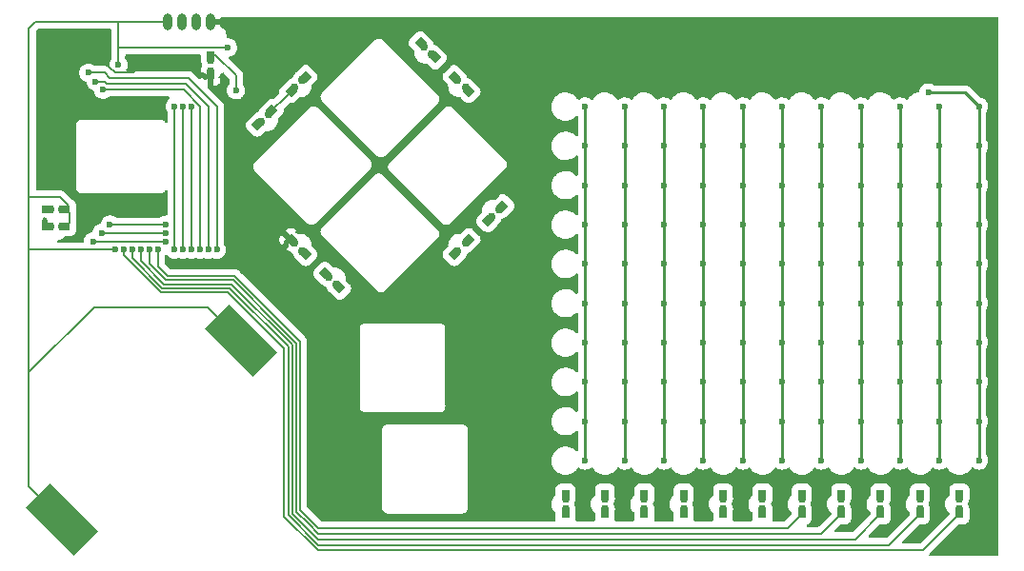
<source format=gbr>
%TF.GenerationSoftware,KiCad,Pcbnew,(6.0.9)*%
%TF.CreationDate,2023-01-07T05:09:31-05:00*%
%TF.ProjectId,businesscard,62757369-6e65-4737-9363-6172642e6b69,rev?*%
%TF.SameCoordinates,Original*%
%TF.FileFunction,Copper,L1,Top*%
%TF.FilePolarity,Positive*%
%FSLAX46Y46*%
G04 Gerber Fmt 4.6, Leading zero omitted, Abs format (unit mm)*
G04 Created by KiCad (PCBNEW (6.0.9)) date 2023-01-07 05:09:31*
%MOMM*%
%LPD*%
G01*
G04 APERTURE LIST*
G04 Aperture macros list*
%AMRotRect*
0 Rectangle, with rotation*
0 The origin of the aperture is its center*
0 $1 length*
0 $2 width*
0 $3 Rotation angle, in degrees counterclockwise*
0 Add horizontal line*
21,1,$1,$2,0,0,$3*%
G04 Aperture macros list end*
%TA.AperFunction,SMDPad,CuDef*%
%ADD10RotRect,3.000000X6.000000X45.000000*%
%TD*%
%TA.AperFunction,SMDPad,CuDef*%
%ADD11R,0.737000X0.800000*%
%TD*%
%TA.AperFunction,ComponentPad*%
%ADD12C,0.750000*%
%TD*%
%TA.AperFunction,SMDPad,CuDef*%
%ADD13RotRect,0.800000X0.737000X315.000000*%
%TD*%
%TA.AperFunction,SMDPad,CuDef*%
%ADD14RotRect,0.800000X0.737000X45.000000*%
%TD*%
%TA.AperFunction,SMDPad,CuDef*%
%ADD15RotRect,0.800000X0.737000X135.000000*%
%TD*%
%TA.AperFunction,SMDPad,CuDef*%
%ADD16RotRect,0.800000X0.737000X225.000000*%
%TD*%
%TA.AperFunction,SMDPad,CuDef*%
%ADD17R,0.800000X0.737000*%
%TD*%
%TA.AperFunction,SMDPad,CuDef*%
%ADD18O,0.800000X1.500000*%
%TD*%
%TA.AperFunction,ViaPad*%
%ADD19C,0.600000*%
%TD*%
%TA.AperFunction,Conductor*%
%ADD20C,0.200000*%
%TD*%
%TA.AperFunction,Conductor*%
%ADD21C,0.400000*%
%TD*%
%TA.AperFunction,Conductor*%
%ADD22C,0.250000*%
%TD*%
G04 APERTURE END LIST*
D10*
%TO.P,BT1,1,+*%
%TO.N,VDD*%
X98750000Y-94500000D03*
X114659902Y-78590098D03*
%TD*%
D11*
%TO.P,R19,1*%
%TO.N,SWCLK*%
X143500000Y-94000000D03*
D12*
X143500000Y-93600000D03*
%TO.P,R19,2*%
%TO.N,Net-(D1-Pad2)*%
X143500000Y-92600000D03*
D11*
X143500000Y-92200000D03*
%TD*%
%TO.P,R18,1*%
%TO.N,SWDIO*%
X147000000Y-94000000D03*
D12*
X147000000Y-93600000D03*
%TO.P,R18,2*%
%TO.N,Net-(D10-Pad1)*%
X147000000Y-92600000D03*
D11*
X147000000Y-92200000D03*
%TD*%
%TO.P,R17,1*%
%TO.N,Net-(R17-Pad1)*%
X150500000Y-94000000D03*
D12*
X150500000Y-93600000D03*
%TO.P,R17,2*%
%TO.N,Net-(D108-Pad1)*%
X150500000Y-92600000D03*
D11*
X150500000Y-92200000D03*
%TD*%
%TO.P,R16,1*%
%TO.N,Net-(R16-Pad1)*%
X154000000Y-94000000D03*
D12*
X154000000Y-93600000D03*
%TO.P,R16,2*%
%TO.N,Net-(D107-Pad1)*%
X154000000Y-92600000D03*
D11*
X154000000Y-92200000D03*
%TD*%
%TO.P,R15,1*%
%TO.N,Net-(R15-Pad1)*%
X157500000Y-94000000D03*
D12*
X157500000Y-93600000D03*
%TO.P,R15,2*%
%TO.N,Net-(D106-Pad1)*%
X157500000Y-92600000D03*
D11*
X157500000Y-92200000D03*
%TD*%
%TO.P,R14,1*%
%TO.N,Net-(R14-Pad1)*%
X161000000Y-94000000D03*
D12*
X161000000Y-93600000D03*
%TO.P,R14,2*%
%TO.N,Net-(D105-Pad1)*%
X161000000Y-92600000D03*
D11*
X161000000Y-92200000D03*
%TD*%
%TO.P,R13,1*%
%TO.N,Net-(R13-Pad1)*%
X164500000Y-94000000D03*
D12*
X164500000Y-93600000D03*
%TO.P,R13,2*%
%TO.N,Net-(D104-Pad1)*%
X164500000Y-92600000D03*
D11*
X164500000Y-92200000D03*
%TD*%
%TO.P,R12,1*%
%TO.N,Net-(R12-Pad1)*%
X168000000Y-94000000D03*
D12*
X168000000Y-93600000D03*
%TO.P,R12,2*%
%TO.N,Net-(D103-Pad1)*%
X168000000Y-92600000D03*
D11*
X168000000Y-92200000D03*
%TD*%
%TO.P,R11,1*%
%TO.N,Net-(R11-Pad1)*%
X171500000Y-94000000D03*
D12*
X171500000Y-93600000D03*
%TO.P,R11,2*%
%TO.N,Net-(D102-Pad1)*%
X171500000Y-92600000D03*
D11*
X171500000Y-92200000D03*
%TD*%
%TO.P,R10,1*%
%TO.N,Net-(R10-Pad1)*%
X175000000Y-94000000D03*
D12*
X175000000Y-93600000D03*
%TO.P,R10,2*%
%TO.N,Net-(D100-Pad2)*%
X175000000Y-92600000D03*
D11*
X175000000Y-92200000D03*
%TD*%
%TO.P,R9,1*%
%TO.N,Net-(R9-Pad1)*%
X178500000Y-94000000D03*
D12*
X178500000Y-93600000D03*
%TO.P,R9,2*%
%TO.N,Net-(D1-Pad1)*%
X178500000Y-92600000D03*
D11*
X178500000Y-92200000D03*
%TD*%
D13*
%TO.P,R8,1*%
%TO.N,Net-(R3-Pad1)*%
X122113604Y-72613604D03*
D12*
X122396447Y-72896447D03*
%TO.P,R8,2*%
%TO.N,Net-(R8-Pad2)*%
X123103553Y-73603553D03*
D13*
X123386396Y-73886396D03*
%TD*%
D14*
%TO.P,R7,1*%
%TO.N,Net-(R2-Pad1)*%
X136613604Y-67886396D03*
D12*
X136896447Y-67603553D03*
%TO.P,R7,2*%
%TO.N,Net-(R7-Pad2)*%
X137603553Y-66896447D03*
D14*
X137886396Y-66613604D03*
%TD*%
D15*
%TO.P,R6,1*%
%TO.N,Net-(R1-Pad1)*%
X131886396Y-53386396D03*
D12*
X131603553Y-53103553D03*
%TO.P,R6,2*%
%TO.N,Net-(R6-Pad2)*%
X130896447Y-52396447D03*
D15*
X130613604Y-52113604D03*
%TD*%
D16*
%TO.P,R5,2*%
%TO.N,Net-(R5-Pad2)*%
X116113604Y-59386396D03*
D12*
X116396447Y-59103553D03*
%TO.P,R5,1*%
%TO.N,/DPAD_ADC*%
X117103553Y-58396447D03*
D16*
X117386396Y-58113604D03*
%TD*%
D13*
%TO.P,R4,2*%
%TO.N,Net-(R3-Pad1)*%
X120386396Y-70886396D03*
D12*
X120103553Y-70603553D03*
%TO.P,R4,1*%
%TO.N,GND*%
X119396447Y-69896447D03*
D13*
X119113604Y-69613604D03*
%TD*%
D14*
%TO.P,R3,1*%
%TO.N,Net-(R3-Pad1)*%
X133613604Y-70886396D03*
D12*
X133896447Y-70603553D03*
%TO.P,R3,2*%
%TO.N,Net-(R2-Pad1)*%
X134603553Y-69896447D03*
D14*
X134886396Y-69613604D03*
%TD*%
D15*
%TO.P,R2,2*%
%TO.N,Net-(R1-Pad1)*%
X133613604Y-55113604D03*
D12*
X133896447Y-55396447D03*
%TO.P,R2,1*%
%TO.N,Net-(R2-Pad1)*%
X134603553Y-56103553D03*
D15*
X134886396Y-56386396D03*
%TD*%
D16*
%TO.P,R1,1*%
%TO.N,Net-(R1-Pad1)*%
X120386396Y-55113604D03*
D12*
X120103553Y-55396447D03*
%TO.P,R1,2*%
%TO.N,/DPAD_ADC*%
X119396447Y-56103553D03*
D16*
X119113604Y-56386396D03*
%TD*%
D17*
%TO.P,C3,2*%
%TO.N,GND*%
X97300000Y-68400000D03*
D12*
X97700000Y-68400000D03*
%TO.P,C3,1*%
%TO.N,VDD*%
X98700000Y-68400000D03*
D17*
X99100000Y-68400000D03*
%TD*%
%TO.P,C2,2*%
%TO.N,GND*%
X97300000Y-66900000D03*
D12*
X97700000Y-66900000D03*
%TO.P,C2,1*%
%TO.N,VDD*%
X98700000Y-66900000D03*
D17*
X99100000Y-66900000D03*
%TD*%
D11*
%TO.P,C1,1*%
%TO.N,NRST*%
X111950000Y-53200000D03*
D12*
X111950000Y-53600000D03*
%TO.P,C1,2*%
%TO.N,GND*%
X111950000Y-54600000D03*
D11*
X111950000Y-55000000D03*
%TD*%
D18*
%TO.P,J1,4,Pin_4*%
%TO.N,GND*%
X111905000Y-50250000D03*
%TO.P,J1,3,Pin_3*%
%TO.N,unconnected-(J1-Pad3)*%
X110635000Y-50250000D03*
%TO.P,J1,2,Pin_2*%
%TO.N,unconnected-(J1-Pad2)*%
X109365000Y-50250000D03*
%TO.P,J1,1,Pin_1*%
%TO.N,VDD*%
X108095000Y-50250000D03*
%TD*%
D19*
%TO.N,GND*%
X100250000Y-53750000D03*
X105000000Y-54500000D03*
%TO.N,NRST*%
X114200000Y-56299500D03*
X108000000Y-68250000D03*
%TO.N,/BNTA*%
X108000000Y-69000000D03*
%TO.N,/BTNB*%
X108000000Y-69750000D03*
X101500000Y-69750000D03*
%TO.N,/BNTA*%
X102250000Y-69000000D03*
%TO.N,NRST*%
X103000000Y-68250000D03*
%TO.N,VDD*%
X103500497Y-70500000D03*
%TO.N,GND*%
X113500000Y-50300000D03*
%TO.N,VDD*%
X113500000Y-52500000D03*
%TO.N,SWCLK*%
X112500000Y-70500000D03*
X101075000Y-54750000D03*
%TO.N,SWDIO*%
X111750000Y-70500000D03*
X101725000Y-55525000D03*
%TO.N,Net-(R17-Pad1)*%
X111000000Y-70500000D03*
X102375000Y-56250000D03*
%TO.N,Net-(R16-Pad1)*%
X110250000Y-70500000D03*
%TO.N,Net-(R15-Pad1)*%
X109500000Y-70500000D03*
%TO.N,Net-(R14-Pad1)*%
X108750000Y-70500000D03*
%TO.N,Net-(R16-Pad1)*%
X110250000Y-57750000D03*
%TO.N,Net-(R15-Pad1)*%
X109500000Y-57750000D03*
%TO.N,Net-(R14-Pad1)*%
X108750000Y-57750000D03*
%TO.N,VDD*%
X103750000Y-54049500D03*
%TO.N,Net-(R13-Pad1)*%
X107250000Y-70500000D03*
%TO.N,Net-(R12-Pad1)*%
X106500000Y-70500000D03*
%TO.N,Net-(R11-Pad1)*%
X105750000Y-70500000D03*
%TO.N,Net-(R10-Pad1)*%
X105000000Y-70500000D03*
%TO.N,Net-(R9-Pad1)*%
X104250000Y-70500000D03*
%TO.N,Net-(D1-Pad1)*%
X175750000Y-56500000D03*
%TO.N,Net-(D102-Pad1)*%
X173250000Y-85750000D03*
X173250000Y-89250000D03*
%TO.N,Net-(D103-Pad1)*%
X169750000Y-85750000D03*
X169750000Y-89250000D03*
%TO.N,Net-(D104-Pad1)*%
X166250000Y-89250000D03*
X166250000Y-85750000D03*
%TO.N,Net-(D105-Pad1)*%
X162750000Y-89250000D03*
X162750000Y-85750000D03*
%TO.N,Net-(D102-Pad1)*%
X173250000Y-82250000D03*
%TO.N,Net-(D103-Pad1)*%
X169750000Y-82250000D03*
%TO.N,Net-(D104-Pad1)*%
X166250000Y-82250000D03*
%TO.N,Net-(D105-Pad1)*%
X162750000Y-82250000D03*
%TO.N,Net-(D102-Pad1)*%
X173250000Y-78750000D03*
%TO.N,Net-(D103-Pad1)*%
X169750000Y-78750000D03*
%TO.N,Net-(D104-Pad1)*%
X166250000Y-78750000D03*
%TO.N,Net-(D105-Pad1)*%
X162750000Y-78750000D03*
%TO.N,Net-(D102-Pad1)*%
X173250000Y-75250000D03*
%TO.N,Net-(D103-Pad1)*%
X169750000Y-75250000D03*
%TO.N,Net-(D104-Pad1)*%
X166250000Y-75250000D03*
%TO.N,Net-(D105-Pad1)*%
X162750000Y-75250000D03*
%TO.N,Net-(D102-Pad1)*%
X173250000Y-71750000D03*
%TO.N,Net-(D103-Pad1)*%
X169750000Y-71750000D03*
%TO.N,Net-(D104-Pad1)*%
X166250000Y-71750000D03*
%TO.N,Net-(D105-Pad1)*%
X162750000Y-71750000D03*
%TO.N,Net-(D100-Pad2)*%
X176750000Y-61250000D03*
X176750000Y-64750000D03*
X176750000Y-68250000D03*
X176750000Y-71750000D03*
X176750000Y-75250000D03*
X176750000Y-78750000D03*
X176750000Y-82250000D03*
X176750000Y-85750000D03*
X176750000Y-89250000D03*
%TO.N,Net-(D1-Pad1)*%
X180250000Y-89250000D03*
X180250000Y-85750000D03*
X180250000Y-82250000D03*
X180250000Y-78750000D03*
X180250000Y-75250000D03*
X180250000Y-71750000D03*
X180250000Y-68250000D03*
X180250000Y-64750000D03*
X180250000Y-61250000D03*
X180250000Y-57750000D03*
%TO.N,Net-(D100-Pad2)*%
X176750000Y-57750000D03*
%TO.N,Net-(D102-Pad1)*%
X173250000Y-57750000D03*
X173250000Y-61250000D03*
X173250000Y-64750000D03*
X173250000Y-68250000D03*
%TO.N,Net-(D103-Pad1)*%
X169750000Y-68250000D03*
X169750000Y-64750000D03*
X169750000Y-61250000D03*
X169750000Y-57750000D03*
%TO.N,Net-(D104-Pad1)*%
X166250000Y-57750000D03*
X166250000Y-61250000D03*
X166250000Y-64750000D03*
X166250000Y-68250000D03*
%TO.N,Net-(D105-Pad1)*%
X162750000Y-68250000D03*
X162750000Y-64750000D03*
X162750000Y-61250000D03*
X162750000Y-57750000D03*
%TO.N,Net-(D106-Pad1)*%
X159250000Y-57750000D03*
%TO.N,Net-(D107-Pad1)*%
X155750000Y-57750000D03*
%TO.N,Net-(D108-Pad1)*%
X152250000Y-57750000D03*
X152250000Y-61250000D03*
%TO.N,Net-(D107-Pad1)*%
X155750000Y-61250000D03*
%TO.N,Net-(D106-Pad1)*%
X159250000Y-61250000D03*
X159250000Y-64750000D03*
%TO.N,Net-(D107-Pad1)*%
X155750000Y-64750000D03*
%TO.N,Net-(D108-Pad1)*%
X152250000Y-64750000D03*
X152250000Y-68250000D03*
%TO.N,Net-(D107-Pad1)*%
X155750000Y-68250000D03*
%TO.N,Net-(D106-Pad1)*%
X159250000Y-68250000D03*
X159250000Y-71750000D03*
%TO.N,Net-(D107-Pad1)*%
X155750000Y-71750000D03*
%TO.N,Net-(D108-Pad1)*%
X152250000Y-71750000D03*
%TO.N,Net-(D106-Pad1)*%
X159250000Y-75250000D03*
%TO.N,Net-(D107-Pad1)*%
X155750000Y-75250000D03*
%TO.N,Net-(D108-Pad1)*%
X152250000Y-75250000D03*
X152250000Y-78750000D03*
%TO.N,Net-(D107-Pad1)*%
X155750000Y-78750000D03*
%TO.N,Net-(D106-Pad1)*%
X159250000Y-78750000D03*
X159250000Y-82250000D03*
%TO.N,Net-(D108-Pad1)*%
X152250000Y-82250000D03*
%TO.N,Net-(D107-Pad1)*%
X155750000Y-82250000D03*
%TO.N,Net-(D106-Pad1)*%
X159250000Y-85750000D03*
X159250000Y-89250000D03*
%TO.N,Net-(D107-Pad1)*%
X155750000Y-85750000D03*
%TO.N,Net-(D108-Pad1)*%
X152250000Y-85750000D03*
%TO.N,Net-(D107-Pad1)*%
X155750000Y-89250000D03*
%TO.N,Net-(D108-Pad1)*%
X152250000Y-89250000D03*
%TO.N,Net-(D10-Pad1)*%
X148750000Y-89250000D03*
X148750000Y-85750000D03*
X148750000Y-82250000D03*
X148750000Y-78750000D03*
X148750000Y-75250000D03*
X148750000Y-71750000D03*
X148750000Y-68250000D03*
X148750000Y-64750000D03*
X148750000Y-61250000D03*
X148750000Y-57750000D03*
%TO.N,Net-(D1-Pad2)*%
X145250000Y-57750000D03*
X145250000Y-61250000D03*
X145250000Y-64750000D03*
X145250000Y-68250000D03*
X145250000Y-71750000D03*
X145250000Y-75250000D03*
X145250000Y-78750000D03*
X145250000Y-82250000D03*
X145250000Y-85750000D03*
X145250000Y-89250000D03*
%TD*%
D20*
%TO.N,GND*%
X102500000Y-53750000D02*
X100250000Y-53750000D01*
X103000000Y-54250000D02*
X102500000Y-53750000D01*
X104750000Y-54750000D02*
X103500000Y-54750000D01*
X105000000Y-54500000D02*
X104750000Y-54750000D01*
X103500000Y-54750000D02*
X103000000Y-54250000D01*
%TO.N,VDD*%
X103750000Y-54049500D02*
X103750000Y-52450000D01*
%TO.N,NRST*%
X112000001Y-53149999D02*
X111950000Y-53200000D01*
X112386397Y-53149999D02*
X112000001Y-53149999D01*
X114200000Y-54963602D02*
X112386397Y-53149999D01*
X114200000Y-56299500D02*
X114200000Y-54963602D01*
X103000000Y-68250000D02*
X108000000Y-68250000D01*
%TO.N,/BNTA*%
X102250000Y-69000000D02*
X108000000Y-69000000D01*
%TO.N,/BTNB*%
X101500000Y-69750000D02*
X108000000Y-69750000D01*
%TO.N,VDD*%
X103500497Y-70500000D02*
X95800000Y-70500000D01*
X95800000Y-70500000D02*
X95800000Y-81400000D01*
X95800000Y-65800000D02*
X95800000Y-70500000D01*
D21*
%TO.N,GND*%
X113450000Y-50250000D02*
X113500000Y-50300000D01*
X111905000Y-50250000D02*
X113450000Y-50250000D01*
D20*
%TO.N,VDD*%
X103800000Y-52500000D02*
X103750000Y-52450000D01*
X113500000Y-52500000D02*
X103800000Y-52500000D01*
X103750000Y-52450000D02*
X103750000Y-50250000D01*
%TO.N,SWCLK*%
X112500000Y-57750000D02*
X112500000Y-70500000D01*
X109250000Y-55250000D02*
X110000000Y-55250000D01*
X103000000Y-55250000D02*
X109250000Y-55250000D01*
X101075000Y-54750000D02*
X102500000Y-54750000D01*
X102500000Y-54750000D02*
X103000000Y-55250000D01*
X110000000Y-55250000D02*
X112500000Y-57750000D01*
%TO.N,SWDIO*%
X109750000Y-55750000D02*
X111750000Y-57750000D01*
X111750000Y-57750000D02*
X111750000Y-70500000D01*
X102525000Y-55525000D02*
X102750000Y-55750000D01*
X102750000Y-55750000D02*
X109750000Y-55750000D01*
X101725000Y-55525000D02*
X102525000Y-55525000D01*
%TO.N,Net-(R17-Pad1)*%
X111000000Y-57722182D02*
X111000000Y-70500000D01*
X109527818Y-56250000D02*
X111000000Y-57722182D01*
X102375000Y-56250000D02*
X109527818Y-56250000D01*
%TO.N,Net-(R13-Pad1)*%
X107250000Y-71955026D02*
X107250000Y-70500000D01*
X108144974Y-72850000D02*
X107250000Y-71955026D01*
X119900000Y-78670104D02*
X114079897Y-72850000D01*
X119900000Y-93650000D02*
X119900000Y-78670104D01*
X121500000Y-95250000D02*
X119900000Y-93650000D01*
X114079897Y-72850000D02*
X108144974Y-72850000D01*
X163250000Y-95250000D02*
X121500000Y-95250000D01*
X164500000Y-94000000D02*
X163250000Y-95250000D01*
%TO.N,Net-(R16-Pad1)*%
X110250000Y-57750000D02*
X110250000Y-70500000D01*
%TO.N,Net-(R15-Pad1)*%
X109500000Y-57750000D02*
X109500000Y-70500000D01*
%TO.N,Net-(R14-Pad1)*%
X108750000Y-57750000D02*
X108750000Y-70500000D01*
%TO.N,VDD*%
X103750000Y-50250000D02*
X96350000Y-50250000D01*
X108095000Y-50250000D02*
X103750000Y-50250000D01*
%TO.N,Net-(R12-Pad1)*%
X106500000Y-71700000D02*
X106500000Y-70500000D01*
X108000000Y-73200000D02*
X106500000Y-71700000D01*
X113934923Y-73200000D02*
X108000000Y-73200000D01*
X119550000Y-78815078D02*
X118242461Y-77507539D01*
X118242461Y-77507539D02*
X113934923Y-73200000D01*
X119550000Y-92750000D02*
X119550000Y-78815078D01*
X119550000Y-93815078D02*
X119550000Y-92750000D01*
X121484922Y-95750000D02*
X120617461Y-94882539D01*
X142250000Y-95750000D02*
X121484922Y-95750000D01*
X120617461Y-94882539D02*
X119550000Y-93815078D01*
%TO.N,Net-(R9-Pad1)*%
X113500000Y-74250000D02*
X107510052Y-74250000D01*
X104250000Y-70989948D02*
X104250000Y-70500000D01*
X118500000Y-94250000D02*
X118500000Y-79250000D01*
X121500000Y-97250000D02*
X118500000Y-94250000D01*
X107510052Y-74250000D02*
X104250000Y-70989948D01*
X178500000Y-94000000D02*
X175250000Y-97250000D01*
X175250000Y-97250000D02*
X121500000Y-97250000D01*
X118500000Y-79250000D02*
X113500000Y-74250000D01*
%TO.N,Net-(R10-Pad1)*%
X105000000Y-71244974D02*
X105000000Y-70500000D01*
X118850000Y-79105026D02*
X113644974Y-73900000D01*
X107655026Y-73900000D02*
X105000000Y-71244974D01*
X118850000Y-94105026D02*
X118850000Y-79105026D01*
X113644974Y-73900000D02*
X107655026Y-73900000D01*
X121494974Y-96750000D02*
X118850000Y-94105026D01*
X175000000Y-94000000D02*
X172250000Y-96750000D01*
X172250000Y-96750000D02*
X121494974Y-96750000D01*
%TO.N,Net-(R11-Pad1)*%
X105750000Y-71500000D02*
X105750000Y-70500000D01*
X107800000Y-73550000D02*
X105750000Y-71500000D01*
X119200000Y-78960052D02*
X113789948Y-73550000D01*
X119200000Y-93960052D02*
X119200000Y-78960052D01*
X113789948Y-73550000D02*
X107800000Y-73550000D01*
X121489948Y-96250000D02*
X119200000Y-93960052D01*
X171500000Y-94000000D02*
X169250000Y-96250000D01*
X169250000Y-96250000D02*
X121489948Y-96250000D01*
%TO.N,VDD*%
X98550000Y-65800000D02*
X95800000Y-65800000D01*
X99250000Y-66750000D02*
X99250000Y-66500000D01*
X95800000Y-50800000D02*
X95800000Y-65800000D01*
X99250000Y-66500000D02*
X98550000Y-65800000D01*
X99100000Y-66900000D02*
X99250000Y-66750000D01*
%TO.N,Net-(R12-Pad1)*%
X166250000Y-95750000D02*
X142250000Y-95750000D01*
X168000000Y-94000000D02*
X166250000Y-95750000D01*
%TO.N,VDD*%
X96350000Y-50250000D02*
X95800000Y-50800000D01*
X99400000Y-68100000D02*
X99100000Y-68400000D01*
X99400000Y-67200000D02*
X99400000Y-68100000D01*
X99100000Y-66900000D02*
X99400000Y-67200000D01*
X99200000Y-68500000D02*
X99100000Y-68400000D01*
X111669804Y-75600000D02*
X114659902Y-78590098D01*
X101600000Y-75600000D02*
X111669804Y-75600000D01*
X95800000Y-81400000D02*
X101600000Y-75600000D01*
X95800000Y-91550000D02*
X95800000Y-81400000D01*
X98750000Y-94500000D02*
X95800000Y-91550000D01*
%TO.N,/DPAD_ADC*%
X117386396Y-58113604D02*
X118625000Y-56875000D01*
X118625000Y-56875000D02*
X119113604Y-56386396D01*
D22*
%TO.N,Net-(D1-Pad1)*%
X179000000Y-56500000D02*
X175750000Y-56500000D01*
X180250000Y-57750000D02*
X179000000Y-56500000D01*
%TO.N,Net-(D1-Pad2)*%
X145250000Y-57750000D02*
X145250000Y-89250000D01*
%TO.N,Net-(D10-Pad1)*%
X148750000Y-89250000D02*
X148750000Y-57750000D01*
%TO.N,Net-(D108-Pad1)*%
X152250000Y-57750000D02*
X152250000Y-89250000D01*
%TO.N,Net-(D107-Pad1)*%
X155750000Y-89250000D02*
X155750000Y-57750000D01*
%TO.N,Net-(D106-Pad1)*%
X159250000Y-57750000D02*
X159250000Y-89250000D01*
%TO.N,Net-(D105-Pad1)*%
X162750000Y-89250000D02*
X162750000Y-57750000D01*
%TO.N,Net-(D104-Pad1)*%
X166250000Y-89250000D02*
X166250000Y-57750000D01*
%TO.N,Net-(D103-Pad1)*%
X169750000Y-89250000D02*
X169750000Y-57750000D01*
%TO.N,Net-(D102-Pad1)*%
X173250000Y-89250000D02*
X173250000Y-57750000D01*
%TO.N,Net-(D100-Pad2)*%
X176750000Y-89250000D02*
X176750000Y-57750000D01*
%TO.N,Net-(D1-Pad1)*%
X180250000Y-89250000D02*
X180250000Y-57750000D01*
%TD*%
%TA.AperFunction,Conductor*%
%TO.N,GND*%
G36*
X181933621Y-49778502D02*
G01*
X181980114Y-49832158D01*
X181991500Y-49884500D01*
X181991500Y-97615500D01*
X181971498Y-97683621D01*
X181917842Y-97730114D01*
X181865500Y-97741500D01*
X175923239Y-97741500D01*
X175855118Y-97721498D01*
X175808625Y-97667842D01*
X175798521Y-97597568D01*
X175828015Y-97532988D01*
X175834144Y-97526405D01*
X178415144Y-94945405D01*
X178477456Y-94911379D01*
X178504239Y-94908500D01*
X178916634Y-94908500D01*
X178978816Y-94901745D01*
X179115205Y-94850615D01*
X179231761Y-94763261D01*
X179319115Y-94646705D01*
X179370245Y-94510316D01*
X179377000Y-94448134D01*
X179377000Y-93714756D01*
X179377690Y-93701585D01*
X179387677Y-93606565D01*
X179388367Y-93600000D01*
X179384425Y-93562496D01*
X179369644Y-93421862D01*
X179369644Y-93421861D01*
X179368954Y-93415298D01*
X179355063Y-93372544D01*
X179313606Y-93244954D01*
X179311564Y-93238669D01*
X179279546Y-93183212D01*
X179262668Y-93119335D01*
X179262711Y-93113206D01*
X179263355Y-93107075D01*
X179262084Y-93093113D01*
X179278446Y-93018693D01*
X179308260Y-92967054D01*
X179308261Y-92967053D01*
X179311564Y-92961331D01*
X179368954Y-92784702D01*
X179388367Y-92600000D01*
X179377690Y-92498415D01*
X179377000Y-92485244D01*
X179377000Y-91751866D01*
X179370245Y-91689684D01*
X179319115Y-91553295D01*
X179231761Y-91436739D01*
X179115205Y-91349385D01*
X178978816Y-91298255D01*
X178916634Y-91291500D01*
X178083366Y-91291500D01*
X178021184Y-91298255D01*
X177884795Y-91349385D01*
X177768239Y-91436739D01*
X177680885Y-91553295D01*
X177629755Y-91689684D01*
X177623000Y-91751866D01*
X177623000Y-92250100D01*
X177602998Y-92318221D01*
X177576637Y-92347742D01*
X177535938Y-92380935D01*
X177532011Y-92385682D01*
X177532009Y-92385684D01*
X177413799Y-92528575D01*
X177413797Y-92528579D01*
X177409870Y-92533325D01*
X177315802Y-92707299D01*
X177257318Y-92896232D01*
X177256674Y-92902357D01*
X177256674Y-92902358D01*
X177243878Y-93024111D01*
X177236645Y-93092925D01*
X177241636Y-93147762D01*
X177250481Y-93244954D01*
X177254570Y-93289888D01*
X177256308Y-93295794D01*
X177256309Y-93295798D01*
X177286374Y-93397951D01*
X177310410Y-93479619D01*
X177313263Y-93485077D01*
X177313265Y-93485081D01*
X177353737Y-93562496D01*
X177402040Y-93654890D01*
X177525968Y-93809025D01*
X177530689Y-93812986D01*
X177577992Y-93852679D01*
X177617318Y-93911789D01*
X177623000Y-93949200D01*
X177623000Y-93964261D01*
X177602998Y-94032382D01*
X177586095Y-94053356D01*
X175034856Y-96604595D01*
X174972544Y-96638621D01*
X174945761Y-96641500D01*
X173523239Y-96641500D01*
X173455118Y-96621498D01*
X173408625Y-96567842D01*
X173398521Y-96497568D01*
X173428015Y-96432988D01*
X173434144Y-96426405D01*
X174915144Y-94945405D01*
X174977456Y-94911379D01*
X175004239Y-94908500D01*
X175416634Y-94908500D01*
X175478816Y-94901745D01*
X175615205Y-94850615D01*
X175731761Y-94763261D01*
X175819115Y-94646705D01*
X175870245Y-94510316D01*
X175877000Y-94448134D01*
X175877000Y-93714756D01*
X175877690Y-93701585D01*
X175887677Y-93606565D01*
X175888367Y-93600000D01*
X175884425Y-93562496D01*
X175869644Y-93421862D01*
X175869644Y-93421861D01*
X175868954Y-93415298D01*
X175855063Y-93372544D01*
X175813606Y-93244954D01*
X175811564Y-93238669D01*
X175779546Y-93183212D01*
X175762668Y-93119335D01*
X175762711Y-93113206D01*
X175763355Y-93107075D01*
X175762084Y-93093113D01*
X175778446Y-93018693D01*
X175808260Y-92967054D01*
X175808261Y-92967053D01*
X175811564Y-92961331D01*
X175868954Y-92784702D01*
X175888367Y-92600000D01*
X175877690Y-92498415D01*
X175877000Y-92485244D01*
X175877000Y-91751866D01*
X175870245Y-91689684D01*
X175819115Y-91553295D01*
X175731761Y-91436739D01*
X175615205Y-91349385D01*
X175478816Y-91298255D01*
X175416634Y-91291500D01*
X174583366Y-91291500D01*
X174521184Y-91298255D01*
X174384795Y-91349385D01*
X174268239Y-91436739D01*
X174180885Y-91553295D01*
X174129755Y-91689684D01*
X174123000Y-91751866D01*
X174123000Y-92250100D01*
X174102998Y-92318221D01*
X174076637Y-92347742D01*
X174035938Y-92380935D01*
X174032011Y-92385682D01*
X174032009Y-92385684D01*
X173913799Y-92528575D01*
X173913797Y-92528579D01*
X173909870Y-92533325D01*
X173815802Y-92707299D01*
X173757318Y-92896232D01*
X173756674Y-92902357D01*
X173756674Y-92902358D01*
X173743878Y-93024111D01*
X173736645Y-93092925D01*
X173741636Y-93147762D01*
X173750481Y-93244954D01*
X173754570Y-93289888D01*
X173756308Y-93295794D01*
X173756309Y-93295798D01*
X173786374Y-93397951D01*
X173810410Y-93479619D01*
X173813263Y-93485077D01*
X173813265Y-93485081D01*
X173853737Y-93562496D01*
X173902040Y-93654890D01*
X174025968Y-93809025D01*
X174030689Y-93812986D01*
X174077992Y-93852679D01*
X174117318Y-93911789D01*
X174123000Y-93949200D01*
X174123000Y-93964261D01*
X174102998Y-94032382D01*
X174086095Y-94053356D01*
X172034856Y-96104595D01*
X171972544Y-96138621D01*
X171945761Y-96141500D01*
X170523239Y-96141500D01*
X170455118Y-96121498D01*
X170408625Y-96067842D01*
X170398521Y-95997568D01*
X170428015Y-95932988D01*
X170434144Y-95926405D01*
X171415144Y-94945405D01*
X171477456Y-94911379D01*
X171504239Y-94908500D01*
X171916634Y-94908500D01*
X171978816Y-94901745D01*
X172115205Y-94850615D01*
X172231761Y-94763261D01*
X172319115Y-94646705D01*
X172370245Y-94510316D01*
X172377000Y-94448134D01*
X172377000Y-93714756D01*
X172377690Y-93701585D01*
X172387677Y-93606565D01*
X172388367Y-93600000D01*
X172384425Y-93562496D01*
X172369644Y-93421862D01*
X172369644Y-93421861D01*
X172368954Y-93415298D01*
X172355063Y-93372544D01*
X172313606Y-93244954D01*
X172311564Y-93238669D01*
X172279546Y-93183212D01*
X172262668Y-93119335D01*
X172262711Y-93113206D01*
X172263355Y-93107075D01*
X172262084Y-93093113D01*
X172278446Y-93018693D01*
X172308260Y-92967054D01*
X172308261Y-92967053D01*
X172311564Y-92961331D01*
X172368954Y-92784702D01*
X172388367Y-92600000D01*
X172377690Y-92498415D01*
X172377000Y-92485244D01*
X172377000Y-91751866D01*
X172370245Y-91689684D01*
X172319115Y-91553295D01*
X172231761Y-91436739D01*
X172115205Y-91349385D01*
X171978816Y-91298255D01*
X171916634Y-91291500D01*
X171083366Y-91291500D01*
X171021184Y-91298255D01*
X170884795Y-91349385D01*
X170768239Y-91436739D01*
X170680885Y-91553295D01*
X170629755Y-91689684D01*
X170623000Y-91751866D01*
X170623000Y-92250100D01*
X170602998Y-92318221D01*
X170576637Y-92347742D01*
X170535938Y-92380935D01*
X170532011Y-92385682D01*
X170532009Y-92385684D01*
X170413799Y-92528575D01*
X170413797Y-92528579D01*
X170409870Y-92533325D01*
X170315802Y-92707299D01*
X170257318Y-92896232D01*
X170256674Y-92902357D01*
X170256674Y-92902358D01*
X170243878Y-93024111D01*
X170236645Y-93092925D01*
X170241636Y-93147762D01*
X170250481Y-93244954D01*
X170254570Y-93289888D01*
X170256308Y-93295794D01*
X170256309Y-93295798D01*
X170286374Y-93397951D01*
X170310410Y-93479619D01*
X170313263Y-93485077D01*
X170313265Y-93485081D01*
X170353737Y-93562496D01*
X170402040Y-93654890D01*
X170525968Y-93809025D01*
X170530689Y-93812986D01*
X170577992Y-93852679D01*
X170617318Y-93911789D01*
X170623000Y-93949200D01*
X170623000Y-93964261D01*
X170602998Y-94032382D01*
X170586095Y-94053356D01*
X169034856Y-95604595D01*
X168972544Y-95638621D01*
X168945761Y-95641500D01*
X167523239Y-95641500D01*
X167455118Y-95621498D01*
X167408625Y-95567842D01*
X167398521Y-95497568D01*
X167428015Y-95432988D01*
X167434144Y-95426405D01*
X167915144Y-94945405D01*
X167977456Y-94911379D01*
X168004239Y-94908500D01*
X168416634Y-94908500D01*
X168478816Y-94901745D01*
X168615205Y-94850615D01*
X168731761Y-94763261D01*
X168819115Y-94646705D01*
X168870245Y-94510316D01*
X168877000Y-94448134D01*
X168877000Y-93714756D01*
X168877690Y-93701585D01*
X168887677Y-93606565D01*
X168888367Y-93600000D01*
X168884425Y-93562496D01*
X168869644Y-93421862D01*
X168869644Y-93421861D01*
X168868954Y-93415298D01*
X168855063Y-93372544D01*
X168813606Y-93244954D01*
X168811564Y-93238669D01*
X168779546Y-93183212D01*
X168762668Y-93119335D01*
X168762711Y-93113206D01*
X168763355Y-93107075D01*
X168762084Y-93093113D01*
X168778446Y-93018693D01*
X168808260Y-92967054D01*
X168808261Y-92967053D01*
X168811564Y-92961331D01*
X168868954Y-92784702D01*
X168888367Y-92600000D01*
X168877690Y-92498415D01*
X168877000Y-92485244D01*
X168877000Y-91751866D01*
X168870245Y-91689684D01*
X168819115Y-91553295D01*
X168731761Y-91436739D01*
X168615205Y-91349385D01*
X168478816Y-91298255D01*
X168416634Y-91291500D01*
X167583366Y-91291500D01*
X167521184Y-91298255D01*
X167384795Y-91349385D01*
X167268239Y-91436739D01*
X167180885Y-91553295D01*
X167129755Y-91689684D01*
X167123000Y-91751866D01*
X167123000Y-92250100D01*
X167102998Y-92318221D01*
X167076637Y-92347742D01*
X167035938Y-92380935D01*
X167032011Y-92385682D01*
X167032009Y-92385684D01*
X166913799Y-92528575D01*
X166913797Y-92528579D01*
X166909870Y-92533325D01*
X166815802Y-92707299D01*
X166757318Y-92896232D01*
X166756674Y-92902357D01*
X166756674Y-92902358D01*
X166743878Y-93024111D01*
X166736645Y-93092925D01*
X166741636Y-93147762D01*
X166750481Y-93244954D01*
X166754570Y-93289888D01*
X166756308Y-93295794D01*
X166756309Y-93295798D01*
X166786374Y-93397951D01*
X166810410Y-93479619D01*
X166813263Y-93485077D01*
X166813265Y-93485081D01*
X166853737Y-93562496D01*
X166902040Y-93654890D01*
X167025968Y-93809025D01*
X167030689Y-93812986D01*
X167077992Y-93852679D01*
X167117318Y-93911789D01*
X167123000Y-93949200D01*
X167123000Y-93964261D01*
X167102998Y-94032382D01*
X167086095Y-94053356D01*
X166034856Y-95104595D01*
X165972544Y-95138621D01*
X165945761Y-95141500D01*
X165034321Y-95141500D01*
X164966200Y-95121498D01*
X164919707Y-95067842D01*
X164909603Y-94997568D01*
X164939097Y-94932988D01*
X164990092Y-94897518D01*
X165106795Y-94853768D01*
X165106796Y-94853767D01*
X165115205Y-94850615D01*
X165231761Y-94763261D01*
X165319115Y-94646705D01*
X165370245Y-94510316D01*
X165377000Y-94448134D01*
X165377000Y-93714756D01*
X165377690Y-93701585D01*
X165387677Y-93606565D01*
X165388367Y-93600000D01*
X165384425Y-93562496D01*
X165369644Y-93421862D01*
X165369644Y-93421861D01*
X165368954Y-93415298D01*
X165355063Y-93372544D01*
X165313606Y-93244954D01*
X165311564Y-93238669D01*
X165279546Y-93183212D01*
X165262668Y-93119335D01*
X165262711Y-93113206D01*
X165263355Y-93107075D01*
X165262084Y-93093113D01*
X165278446Y-93018693D01*
X165308260Y-92967054D01*
X165308261Y-92967053D01*
X165311564Y-92961331D01*
X165368954Y-92784702D01*
X165388367Y-92600000D01*
X165377690Y-92498415D01*
X165377000Y-92485244D01*
X165377000Y-91751866D01*
X165370245Y-91689684D01*
X165319115Y-91553295D01*
X165231761Y-91436739D01*
X165115205Y-91349385D01*
X164978816Y-91298255D01*
X164916634Y-91291500D01*
X164083366Y-91291500D01*
X164021184Y-91298255D01*
X163884795Y-91349385D01*
X163768239Y-91436739D01*
X163680885Y-91553295D01*
X163629755Y-91689684D01*
X163623000Y-91751866D01*
X163623000Y-92250100D01*
X163602998Y-92318221D01*
X163576637Y-92347742D01*
X163535938Y-92380935D01*
X163532011Y-92385682D01*
X163532009Y-92385684D01*
X163413799Y-92528575D01*
X163413797Y-92528579D01*
X163409870Y-92533325D01*
X163315802Y-92707299D01*
X163257318Y-92896232D01*
X163256674Y-92902357D01*
X163256674Y-92902358D01*
X163243878Y-93024111D01*
X163236645Y-93092925D01*
X163241636Y-93147762D01*
X163250481Y-93244954D01*
X163254570Y-93289888D01*
X163256308Y-93295794D01*
X163256309Y-93295798D01*
X163286374Y-93397951D01*
X163310410Y-93479619D01*
X163313263Y-93485077D01*
X163313265Y-93485081D01*
X163353737Y-93562496D01*
X163402040Y-93654890D01*
X163525968Y-93809025D01*
X163530689Y-93812986D01*
X163577992Y-93852679D01*
X163617318Y-93911789D01*
X163623000Y-93949200D01*
X163623000Y-93964261D01*
X163602998Y-94032382D01*
X163586095Y-94053357D01*
X163034855Y-94604596D01*
X162972543Y-94638621D01*
X162945760Y-94641500D01*
X161996423Y-94641500D01*
X161928302Y-94621498D01*
X161881809Y-94567842D01*
X161871160Y-94501892D01*
X161876631Y-94451531D01*
X161877000Y-94448134D01*
X161877000Y-93714756D01*
X161877690Y-93701585D01*
X161887677Y-93606565D01*
X161888367Y-93600000D01*
X161884425Y-93562496D01*
X161869644Y-93421862D01*
X161869644Y-93421861D01*
X161868954Y-93415298D01*
X161855063Y-93372544D01*
X161813606Y-93244954D01*
X161811564Y-93238669D01*
X161779546Y-93183212D01*
X161762668Y-93119335D01*
X161762711Y-93113206D01*
X161763355Y-93107075D01*
X161762084Y-93093113D01*
X161778446Y-93018693D01*
X161808260Y-92967054D01*
X161808261Y-92967053D01*
X161811564Y-92961331D01*
X161868954Y-92784702D01*
X161888367Y-92600000D01*
X161877690Y-92498415D01*
X161877000Y-92485244D01*
X161877000Y-91751866D01*
X161870245Y-91689684D01*
X161819115Y-91553295D01*
X161731761Y-91436739D01*
X161615205Y-91349385D01*
X161478816Y-91298255D01*
X161416634Y-91291500D01*
X160583366Y-91291500D01*
X160521184Y-91298255D01*
X160384795Y-91349385D01*
X160268239Y-91436739D01*
X160180885Y-91553295D01*
X160129755Y-91689684D01*
X160123000Y-91751866D01*
X160123000Y-92250100D01*
X160102998Y-92318221D01*
X160076637Y-92347742D01*
X160035938Y-92380935D01*
X160032011Y-92385682D01*
X160032009Y-92385684D01*
X159913799Y-92528575D01*
X159913797Y-92528579D01*
X159909870Y-92533325D01*
X159815802Y-92707299D01*
X159757318Y-92896232D01*
X159756674Y-92902357D01*
X159756674Y-92902358D01*
X159743878Y-93024111D01*
X159736645Y-93092925D01*
X159741636Y-93147762D01*
X159750481Y-93244954D01*
X159754570Y-93289888D01*
X159756308Y-93295794D01*
X159756309Y-93295798D01*
X159786374Y-93397951D01*
X159810410Y-93479619D01*
X159813263Y-93485077D01*
X159813265Y-93485081D01*
X159853737Y-93562496D01*
X159902040Y-93654890D01*
X160025968Y-93809025D01*
X160030689Y-93812986D01*
X160077992Y-93852679D01*
X160117318Y-93911789D01*
X160123000Y-93949200D01*
X160123000Y-94448134D01*
X160123369Y-94451531D01*
X160128840Y-94501892D01*
X160116312Y-94571775D01*
X160067991Y-94623790D01*
X160003577Y-94641500D01*
X158496423Y-94641500D01*
X158428302Y-94621498D01*
X158381809Y-94567842D01*
X158371160Y-94501892D01*
X158376631Y-94451531D01*
X158377000Y-94448134D01*
X158377000Y-93714756D01*
X158377690Y-93701585D01*
X158387677Y-93606565D01*
X158388367Y-93600000D01*
X158384425Y-93562496D01*
X158369644Y-93421862D01*
X158369644Y-93421861D01*
X158368954Y-93415298D01*
X158355063Y-93372544D01*
X158313606Y-93244954D01*
X158311564Y-93238669D01*
X158279546Y-93183212D01*
X158262668Y-93119335D01*
X158262711Y-93113206D01*
X158263355Y-93107075D01*
X158262084Y-93093113D01*
X158278446Y-93018693D01*
X158308260Y-92967054D01*
X158308261Y-92967053D01*
X158311564Y-92961331D01*
X158368954Y-92784702D01*
X158388367Y-92600000D01*
X158377690Y-92498415D01*
X158377000Y-92485244D01*
X158377000Y-91751866D01*
X158370245Y-91689684D01*
X158319115Y-91553295D01*
X158231761Y-91436739D01*
X158115205Y-91349385D01*
X157978816Y-91298255D01*
X157916634Y-91291500D01*
X157083366Y-91291500D01*
X157021184Y-91298255D01*
X156884795Y-91349385D01*
X156768239Y-91436739D01*
X156680885Y-91553295D01*
X156629755Y-91689684D01*
X156623000Y-91751866D01*
X156623000Y-92250100D01*
X156602998Y-92318221D01*
X156576637Y-92347742D01*
X156535938Y-92380935D01*
X156532011Y-92385682D01*
X156532009Y-92385684D01*
X156413799Y-92528575D01*
X156413797Y-92528579D01*
X156409870Y-92533325D01*
X156315802Y-92707299D01*
X156257318Y-92896232D01*
X156256674Y-92902357D01*
X156256674Y-92902358D01*
X156243878Y-93024111D01*
X156236645Y-93092925D01*
X156241636Y-93147762D01*
X156250481Y-93244954D01*
X156254570Y-93289888D01*
X156256308Y-93295794D01*
X156256309Y-93295798D01*
X156286374Y-93397951D01*
X156310410Y-93479619D01*
X156313263Y-93485077D01*
X156313265Y-93485081D01*
X156353737Y-93562496D01*
X156402040Y-93654890D01*
X156525968Y-93809025D01*
X156530689Y-93812986D01*
X156577992Y-93852679D01*
X156617318Y-93911789D01*
X156623000Y-93949200D01*
X156623000Y-94448134D01*
X156623369Y-94451531D01*
X156628840Y-94501892D01*
X156616312Y-94571775D01*
X156567991Y-94623790D01*
X156503577Y-94641500D01*
X154996423Y-94641500D01*
X154928302Y-94621498D01*
X154881809Y-94567842D01*
X154871160Y-94501892D01*
X154876631Y-94451531D01*
X154877000Y-94448134D01*
X154877000Y-93714756D01*
X154877690Y-93701585D01*
X154887677Y-93606565D01*
X154888367Y-93600000D01*
X154884425Y-93562496D01*
X154869644Y-93421862D01*
X154869644Y-93421861D01*
X154868954Y-93415298D01*
X154855063Y-93372544D01*
X154813606Y-93244954D01*
X154811564Y-93238669D01*
X154779546Y-93183212D01*
X154762668Y-93119335D01*
X154762711Y-93113206D01*
X154763355Y-93107075D01*
X154762084Y-93093113D01*
X154778446Y-93018693D01*
X154808260Y-92967054D01*
X154808261Y-92967053D01*
X154811564Y-92961331D01*
X154868954Y-92784702D01*
X154888367Y-92600000D01*
X154877690Y-92498415D01*
X154877000Y-92485244D01*
X154877000Y-91751866D01*
X154870245Y-91689684D01*
X154819115Y-91553295D01*
X154731761Y-91436739D01*
X154615205Y-91349385D01*
X154478816Y-91298255D01*
X154416634Y-91291500D01*
X153583366Y-91291500D01*
X153521184Y-91298255D01*
X153384795Y-91349385D01*
X153268239Y-91436739D01*
X153180885Y-91553295D01*
X153129755Y-91689684D01*
X153123000Y-91751866D01*
X153123000Y-92250100D01*
X153102998Y-92318221D01*
X153076637Y-92347742D01*
X153035938Y-92380935D01*
X153032011Y-92385682D01*
X153032009Y-92385684D01*
X152913799Y-92528575D01*
X152913797Y-92528579D01*
X152909870Y-92533325D01*
X152815802Y-92707299D01*
X152757318Y-92896232D01*
X152756674Y-92902357D01*
X152756674Y-92902358D01*
X152743878Y-93024111D01*
X152736645Y-93092925D01*
X152741636Y-93147762D01*
X152750481Y-93244954D01*
X152754570Y-93289888D01*
X152756308Y-93295794D01*
X152756309Y-93295798D01*
X152786374Y-93397951D01*
X152810410Y-93479619D01*
X152813263Y-93485077D01*
X152813265Y-93485081D01*
X152853737Y-93562496D01*
X152902040Y-93654890D01*
X153025968Y-93809025D01*
X153030689Y-93812986D01*
X153077992Y-93852679D01*
X153117318Y-93911789D01*
X153123000Y-93949200D01*
X153123000Y-94448134D01*
X153123369Y-94451531D01*
X153128840Y-94501892D01*
X153116312Y-94571775D01*
X153067991Y-94623790D01*
X153003577Y-94641500D01*
X151496423Y-94641500D01*
X151428302Y-94621498D01*
X151381809Y-94567842D01*
X151371160Y-94501892D01*
X151376631Y-94451531D01*
X151377000Y-94448134D01*
X151377000Y-93714756D01*
X151377690Y-93701585D01*
X151387677Y-93606565D01*
X151388367Y-93600000D01*
X151384425Y-93562496D01*
X151369644Y-93421862D01*
X151369644Y-93421861D01*
X151368954Y-93415298D01*
X151355063Y-93372544D01*
X151313606Y-93244954D01*
X151311564Y-93238669D01*
X151279546Y-93183212D01*
X151262668Y-93119335D01*
X151262711Y-93113206D01*
X151263355Y-93107075D01*
X151262084Y-93093113D01*
X151278446Y-93018693D01*
X151308260Y-92967054D01*
X151308261Y-92967053D01*
X151311564Y-92961331D01*
X151368954Y-92784702D01*
X151388367Y-92600000D01*
X151377690Y-92498415D01*
X151377000Y-92485244D01*
X151377000Y-91751866D01*
X151370245Y-91689684D01*
X151319115Y-91553295D01*
X151231761Y-91436739D01*
X151115205Y-91349385D01*
X150978816Y-91298255D01*
X150916634Y-91291500D01*
X150083366Y-91291500D01*
X150021184Y-91298255D01*
X149884795Y-91349385D01*
X149768239Y-91436739D01*
X149680885Y-91553295D01*
X149629755Y-91689684D01*
X149623000Y-91751866D01*
X149623000Y-92250100D01*
X149602998Y-92318221D01*
X149576637Y-92347742D01*
X149535938Y-92380935D01*
X149532011Y-92385682D01*
X149532009Y-92385684D01*
X149413799Y-92528575D01*
X149413797Y-92528579D01*
X149409870Y-92533325D01*
X149315802Y-92707299D01*
X149257318Y-92896232D01*
X149256674Y-92902357D01*
X149256674Y-92902358D01*
X149243878Y-93024111D01*
X149236645Y-93092925D01*
X149241636Y-93147762D01*
X149250481Y-93244954D01*
X149254570Y-93289888D01*
X149256308Y-93295794D01*
X149256309Y-93295798D01*
X149286374Y-93397951D01*
X149310410Y-93479619D01*
X149313263Y-93485077D01*
X149313265Y-93485081D01*
X149353737Y-93562496D01*
X149402040Y-93654890D01*
X149525968Y-93809025D01*
X149530689Y-93812986D01*
X149577992Y-93852679D01*
X149617318Y-93911789D01*
X149623000Y-93949200D01*
X149623000Y-94448134D01*
X149623369Y-94451531D01*
X149628840Y-94501892D01*
X149616312Y-94571775D01*
X149567991Y-94623790D01*
X149503577Y-94641500D01*
X147996423Y-94641500D01*
X147928302Y-94621498D01*
X147881809Y-94567842D01*
X147871160Y-94501892D01*
X147876631Y-94451531D01*
X147877000Y-94448134D01*
X147877000Y-93714756D01*
X147877690Y-93701585D01*
X147887677Y-93606565D01*
X147888367Y-93600000D01*
X147884425Y-93562496D01*
X147869644Y-93421862D01*
X147869644Y-93421861D01*
X147868954Y-93415298D01*
X147855063Y-93372544D01*
X147813606Y-93244954D01*
X147811564Y-93238669D01*
X147779546Y-93183212D01*
X147762668Y-93119335D01*
X147762711Y-93113206D01*
X147763355Y-93107075D01*
X147762084Y-93093113D01*
X147778446Y-93018693D01*
X147808260Y-92967054D01*
X147808261Y-92967053D01*
X147811564Y-92961331D01*
X147868954Y-92784702D01*
X147888367Y-92600000D01*
X147877690Y-92498415D01*
X147877000Y-92485244D01*
X147877000Y-91751866D01*
X147870245Y-91689684D01*
X147819115Y-91553295D01*
X147731761Y-91436739D01*
X147615205Y-91349385D01*
X147478816Y-91298255D01*
X147416634Y-91291500D01*
X146583366Y-91291500D01*
X146521184Y-91298255D01*
X146384795Y-91349385D01*
X146268239Y-91436739D01*
X146180885Y-91553295D01*
X146129755Y-91689684D01*
X146123000Y-91751866D01*
X146123000Y-92250100D01*
X146102998Y-92318221D01*
X146076637Y-92347742D01*
X146035938Y-92380935D01*
X146032011Y-92385682D01*
X146032009Y-92385684D01*
X145913799Y-92528575D01*
X145913797Y-92528579D01*
X145909870Y-92533325D01*
X145815802Y-92707299D01*
X145757318Y-92896232D01*
X145756674Y-92902357D01*
X145756674Y-92902358D01*
X145743878Y-93024111D01*
X145736645Y-93092925D01*
X145741636Y-93147762D01*
X145750481Y-93244954D01*
X145754570Y-93289888D01*
X145756308Y-93295794D01*
X145756309Y-93295798D01*
X145786374Y-93397951D01*
X145810410Y-93479619D01*
X145813263Y-93485077D01*
X145813265Y-93485081D01*
X145853737Y-93562496D01*
X145902040Y-93654890D01*
X146025968Y-93809025D01*
X146030689Y-93812986D01*
X146077992Y-93852679D01*
X146117318Y-93911789D01*
X146123000Y-93949200D01*
X146123000Y-94448134D01*
X146123369Y-94451531D01*
X146128840Y-94501892D01*
X146116312Y-94571775D01*
X146067991Y-94623790D01*
X146003577Y-94641500D01*
X144496423Y-94641500D01*
X144428302Y-94621498D01*
X144381809Y-94567842D01*
X144371160Y-94501892D01*
X144376631Y-94451531D01*
X144377000Y-94448134D01*
X144377000Y-93714756D01*
X144377690Y-93701585D01*
X144387677Y-93606565D01*
X144388367Y-93600000D01*
X144384425Y-93562496D01*
X144369644Y-93421862D01*
X144369644Y-93421861D01*
X144368954Y-93415298D01*
X144355063Y-93372544D01*
X144313606Y-93244954D01*
X144311564Y-93238669D01*
X144279546Y-93183212D01*
X144262668Y-93119335D01*
X144262711Y-93113206D01*
X144263355Y-93107075D01*
X144262084Y-93093113D01*
X144278446Y-93018693D01*
X144308260Y-92967054D01*
X144308261Y-92967053D01*
X144311564Y-92961331D01*
X144368954Y-92784702D01*
X144388367Y-92600000D01*
X144377690Y-92498415D01*
X144377000Y-92485244D01*
X144377000Y-91751866D01*
X144370245Y-91689684D01*
X144319115Y-91553295D01*
X144231761Y-91436739D01*
X144115205Y-91349385D01*
X143978816Y-91298255D01*
X143916634Y-91291500D01*
X143083366Y-91291500D01*
X143021184Y-91298255D01*
X142884795Y-91349385D01*
X142768239Y-91436739D01*
X142680885Y-91553295D01*
X142629755Y-91689684D01*
X142623000Y-91751866D01*
X142623000Y-92250100D01*
X142602998Y-92318221D01*
X142576637Y-92347742D01*
X142535938Y-92380935D01*
X142532011Y-92385682D01*
X142532009Y-92385684D01*
X142413799Y-92528575D01*
X142413797Y-92528579D01*
X142409870Y-92533325D01*
X142315802Y-92707299D01*
X142257318Y-92896232D01*
X142256674Y-92902357D01*
X142256674Y-92902358D01*
X142243878Y-93024111D01*
X142236645Y-93092925D01*
X142241636Y-93147762D01*
X142250481Y-93244954D01*
X142254570Y-93289888D01*
X142256308Y-93295794D01*
X142256309Y-93295798D01*
X142286374Y-93397951D01*
X142310410Y-93479619D01*
X142313263Y-93485077D01*
X142313265Y-93485081D01*
X142353737Y-93562496D01*
X142402040Y-93654890D01*
X142525968Y-93809025D01*
X142530689Y-93812986D01*
X142577992Y-93852679D01*
X142617318Y-93911789D01*
X142623000Y-93949200D01*
X142623000Y-94448134D01*
X142623369Y-94451531D01*
X142628840Y-94501892D01*
X142616312Y-94571775D01*
X142567991Y-94623790D01*
X142503577Y-94641500D01*
X121804239Y-94641500D01*
X121736118Y-94621498D01*
X121715144Y-94604595D01*
X120630270Y-93519721D01*
X127191024Y-93519721D01*
X127193491Y-93528352D01*
X127199150Y-93548153D01*
X127202728Y-93564915D01*
X127206920Y-93594187D01*
X127210634Y-93602355D01*
X127210634Y-93602356D01*
X127217548Y-93617562D01*
X127223996Y-93635086D01*
X127231051Y-93659771D01*
X127235843Y-93667365D01*
X127235844Y-93667368D01*
X127246830Y-93684780D01*
X127254969Y-93699863D01*
X127267208Y-93726782D01*
X127273069Y-93733584D01*
X127283970Y-93746235D01*
X127295073Y-93761239D01*
X127308776Y-93782958D01*
X127315501Y-93788897D01*
X127315504Y-93788901D01*
X127330938Y-93802532D01*
X127342982Y-93814724D01*
X127356427Y-93830327D01*
X127356430Y-93830329D01*
X127362287Y-93837127D01*
X127369816Y-93842007D01*
X127369817Y-93842008D01*
X127383835Y-93851094D01*
X127398709Y-93862385D01*
X127411217Y-93873431D01*
X127417951Y-93879378D01*
X127444711Y-93891942D01*
X127459691Y-93900263D01*
X127476983Y-93911471D01*
X127476988Y-93911473D01*
X127484515Y-93916352D01*
X127493108Y-93918922D01*
X127493113Y-93918924D01*
X127509120Y-93923711D01*
X127526564Y-93930372D01*
X127541676Y-93937467D01*
X127541678Y-93937468D01*
X127549800Y-93941281D01*
X127558667Y-93942662D01*
X127558668Y-93942662D01*
X127561353Y-93943080D01*
X127579017Y-93945830D01*
X127595732Y-93949613D01*
X127615466Y-93955515D01*
X127615472Y-93955516D01*
X127624066Y-93958086D01*
X127633037Y-93958141D01*
X127633038Y-93958141D01*
X127643097Y-93958202D01*
X127658506Y-93958296D01*
X127659289Y-93958329D01*
X127660386Y-93958500D01*
X127691377Y-93958500D01*
X127692147Y-93958502D01*
X127765785Y-93958952D01*
X127765786Y-93958952D01*
X127769721Y-93958976D01*
X127771065Y-93958592D01*
X127772410Y-93958500D01*
X134291377Y-93958500D01*
X134292148Y-93958502D01*
X134369721Y-93958976D01*
X134398152Y-93950850D01*
X134414915Y-93947272D01*
X134415753Y-93947152D01*
X134444187Y-93943080D01*
X134467564Y-93932451D01*
X134485087Y-93926004D01*
X134509771Y-93918949D01*
X134517365Y-93914157D01*
X134517368Y-93914156D01*
X134534780Y-93903170D01*
X134549865Y-93895030D01*
X134576782Y-93882792D01*
X134596235Y-93866030D01*
X134611239Y-93854927D01*
X134632958Y-93841224D01*
X134638897Y-93834499D01*
X134638901Y-93834496D01*
X134652532Y-93819062D01*
X134664724Y-93807018D01*
X134680327Y-93793573D01*
X134680329Y-93793570D01*
X134687127Y-93787713D01*
X134701094Y-93766165D01*
X134712385Y-93751291D01*
X134723431Y-93738783D01*
X134723432Y-93738782D01*
X134729378Y-93732049D01*
X134741943Y-93705287D01*
X134750263Y-93690309D01*
X134761471Y-93673017D01*
X134761473Y-93673012D01*
X134766352Y-93665485D01*
X134768922Y-93656892D01*
X134768924Y-93656887D01*
X134773711Y-93640880D01*
X134780372Y-93623436D01*
X134787467Y-93608324D01*
X134787468Y-93608322D01*
X134791281Y-93600200D01*
X134795830Y-93570983D01*
X134799613Y-93554268D01*
X134805515Y-93534534D01*
X134805516Y-93534528D01*
X134808086Y-93525934D01*
X134808296Y-93491494D01*
X134808329Y-93490711D01*
X134808500Y-93489614D01*
X134808500Y-93458623D01*
X134808502Y-93457853D01*
X134808952Y-93384215D01*
X134808952Y-93384214D01*
X134808976Y-93380279D01*
X134808592Y-93378935D01*
X134808500Y-93377590D01*
X134808500Y-89289690D01*
X142237037Y-89289690D01*
X142264025Y-89512715D01*
X142330082Y-89727435D01*
X142332652Y-89732415D01*
X142332654Y-89732419D01*
X142420015Y-89901677D01*
X142433118Y-89927064D01*
X142569877Y-90105292D01*
X142736036Y-90256485D01*
X142740783Y-90259463D01*
X142740786Y-90259465D01*
X142869229Y-90340036D01*
X142926344Y-90375864D01*
X143134783Y-90459656D01*
X143354767Y-90505213D01*
X143359378Y-90505479D01*
X143359379Y-90505479D01*
X143409952Y-90508395D01*
X143409956Y-90508395D01*
X143411775Y-90508500D01*
X143556999Y-90508500D01*
X143559786Y-90508251D01*
X143559792Y-90508251D01*
X143629929Y-90501991D01*
X143723762Y-90493617D01*
X143729176Y-90492136D01*
X143729181Y-90492135D01*
X143856912Y-90457191D01*
X143940451Y-90434337D01*
X143945509Y-90431925D01*
X143945513Y-90431923D01*
X144063042Y-90375864D01*
X144143218Y-90337622D01*
X144325654Y-90206529D01*
X144464319Y-90063438D01*
X144478089Y-90049229D01*
X144478091Y-90049226D01*
X144481992Y-90045201D01*
X144567290Y-89918264D01*
X144621886Y-89872879D01*
X144692352Y-89864216D01*
X144740863Y-89883106D01*
X144883159Y-89976222D01*
X144889763Y-89978678D01*
X144889765Y-89978679D01*
X145046558Y-90036990D01*
X145046560Y-90036990D01*
X145053168Y-90039448D01*
X145126472Y-90049229D01*
X145225980Y-90062507D01*
X145225984Y-90062507D01*
X145232961Y-90063438D01*
X145239972Y-90062800D01*
X145239976Y-90062800D01*
X145389086Y-90049229D01*
X145413600Y-90046998D01*
X145420302Y-90044820D01*
X145420304Y-90044820D01*
X145579409Y-89993124D01*
X145579412Y-89993123D01*
X145586108Y-89990947D01*
X145741912Y-89898069D01*
X145747018Y-89893206D01*
X145749369Y-89891422D01*
X145815722Y-89866168D01*
X145885196Y-89880796D01*
X145931438Y-89923809D01*
X145933118Y-89927064D01*
X146069877Y-90105292D01*
X146236036Y-90256485D01*
X146240783Y-90259463D01*
X146240786Y-90259465D01*
X146369229Y-90340036D01*
X146426344Y-90375864D01*
X146634783Y-90459656D01*
X146854767Y-90505213D01*
X146859378Y-90505479D01*
X146859379Y-90505479D01*
X146909952Y-90508395D01*
X146909956Y-90508395D01*
X146911775Y-90508500D01*
X147056999Y-90508500D01*
X147059786Y-90508251D01*
X147059792Y-90508251D01*
X147129929Y-90501991D01*
X147223762Y-90493617D01*
X147229176Y-90492136D01*
X147229181Y-90492135D01*
X147356912Y-90457191D01*
X147440451Y-90434337D01*
X147445509Y-90431925D01*
X147445513Y-90431923D01*
X147563042Y-90375864D01*
X147643218Y-90337622D01*
X147825654Y-90206529D01*
X147964319Y-90063438D01*
X147978089Y-90049229D01*
X147978091Y-90049226D01*
X147981992Y-90045201D01*
X148067290Y-89918264D01*
X148121886Y-89872879D01*
X148192352Y-89864216D01*
X148240863Y-89883106D01*
X148383159Y-89976222D01*
X148389763Y-89978678D01*
X148389765Y-89978679D01*
X148546558Y-90036990D01*
X148546560Y-90036990D01*
X148553168Y-90039448D01*
X148626472Y-90049229D01*
X148725980Y-90062507D01*
X148725984Y-90062507D01*
X148732961Y-90063438D01*
X148739972Y-90062800D01*
X148739976Y-90062800D01*
X148889086Y-90049229D01*
X148913600Y-90046998D01*
X148920302Y-90044820D01*
X148920304Y-90044820D01*
X149079409Y-89993124D01*
X149079412Y-89993123D01*
X149086108Y-89990947D01*
X149241912Y-89898069D01*
X149247018Y-89893206D01*
X149249369Y-89891422D01*
X149315722Y-89866168D01*
X149385196Y-89880796D01*
X149431438Y-89923809D01*
X149433118Y-89927064D01*
X149569877Y-90105292D01*
X149736036Y-90256485D01*
X149740783Y-90259463D01*
X149740786Y-90259465D01*
X149869229Y-90340036D01*
X149926344Y-90375864D01*
X150134783Y-90459656D01*
X150354767Y-90505213D01*
X150359378Y-90505479D01*
X150359379Y-90505479D01*
X150409952Y-90508395D01*
X150409956Y-90508395D01*
X150411775Y-90508500D01*
X150556999Y-90508500D01*
X150559786Y-90508251D01*
X150559792Y-90508251D01*
X150629929Y-90501991D01*
X150723762Y-90493617D01*
X150729176Y-90492136D01*
X150729181Y-90492135D01*
X150856912Y-90457191D01*
X150940451Y-90434337D01*
X150945509Y-90431925D01*
X150945513Y-90431923D01*
X151063042Y-90375864D01*
X151143218Y-90337622D01*
X151325654Y-90206529D01*
X151464319Y-90063438D01*
X151478089Y-90049229D01*
X151478091Y-90049226D01*
X151481992Y-90045201D01*
X151567290Y-89918264D01*
X151621886Y-89872879D01*
X151692352Y-89864216D01*
X151740863Y-89883106D01*
X151883159Y-89976222D01*
X151889763Y-89978678D01*
X151889765Y-89978679D01*
X152046558Y-90036990D01*
X152046560Y-90036990D01*
X152053168Y-90039448D01*
X152126472Y-90049229D01*
X152225980Y-90062507D01*
X152225984Y-90062507D01*
X152232961Y-90063438D01*
X152239972Y-90062800D01*
X152239976Y-90062800D01*
X152389086Y-90049229D01*
X152413600Y-90046998D01*
X152420302Y-90044820D01*
X152420304Y-90044820D01*
X152579409Y-89993124D01*
X152579412Y-89993123D01*
X152586108Y-89990947D01*
X152741912Y-89898069D01*
X152747018Y-89893206D01*
X152749369Y-89891422D01*
X152815722Y-89866168D01*
X152885196Y-89880796D01*
X152931438Y-89923809D01*
X152933118Y-89927064D01*
X153069877Y-90105292D01*
X153236036Y-90256485D01*
X153240783Y-90259463D01*
X153240786Y-90259465D01*
X153369229Y-90340036D01*
X153426344Y-90375864D01*
X153634783Y-90459656D01*
X153854767Y-90505213D01*
X153859378Y-90505479D01*
X153859379Y-90505479D01*
X153909952Y-90508395D01*
X153909956Y-90508395D01*
X153911775Y-90508500D01*
X154056999Y-90508500D01*
X154059786Y-90508251D01*
X154059792Y-90508251D01*
X154129929Y-90501991D01*
X154223762Y-90493617D01*
X154229176Y-90492136D01*
X154229181Y-90492135D01*
X154356912Y-90457191D01*
X154440451Y-90434337D01*
X154445509Y-90431925D01*
X154445513Y-90431923D01*
X154563042Y-90375864D01*
X154643218Y-90337622D01*
X154825654Y-90206529D01*
X154964319Y-90063438D01*
X154978089Y-90049229D01*
X154978091Y-90049226D01*
X154981992Y-90045201D01*
X155067290Y-89918264D01*
X155121886Y-89872879D01*
X155192352Y-89864216D01*
X155240863Y-89883106D01*
X155383159Y-89976222D01*
X155389763Y-89978678D01*
X155389765Y-89978679D01*
X155546558Y-90036990D01*
X155546560Y-90036990D01*
X155553168Y-90039448D01*
X155626472Y-90049229D01*
X155725980Y-90062507D01*
X155725984Y-90062507D01*
X155732961Y-90063438D01*
X155739972Y-90062800D01*
X155739976Y-90062800D01*
X155889086Y-90049229D01*
X155913600Y-90046998D01*
X155920302Y-90044820D01*
X155920304Y-90044820D01*
X156079409Y-89993124D01*
X156079412Y-89993123D01*
X156086108Y-89990947D01*
X156241912Y-89898069D01*
X156247018Y-89893206D01*
X156249369Y-89891422D01*
X156315722Y-89866168D01*
X156385196Y-89880796D01*
X156431438Y-89923809D01*
X156433118Y-89927064D01*
X156569877Y-90105292D01*
X156736036Y-90256485D01*
X156740783Y-90259463D01*
X156740786Y-90259465D01*
X156869229Y-90340036D01*
X156926344Y-90375864D01*
X157134783Y-90459656D01*
X157354767Y-90505213D01*
X157359378Y-90505479D01*
X157359379Y-90505479D01*
X157409952Y-90508395D01*
X157409956Y-90508395D01*
X157411775Y-90508500D01*
X157556999Y-90508500D01*
X157559786Y-90508251D01*
X157559792Y-90508251D01*
X157629929Y-90501991D01*
X157723762Y-90493617D01*
X157729176Y-90492136D01*
X157729181Y-90492135D01*
X157856912Y-90457191D01*
X157940451Y-90434337D01*
X157945509Y-90431925D01*
X157945513Y-90431923D01*
X158063042Y-90375864D01*
X158143218Y-90337622D01*
X158325654Y-90206529D01*
X158464319Y-90063438D01*
X158478089Y-90049229D01*
X158478091Y-90049226D01*
X158481992Y-90045201D01*
X158567290Y-89918264D01*
X158621886Y-89872879D01*
X158692352Y-89864216D01*
X158740863Y-89883106D01*
X158883159Y-89976222D01*
X158889763Y-89978678D01*
X158889765Y-89978679D01*
X159046558Y-90036990D01*
X159046560Y-90036990D01*
X159053168Y-90039448D01*
X159126472Y-90049229D01*
X159225980Y-90062507D01*
X159225984Y-90062507D01*
X159232961Y-90063438D01*
X159239972Y-90062800D01*
X159239976Y-90062800D01*
X159389086Y-90049229D01*
X159413600Y-90046998D01*
X159420302Y-90044820D01*
X159420304Y-90044820D01*
X159579409Y-89993124D01*
X159579412Y-89993123D01*
X159586108Y-89990947D01*
X159741912Y-89898069D01*
X159747018Y-89893206D01*
X159749369Y-89891422D01*
X159815722Y-89866168D01*
X159885196Y-89880796D01*
X159931438Y-89923809D01*
X159933118Y-89927064D01*
X160069877Y-90105292D01*
X160236036Y-90256485D01*
X160240783Y-90259463D01*
X160240786Y-90259465D01*
X160369229Y-90340036D01*
X160426344Y-90375864D01*
X160634783Y-90459656D01*
X160854767Y-90505213D01*
X160859378Y-90505479D01*
X160859379Y-90505479D01*
X160909952Y-90508395D01*
X160909956Y-90508395D01*
X160911775Y-90508500D01*
X161056999Y-90508500D01*
X161059786Y-90508251D01*
X161059792Y-90508251D01*
X161129929Y-90501991D01*
X161223762Y-90493617D01*
X161229176Y-90492136D01*
X161229181Y-90492135D01*
X161356912Y-90457191D01*
X161440451Y-90434337D01*
X161445509Y-90431925D01*
X161445513Y-90431923D01*
X161563042Y-90375864D01*
X161643218Y-90337622D01*
X161825654Y-90206529D01*
X161964319Y-90063438D01*
X161978089Y-90049229D01*
X161978091Y-90049226D01*
X161981992Y-90045201D01*
X162067290Y-89918264D01*
X162121886Y-89872879D01*
X162192352Y-89864216D01*
X162240863Y-89883106D01*
X162383159Y-89976222D01*
X162389763Y-89978678D01*
X162389765Y-89978679D01*
X162546558Y-90036990D01*
X162546560Y-90036990D01*
X162553168Y-90039448D01*
X162626472Y-90049229D01*
X162725980Y-90062507D01*
X162725984Y-90062507D01*
X162732961Y-90063438D01*
X162739972Y-90062800D01*
X162739976Y-90062800D01*
X162889086Y-90049229D01*
X162913600Y-90046998D01*
X162920302Y-90044820D01*
X162920304Y-90044820D01*
X163079409Y-89993124D01*
X163079412Y-89993123D01*
X163086108Y-89990947D01*
X163241912Y-89898069D01*
X163247018Y-89893206D01*
X163249369Y-89891422D01*
X163315722Y-89866168D01*
X163385196Y-89880796D01*
X163431438Y-89923809D01*
X163433118Y-89927064D01*
X163569877Y-90105292D01*
X163736036Y-90256485D01*
X163740783Y-90259463D01*
X163740786Y-90259465D01*
X163869229Y-90340036D01*
X163926344Y-90375864D01*
X164134783Y-90459656D01*
X164354767Y-90505213D01*
X164359378Y-90505479D01*
X164359379Y-90505479D01*
X164409952Y-90508395D01*
X164409956Y-90508395D01*
X164411775Y-90508500D01*
X164556999Y-90508500D01*
X164559786Y-90508251D01*
X164559792Y-90508251D01*
X164629929Y-90501991D01*
X164723762Y-90493617D01*
X164729176Y-90492136D01*
X164729181Y-90492135D01*
X164856912Y-90457191D01*
X164940451Y-90434337D01*
X164945509Y-90431925D01*
X164945513Y-90431923D01*
X165063042Y-90375864D01*
X165143218Y-90337622D01*
X165325654Y-90206529D01*
X165464319Y-90063438D01*
X165478089Y-90049229D01*
X165478091Y-90049226D01*
X165481992Y-90045201D01*
X165567290Y-89918264D01*
X165621886Y-89872879D01*
X165692352Y-89864216D01*
X165740863Y-89883106D01*
X165883159Y-89976222D01*
X165889763Y-89978678D01*
X165889765Y-89978679D01*
X166046558Y-90036990D01*
X166046560Y-90036990D01*
X166053168Y-90039448D01*
X166126472Y-90049229D01*
X166225980Y-90062507D01*
X166225984Y-90062507D01*
X166232961Y-90063438D01*
X166239972Y-90062800D01*
X166239976Y-90062800D01*
X166389086Y-90049229D01*
X166413600Y-90046998D01*
X166420302Y-90044820D01*
X166420304Y-90044820D01*
X166579409Y-89993124D01*
X166579412Y-89993123D01*
X166586108Y-89990947D01*
X166741912Y-89898069D01*
X166747018Y-89893206D01*
X166749369Y-89891422D01*
X166815722Y-89866168D01*
X166885196Y-89880796D01*
X166931438Y-89923809D01*
X166933118Y-89927064D01*
X167069877Y-90105292D01*
X167236036Y-90256485D01*
X167240783Y-90259463D01*
X167240786Y-90259465D01*
X167369229Y-90340036D01*
X167426344Y-90375864D01*
X167634783Y-90459656D01*
X167854767Y-90505213D01*
X167859378Y-90505479D01*
X167859379Y-90505479D01*
X167909952Y-90508395D01*
X167909956Y-90508395D01*
X167911775Y-90508500D01*
X168056999Y-90508500D01*
X168059786Y-90508251D01*
X168059792Y-90508251D01*
X168129929Y-90501991D01*
X168223762Y-90493617D01*
X168229176Y-90492136D01*
X168229181Y-90492135D01*
X168356912Y-90457191D01*
X168440451Y-90434337D01*
X168445509Y-90431925D01*
X168445513Y-90431923D01*
X168563042Y-90375864D01*
X168643218Y-90337622D01*
X168825654Y-90206529D01*
X168964319Y-90063438D01*
X168978089Y-90049229D01*
X168978091Y-90049226D01*
X168981992Y-90045201D01*
X169067290Y-89918264D01*
X169121886Y-89872879D01*
X169192352Y-89864216D01*
X169240863Y-89883106D01*
X169383159Y-89976222D01*
X169389763Y-89978678D01*
X169389765Y-89978679D01*
X169546558Y-90036990D01*
X169546560Y-90036990D01*
X169553168Y-90039448D01*
X169626472Y-90049229D01*
X169725980Y-90062507D01*
X169725984Y-90062507D01*
X169732961Y-90063438D01*
X169739972Y-90062800D01*
X169739976Y-90062800D01*
X169889086Y-90049229D01*
X169913600Y-90046998D01*
X169920302Y-90044820D01*
X169920304Y-90044820D01*
X170079409Y-89993124D01*
X170079412Y-89993123D01*
X170086108Y-89990947D01*
X170241912Y-89898069D01*
X170247018Y-89893206D01*
X170249369Y-89891422D01*
X170315722Y-89866168D01*
X170385196Y-89880796D01*
X170431438Y-89923809D01*
X170433118Y-89927064D01*
X170569877Y-90105292D01*
X170736036Y-90256485D01*
X170740783Y-90259463D01*
X170740786Y-90259465D01*
X170869229Y-90340036D01*
X170926344Y-90375864D01*
X171134783Y-90459656D01*
X171354767Y-90505213D01*
X171359378Y-90505479D01*
X171359379Y-90505479D01*
X171409952Y-90508395D01*
X171409956Y-90508395D01*
X171411775Y-90508500D01*
X171556999Y-90508500D01*
X171559786Y-90508251D01*
X171559792Y-90508251D01*
X171629929Y-90501991D01*
X171723762Y-90493617D01*
X171729176Y-90492136D01*
X171729181Y-90492135D01*
X171856912Y-90457191D01*
X171940451Y-90434337D01*
X171945509Y-90431925D01*
X171945513Y-90431923D01*
X172063042Y-90375864D01*
X172143218Y-90337622D01*
X172325654Y-90206529D01*
X172464319Y-90063438D01*
X172478089Y-90049229D01*
X172478091Y-90049226D01*
X172481992Y-90045201D01*
X172567290Y-89918264D01*
X172621886Y-89872879D01*
X172692352Y-89864216D01*
X172740863Y-89883106D01*
X172883159Y-89976222D01*
X172889763Y-89978678D01*
X172889765Y-89978679D01*
X173046558Y-90036990D01*
X173046560Y-90036990D01*
X173053168Y-90039448D01*
X173126472Y-90049229D01*
X173225980Y-90062507D01*
X173225984Y-90062507D01*
X173232961Y-90063438D01*
X173239972Y-90062800D01*
X173239976Y-90062800D01*
X173389086Y-90049229D01*
X173413600Y-90046998D01*
X173420302Y-90044820D01*
X173420304Y-90044820D01*
X173579409Y-89993124D01*
X173579412Y-89993123D01*
X173586108Y-89990947D01*
X173741912Y-89898069D01*
X173747018Y-89893206D01*
X173749369Y-89891422D01*
X173815722Y-89866168D01*
X173885196Y-89880796D01*
X173931438Y-89923809D01*
X173933118Y-89927064D01*
X174069877Y-90105292D01*
X174236036Y-90256485D01*
X174240783Y-90259463D01*
X174240786Y-90259465D01*
X174369229Y-90340036D01*
X174426344Y-90375864D01*
X174634783Y-90459656D01*
X174854767Y-90505213D01*
X174859378Y-90505479D01*
X174859379Y-90505479D01*
X174909952Y-90508395D01*
X174909956Y-90508395D01*
X174911775Y-90508500D01*
X175056999Y-90508500D01*
X175059786Y-90508251D01*
X175059792Y-90508251D01*
X175129929Y-90501991D01*
X175223762Y-90493617D01*
X175229176Y-90492136D01*
X175229181Y-90492135D01*
X175356912Y-90457191D01*
X175440451Y-90434337D01*
X175445509Y-90431925D01*
X175445513Y-90431923D01*
X175563042Y-90375864D01*
X175643218Y-90337622D01*
X175825654Y-90206529D01*
X175964319Y-90063438D01*
X175978089Y-90049229D01*
X175978091Y-90049226D01*
X175981992Y-90045201D01*
X176067290Y-89918264D01*
X176121886Y-89872879D01*
X176192352Y-89864216D01*
X176240863Y-89883106D01*
X176383159Y-89976222D01*
X176389763Y-89978678D01*
X176389765Y-89978679D01*
X176546558Y-90036990D01*
X176546560Y-90036990D01*
X176553168Y-90039448D01*
X176626472Y-90049229D01*
X176725980Y-90062507D01*
X176725984Y-90062507D01*
X176732961Y-90063438D01*
X176739972Y-90062800D01*
X176739976Y-90062800D01*
X176889086Y-90049229D01*
X176913600Y-90046998D01*
X176920302Y-90044820D01*
X176920304Y-90044820D01*
X177079409Y-89993124D01*
X177079412Y-89993123D01*
X177086108Y-89990947D01*
X177241912Y-89898069D01*
X177247018Y-89893206D01*
X177249369Y-89891422D01*
X177315722Y-89866168D01*
X177385196Y-89880796D01*
X177431438Y-89923809D01*
X177433118Y-89927064D01*
X177569877Y-90105292D01*
X177736036Y-90256485D01*
X177740783Y-90259463D01*
X177740786Y-90259465D01*
X177869229Y-90340036D01*
X177926344Y-90375864D01*
X178134783Y-90459656D01*
X178354767Y-90505213D01*
X178359378Y-90505479D01*
X178359379Y-90505479D01*
X178409952Y-90508395D01*
X178409956Y-90508395D01*
X178411775Y-90508500D01*
X178556999Y-90508500D01*
X178559786Y-90508251D01*
X178559792Y-90508251D01*
X178629929Y-90501991D01*
X178723762Y-90493617D01*
X178729176Y-90492136D01*
X178729181Y-90492135D01*
X178856912Y-90457191D01*
X178940451Y-90434337D01*
X178945509Y-90431925D01*
X178945513Y-90431923D01*
X179063042Y-90375864D01*
X179143218Y-90337622D01*
X179325654Y-90206529D01*
X179464319Y-90063438D01*
X179478089Y-90049229D01*
X179478091Y-90049226D01*
X179481992Y-90045201D01*
X179567290Y-89918264D01*
X179621886Y-89872879D01*
X179692352Y-89864216D01*
X179740863Y-89883106D01*
X179883159Y-89976222D01*
X179889763Y-89978678D01*
X179889765Y-89978679D01*
X180046558Y-90036990D01*
X180046560Y-90036990D01*
X180053168Y-90039448D01*
X180126472Y-90049229D01*
X180225980Y-90062507D01*
X180225984Y-90062507D01*
X180232961Y-90063438D01*
X180239972Y-90062800D01*
X180239976Y-90062800D01*
X180389086Y-90049229D01*
X180413600Y-90046998D01*
X180420302Y-90044820D01*
X180420304Y-90044820D01*
X180579409Y-89993124D01*
X180579412Y-89993123D01*
X180586108Y-89990947D01*
X180708035Y-89918264D01*
X180735860Y-89901677D01*
X180735862Y-89901676D01*
X180741912Y-89898069D01*
X180873266Y-89772982D01*
X180973643Y-89621902D01*
X181038055Y-89452338D01*
X181063299Y-89272717D01*
X181063616Y-89250000D01*
X181043397Y-89069745D01*
X181041080Y-89063091D01*
X180986064Y-88905106D01*
X180986062Y-88905103D01*
X180983745Y-88898448D01*
X180951576Y-88846967D01*
X180902646Y-88768661D01*
X180883500Y-88701892D01*
X180883500Y-86295620D01*
X180904552Y-86225893D01*
X180952324Y-86153990D01*
X180973643Y-86121902D01*
X181038055Y-85952338D01*
X181040720Y-85933375D01*
X181062748Y-85776639D01*
X181062748Y-85776636D01*
X181063299Y-85772717D01*
X181063616Y-85750000D01*
X181043397Y-85569745D01*
X181041080Y-85563091D01*
X180986064Y-85405106D01*
X180986062Y-85405103D01*
X180983745Y-85398448D01*
X180951576Y-85346967D01*
X180902646Y-85268661D01*
X180883500Y-85201892D01*
X180883500Y-82795620D01*
X180904552Y-82725893D01*
X180969742Y-82627773D01*
X180973643Y-82621902D01*
X181038055Y-82452338D01*
X181063299Y-82272717D01*
X181063616Y-82250000D01*
X181043397Y-82069745D01*
X181041080Y-82063091D01*
X180986064Y-81905106D01*
X180986062Y-81905103D01*
X180983745Y-81898448D01*
X180954985Y-81852422D01*
X180902646Y-81768661D01*
X180883500Y-81701892D01*
X180883500Y-79295620D01*
X180904552Y-79225893D01*
X180969742Y-79127773D01*
X180973643Y-79121902D01*
X181038055Y-78952338D01*
X181063299Y-78772717D01*
X181063616Y-78750000D01*
X181043397Y-78569745D01*
X181041080Y-78563091D01*
X180986064Y-78405106D01*
X180986062Y-78405103D01*
X180983745Y-78398448D01*
X180961738Y-78363229D01*
X180902646Y-78268661D01*
X180883500Y-78201892D01*
X180883500Y-75795620D01*
X180904552Y-75725893D01*
X180969742Y-75627773D01*
X180973643Y-75621902D01*
X181038055Y-75452338D01*
X181063299Y-75272717D01*
X181063616Y-75250000D01*
X181043397Y-75069745D01*
X181041080Y-75063091D01*
X180986064Y-74905106D01*
X180986062Y-74905103D01*
X180983745Y-74898448D01*
X180975671Y-74885526D01*
X180902646Y-74768661D01*
X180883500Y-74701892D01*
X180883500Y-72295620D01*
X180904552Y-72225893D01*
X180958459Y-72144756D01*
X180973643Y-72121902D01*
X181038055Y-71952338D01*
X181050667Y-71862600D01*
X181062748Y-71776639D01*
X181062748Y-71776636D01*
X181063299Y-71772717D01*
X181063616Y-71750000D01*
X181043397Y-71569745D01*
X181041080Y-71563091D01*
X180986064Y-71405106D01*
X180986062Y-71405103D01*
X180983745Y-71398448D01*
X180951576Y-71346967D01*
X180902646Y-71268661D01*
X180883500Y-71201892D01*
X180883500Y-68795620D01*
X180904552Y-68725893D01*
X180935442Y-68679400D01*
X180973643Y-68621902D01*
X181038055Y-68452338D01*
X181051712Y-68355166D01*
X181062748Y-68276639D01*
X181062748Y-68276636D01*
X181063299Y-68272717D01*
X181063459Y-68261275D01*
X181063561Y-68253962D01*
X181063561Y-68253957D01*
X181063616Y-68250000D01*
X181043397Y-68069745D01*
X181041080Y-68063091D01*
X180986064Y-67905106D01*
X180986062Y-67905103D01*
X180983745Y-67898448D01*
X180951576Y-67846967D01*
X180902646Y-67768661D01*
X180883500Y-67701892D01*
X180883500Y-65295620D01*
X180904552Y-65225893D01*
X180930174Y-65187328D01*
X180973643Y-65121902D01*
X181038055Y-64952338D01*
X181039533Y-64941820D01*
X181062748Y-64776639D01*
X181062748Y-64776636D01*
X181063299Y-64772717D01*
X181063616Y-64750000D01*
X181043397Y-64569745D01*
X181041080Y-64563091D01*
X180986064Y-64405106D01*
X180986062Y-64405103D01*
X180983745Y-64398448D01*
X180951576Y-64346967D01*
X180902646Y-64268661D01*
X180883500Y-64201892D01*
X180883500Y-61795620D01*
X180904552Y-61725893D01*
X180969742Y-61627773D01*
X180973643Y-61621902D01*
X181038055Y-61452338D01*
X181063299Y-61272717D01*
X181063616Y-61250000D01*
X181043397Y-61069745D01*
X181041080Y-61063091D01*
X180986064Y-60905106D01*
X180986062Y-60905103D01*
X180983745Y-60898448D01*
X180951576Y-60846967D01*
X180902646Y-60768661D01*
X180883500Y-60701892D01*
X180883500Y-58295620D01*
X180904552Y-58225893D01*
X180922103Y-58199476D01*
X180973643Y-58121902D01*
X181038055Y-57952338D01*
X181041058Y-57930972D01*
X181062748Y-57776639D01*
X181062748Y-57776636D01*
X181063299Y-57772717D01*
X181063616Y-57750000D01*
X181043397Y-57569745D01*
X181041080Y-57563091D01*
X180986064Y-57405106D01*
X180986062Y-57405103D01*
X180983745Y-57398448D01*
X180958869Y-57358637D01*
X180891359Y-57250598D01*
X180887626Y-57244624D01*
X180873941Y-57230843D01*
X180764778Y-57120915D01*
X180764774Y-57120912D01*
X180759815Y-57115918D01*
X180753653Y-57112007D01*
X180689232Y-57071125D01*
X180606666Y-57018727D01*
X180435790Y-56957881D01*
X180386007Y-56951945D01*
X180320734Y-56924018D01*
X180311830Y-56915926D01*
X179503647Y-56107742D01*
X179496113Y-56099463D01*
X179492000Y-56092982D01*
X179442348Y-56046356D01*
X179439507Y-56043602D01*
X179419770Y-56023865D01*
X179416573Y-56021385D01*
X179407551Y-56013680D01*
X179381100Y-55988841D01*
X179375321Y-55983414D01*
X179368375Y-55979595D01*
X179368372Y-55979593D01*
X179357566Y-55973652D01*
X179341047Y-55962801D01*
X179340583Y-55962441D01*
X179325041Y-55950386D01*
X179317772Y-55947241D01*
X179317768Y-55947238D01*
X179284463Y-55932826D01*
X179273813Y-55927609D01*
X179235060Y-55906305D01*
X179215437Y-55901267D01*
X179196734Y-55894863D01*
X179185420Y-55889967D01*
X179185419Y-55889967D01*
X179178145Y-55886819D01*
X179170322Y-55885580D01*
X179170312Y-55885577D01*
X179134476Y-55879901D01*
X179122856Y-55877495D01*
X179087711Y-55868472D01*
X179087710Y-55868472D01*
X179080030Y-55866500D01*
X179059776Y-55866500D01*
X179040065Y-55864949D01*
X179027886Y-55863020D01*
X179020057Y-55861780D01*
X179012165Y-55862526D01*
X178976039Y-55865941D01*
X178964181Y-55866500D01*
X176297338Y-55866500D01*
X176229824Y-55846885D01*
X176196583Y-55825790D01*
X176106666Y-55768727D01*
X176070149Y-55755724D01*
X175942425Y-55710243D01*
X175942420Y-55710242D01*
X175935790Y-55707881D01*
X175928802Y-55707048D01*
X175928799Y-55707047D01*
X175805698Y-55692368D01*
X175755680Y-55686404D01*
X175748677Y-55687140D01*
X175748676Y-55687140D01*
X175582288Y-55704628D01*
X175582286Y-55704629D01*
X175575288Y-55705364D01*
X175403579Y-55763818D01*
X175395600Y-55768727D01*
X175255095Y-55855166D01*
X175255092Y-55855168D01*
X175249088Y-55858862D01*
X175244053Y-55863793D01*
X175244050Y-55863795D01*
X175124525Y-55980843D01*
X175119493Y-55985771D01*
X175021235Y-56138238D01*
X175018826Y-56144858D01*
X175018824Y-56144861D01*
X175014857Y-56155760D01*
X174959197Y-56308685D01*
X174957149Y-56324896D01*
X174948743Y-56391435D01*
X174920361Y-56456512D01*
X174861301Y-56495913D01*
X174834938Y-56501144D01*
X174801768Y-56504105D01*
X174776238Y-56506383D01*
X174770822Y-56507865D01*
X174770820Y-56507865D01*
X174696818Y-56528110D01*
X174559549Y-56565663D01*
X174554491Y-56568075D01*
X174554487Y-56568077D01*
X174493227Y-56597297D01*
X174356782Y-56662378D01*
X174174346Y-56793471D01*
X174142325Y-56826514D01*
X174034626Y-56937651D01*
X174018008Y-56954799D01*
X174014881Y-56959453D01*
X174014875Y-56959460D01*
X173933269Y-57080902D01*
X173878673Y-57126287D01*
X173808207Y-57134950D01*
X173761098Y-57113896D01*
X173759815Y-57115918D01*
X173606666Y-57018727D01*
X173560904Y-57002432D01*
X173442425Y-56960243D01*
X173442420Y-56960242D01*
X173435790Y-56957881D01*
X173428802Y-56957048D01*
X173428799Y-56957047D01*
X173305698Y-56942368D01*
X173255680Y-56936404D01*
X173248677Y-56937140D01*
X173248676Y-56937140D01*
X173082288Y-56954628D01*
X173082286Y-56954629D01*
X173075288Y-56955364D01*
X172903579Y-57013818D01*
X172856756Y-57042624D01*
X172755095Y-57105166D01*
X172755092Y-57105168D01*
X172749088Y-57108862D01*
X172749018Y-57108749D01*
X172686053Y-57133723D01*
X172616382Y-57120064D01*
X172568574Y-57076214D01*
X172566882Y-57072936D01*
X172563474Y-57068494D01*
X172563471Y-57068490D01*
X172489050Y-56971503D01*
X172430123Y-56894708D01*
X172263964Y-56743515D01*
X172259217Y-56740537D01*
X172259214Y-56740535D01*
X172078405Y-56627115D01*
X172073656Y-56624136D01*
X171865217Y-56540344D01*
X171645233Y-56494787D01*
X171640622Y-56494521D01*
X171640621Y-56494521D01*
X171590048Y-56491605D01*
X171590044Y-56491605D01*
X171588225Y-56491500D01*
X171443001Y-56491500D01*
X171440214Y-56491749D01*
X171440208Y-56491749D01*
X171370071Y-56498009D01*
X171276238Y-56506383D01*
X171270824Y-56507864D01*
X171270819Y-56507865D01*
X171196818Y-56528110D01*
X171059549Y-56565663D01*
X171054491Y-56568075D01*
X171054487Y-56568077D01*
X170993227Y-56597297D01*
X170856782Y-56662378D01*
X170674346Y-56793471D01*
X170642325Y-56826514D01*
X170534626Y-56937651D01*
X170518008Y-56954799D01*
X170514881Y-56959453D01*
X170514875Y-56959460D01*
X170433269Y-57080902D01*
X170378673Y-57126287D01*
X170308207Y-57134950D01*
X170261098Y-57113896D01*
X170259815Y-57115918D01*
X170106666Y-57018727D01*
X170060904Y-57002432D01*
X169942425Y-56960243D01*
X169942420Y-56960242D01*
X169935790Y-56957881D01*
X169928802Y-56957048D01*
X169928799Y-56957047D01*
X169805698Y-56942368D01*
X169755680Y-56936404D01*
X169748677Y-56937140D01*
X169748676Y-56937140D01*
X169582288Y-56954628D01*
X169582286Y-56954629D01*
X169575288Y-56955364D01*
X169403579Y-57013818D01*
X169356756Y-57042624D01*
X169255095Y-57105166D01*
X169255092Y-57105168D01*
X169249088Y-57108862D01*
X169249018Y-57108749D01*
X169186053Y-57133723D01*
X169116382Y-57120064D01*
X169068574Y-57076214D01*
X169066882Y-57072936D01*
X169063474Y-57068494D01*
X169063471Y-57068490D01*
X168989050Y-56971503D01*
X168930123Y-56894708D01*
X168763964Y-56743515D01*
X168759217Y-56740537D01*
X168759214Y-56740535D01*
X168578405Y-56627115D01*
X168573656Y-56624136D01*
X168365217Y-56540344D01*
X168145233Y-56494787D01*
X168140622Y-56494521D01*
X168140621Y-56494521D01*
X168090048Y-56491605D01*
X168090044Y-56491605D01*
X168088225Y-56491500D01*
X167943001Y-56491500D01*
X167940214Y-56491749D01*
X167940208Y-56491749D01*
X167870071Y-56498009D01*
X167776238Y-56506383D01*
X167770824Y-56507864D01*
X167770819Y-56507865D01*
X167696818Y-56528110D01*
X167559549Y-56565663D01*
X167554491Y-56568075D01*
X167554487Y-56568077D01*
X167493227Y-56597297D01*
X167356782Y-56662378D01*
X167174346Y-56793471D01*
X167142325Y-56826514D01*
X167034626Y-56937651D01*
X167018008Y-56954799D01*
X167014881Y-56959453D01*
X167014875Y-56959460D01*
X166933269Y-57080902D01*
X166878673Y-57126287D01*
X166808207Y-57134950D01*
X166761098Y-57113896D01*
X166759815Y-57115918D01*
X166606666Y-57018727D01*
X166560904Y-57002432D01*
X166442425Y-56960243D01*
X166442420Y-56960242D01*
X166435790Y-56957881D01*
X166428802Y-56957048D01*
X166428799Y-56957047D01*
X166305698Y-56942368D01*
X166255680Y-56936404D01*
X166248677Y-56937140D01*
X166248676Y-56937140D01*
X166082288Y-56954628D01*
X166082286Y-56954629D01*
X166075288Y-56955364D01*
X165903579Y-57013818D01*
X165856756Y-57042624D01*
X165755095Y-57105166D01*
X165755092Y-57105168D01*
X165749088Y-57108862D01*
X165749018Y-57108749D01*
X165686053Y-57133723D01*
X165616382Y-57120064D01*
X165568574Y-57076214D01*
X165566882Y-57072936D01*
X165563474Y-57068494D01*
X165563471Y-57068490D01*
X165489050Y-56971503D01*
X165430123Y-56894708D01*
X165263964Y-56743515D01*
X165259217Y-56740537D01*
X165259214Y-56740535D01*
X165078405Y-56627115D01*
X165073656Y-56624136D01*
X164865217Y-56540344D01*
X164645233Y-56494787D01*
X164640622Y-56494521D01*
X164640621Y-56494521D01*
X164590048Y-56491605D01*
X164590044Y-56491605D01*
X164588225Y-56491500D01*
X164443001Y-56491500D01*
X164440214Y-56491749D01*
X164440208Y-56491749D01*
X164370071Y-56498009D01*
X164276238Y-56506383D01*
X164270824Y-56507864D01*
X164270819Y-56507865D01*
X164196818Y-56528110D01*
X164059549Y-56565663D01*
X164054491Y-56568075D01*
X164054487Y-56568077D01*
X163993227Y-56597297D01*
X163856782Y-56662378D01*
X163674346Y-56793471D01*
X163642325Y-56826514D01*
X163534626Y-56937651D01*
X163518008Y-56954799D01*
X163514881Y-56959453D01*
X163514875Y-56959460D01*
X163433269Y-57080902D01*
X163378673Y-57126287D01*
X163308207Y-57134950D01*
X163261098Y-57113896D01*
X163259815Y-57115918D01*
X163106666Y-57018727D01*
X163060904Y-57002432D01*
X162942425Y-56960243D01*
X162942420Y-56960242D01*
X162935790Y-56957881D01*
X162928802Y-56957048D01*
X162928799Y-56957047D01*
X162805698Y-56942368D01*
X162755680Y-56936404D01*
X162748677Y-56937140D01*
X162748676Y-56937140D01*
X162582288Y-56954628D01*
X162582286Y-56954629D01*
X162575288Y-56955364D01*
X162403579Y-57013818D01*
X162356756Y-57042624D01*
X162255095Y-57105166D01*
X162255092Y-57105168D01*
X162249088Y-57108862D01*
X162249018Y-57108749D01*
X162186053Y-57133723D01*
X162116382Y-57120064D01*
X162068574Y-57076214D01*
X162066882Y-57072936D01*
X162063474Y-57068494D01*
X162063471Y-57068490D01*
X161989050Y-56971503D01*
X161930123Y-56894708D01*
X161763964Y-56743515D01*
X161759217Y-56740537D01*
X161759214Y-56740535D01*
X161578405Y-56627115D01*
X161573656Y-56624136D01*
X161365217Y-56540344D01*
X161145233Y-56494787D01*
X161140622Y-56494521D01*
X161140621Y-56494521D01*
X161090048Y-56491605D01*
X161090044Y-56491605D01*
X161088225Y-56491500D01*
X160943001Y-56491500D01*
X160940214Y-56491749D01*
X160940208Y-56491749D01*
X160870071Y-56498009D01*
X160776238Y-56506383D01*
X160770824Y-56507864D01*
X160770819Y-56507865D01*
X160696818Y-56528110D01*
X160559549Y-56565663D01*
X160554491Y-56568075D01*
X160554487Y-56568077D01*
X160493227Y-56597297D01*
X160356782Y-56662378D01*
X160174346Y-56793471D01*
X160142325Y-56826514D01*
X160034626Y-56937651D01*
X160018008Y-56954799D01*
X160014881Y-56959453D01*
X160014875Y-56959460D01*
X159933269Y-57080902D01*
X159878673Y-57126287D01*
X159808207Y-57134950D01*
X159761098Y-57113896D01*
X159759815Y-57115918D01*
X159606666Y-57018727D01*
X159560904Y-57002432D01*
X159442425Y-56960243D01*
X159442420Y-56960242D01*
X159435790Y-56957881D01*
X159428802Y-56957048D01*
X159428799Y-56957047D01*
X159305698Y-56942368D01*
X159255680Y-56936404D01*
X159248677Y-56937140D01*
X159248676Y-56937140D01*
X159082288Y-56954628D01*
X159082286Y-56954629D01*
X159075288Y-56955364D01*
X158903579Y-57013818D01*
X158856756Y-57042624D01*
X158755095Y-57105166D01*
X158755092Y-57105168D01*
X158749088Y-57108862D01*
X158749018Y-57108749D01*
X158686053Y-57133723D01*
X158616382Y-57120064D01*
X158568574Y-57076214D01*
X158566882Y-57072936D01*
X158563474Y-57068494D01*
X158563471Y-57068490D01*
X158489050Y-56971503D01*
X158430123Y-56894708D01*
X158263964Y-56743515D01*
X158259217Y-56740537D01*
X158259214Y-56740535D01*
X158078405Y-56627115D01*
X158073656Y-56624136D01*
X157865217Y-56540344D01*
X157645233Y-56494787D01*
X157640622Y-56494521D01*
X157640621Y-56494521D01*
X157590048Y-56491605D01*
X157590044Y-56491605D01*
X157588225Y-56491500D01*
X157443001Y-56491500D01*
X157440214Y-56491749D01*
X157440208Y-56491749D01*
X157370071Y-56498009D01*
X157276238Y-56506383D01*
X157270824Y-56507864D01*
X157270819Y-56507865D01*
X157196818Y-56528110D01*
X157059549Y-56565663D01*
X157054491Y-56568075D01*
X157054487Y-56568077D01*
X156993227Y-56597297D01*
X156856782Y-56662378D01*
X156674346Y-56793471D01*
X156642325Y-56826514D01*
X156534626Y-56937651D01*
X156518008Y-56954799D01*
X156514881Y-56959453D01*
X156514875Y-56959460D01*
X156433269Y-57080902D01*
X156378673Y-57126287D01*
X156308207Y-57134950D01*
X156261098Y-57113896D01*
X156259815Y-57115918D01*
X156106666Y-57018727D01*
X156060904Y-57002432D01*
X155942425Y-56960243D01*
X155942420Y-56960242D01*
X155935790Y-56957881D01*
X155928802Y-56957048D01*
X155928799Y-56957047D01*
X155805698Y-56942368D01*
X155755680Y-56936404D01*
X155748677Y-56937140D01*
X155748676Y-56937140D01*
X155582288Y-56954628D01*
X155582286Y-56954629D01*
X155575288Y-56955364D01*
X155403579Y-57013818D01*
X155356756Y-57042624D01*
X155255095Y-57105166D01*
X155255092Y-57105168D01*
X155249088Y-57108862D01*
X155249018Y-57108749D01*
X155186053Y-57133723D01*
X155116382Y-57120064D01*
X155068574Y-57076214D01*
X155066882Y-57072936D01*
X155063474Y-57068494D01*
X155063471Y-57068490D01*
X154989050Y-56971503D01*
X154930123Y-56894708D01*
X154763964Y-56743515D01*
X154759217Y-56740537D01*
X154759214Y-56740535D01*
X154578405Y-56627115D01*
X154573656Y-56624136D01*
X154365217Y-56540344D01*
X154145233Y-56494787D01*
X154140622Y-56494521D01*
X154140621Y-56494521D01*
X154090048Y-56491605D01*
X154090044Y-56491605D01*
X154088225Y-56491500D01*
X153943001Y-56491500D01*
X153940214Y-56491749D01*
X153940208Y-56491749D01*
X153870071Y-56498009D01*
X153776238Y-56506383D01*
X153770824Y-56507864D01*
X153770819Y-56507865D01*
X153696818Y-56528110D01*
X153559549Y-56565663D01*
X153554491Y-56568075D01*
X153554487Y-56568077D01*
X153493227Y-56597297D01*
X153356782Y-56662378D01*
X153174346Y-56793471D01*
X153142325Y-56826514D01*
X153034626Y-56937651D01*
X153018008Y-56954799D01*
X153014881Y-56959453D01*
X153014875Y-56959460D01*
X152933269Y-57080902D01*
X152878673Y-57126287D01*
X152808207Y-57134950D01*
X152761098Y-57113896D01*
X152759815Y-57115918D01*
X152606666Y-57018727D01*
X152560904Y-57002432D01*
X152442425Y-56960243D01*
X152442420Y-56960242D01*
X152435790Y-56957881D01*
X152428802Y-56957048D01*
X152428799Y-56957047D01*
X152305698Y-56942368D01*
X152255680Y-56936404D01*
X152248677Y-56937140D01*
X152248676Y-56937140D01*
X152082288Y-56954628D01*
X152082286Y-56954629D01*
X152075288Y-56955364D01*
X151903579Y-57013818D01*
X151856756Y-57042624D01*
X151755095Y-57105166D01*
X151755092Y-57105168D01*
X151749088Y-57108862D01*
X151749018Y-57108749D01*
X151686053Y-57133723D01*
X151616382Y-57120064D01*
X151568574Y-57076214D01*
X151566882Y-57072936D01*
X151563474Y-57068494D01*
X151563471Y-57068490D01*
X151489050Y-56971503D01*
X151430123Y-56894708D01*
X151263964Y-56743515D01*
X151259217Y-56740537D01*
X151259214Y-56740535D01*
X151078405Y-56627115D01*
X151073656Y-56624136D01*
X150865217Y-56540344D01*
X150645233Y-56494787D01*
X150640622Y-56494521D01*
X150640621Y-56494521D01*
X150590048Y-56491605D01*
X150590044Y-56491605D01*
X150588225Y-56491500D01*
X150443001Y-56491500D01*
X150440214Y-56491749D01*
X150440208Y-56491749D01*
X150370071Y-56498009D01*
X150276238Y-56506383D01*
X150270824Y-56507864D01*
X150270819Y-56507865D01*
X150196818Y-56528110D01*
X150059549Y-56565663D01*
X150054491Y-56568075D01*
X150054487Y-56568077D01*
X149993227Y-56597297D01*
X149856782Y-56662378D01*
X149674346Y-56793471D01*
X149642325Y-56826514D01*
X149534626Y-56937651D01*
X149518008Y-56954799D01*
X149514881Y-56959453D01*
X149514875Y-56959460D01*
X149433269Y-57080902D01*
X149378673Y-57126287D01*
X149308207Y-57134950D01*
X149261098Y-57113896D01*
X149259815Y-57115918D01*
X149106666Y-57018727D01*
X149060904Y-57002432D01*
X148942425Y-56960243D01*
X148942420Y-56960242D01*
X148935790Y-56957881D01*
X148928802Y-56957048D01*
X148928799Y-56957047D01*
X148805698Y-56942368D01*
X148755680Y-56936404D01*
X148748677Y-56937140D01*
X148748676Y-56937140D01*
X148582288Y-56954628D01*
X148582286Y-56954629D01*
X148575288Y-56955364D01*
X148403579Y-57013818D01*
X148356756Y-57042624D01*
X148255095Y-57105166D01*
X148255092Y-57105168D01*
X148249088Y-57108862D01*
X148249018Y-57108749D01*
X148186053Y-57133723D01*
X148116382Y-57120064D01*
X148068574Y-57076214D01*
X148066882Y-57072936D01*
X148063474Y-57068494D01*
X148063471Y-57068490D01*
X147989050Y-56971503D01*
X147930123Y-56894708D01*
X147763964Y-56743515D01*
X147759217Y-56740537D01*
X147759214Y-56740535D01*
X147578405Y-56627115D01*
X147573656Y-56624136D01*
X147365217Y-56540344D01*
X147145233Y-56494787D01*
X147140622Y-56494521D01*
X147140621Y-56494521D01*
X147090048Y-56491605D01*
X147090044Y-56491605D01*
X147088225Y-56491500D01*
X146943001Y-56491500D01*
X146940214Y-56491749D01*
X146940208Y-56491749D01*
X146870071Y-56498009D01*
X146776238Y-56506383D01*
X146770824Y-56507864D01*
X146770819Y-56507865D01*
X146696818Y-56528110D01*
X146559549Y-56565663D01*
X146554491Y-56568075D01*
X146554487Y-56568077D01*
X146493227Y-56597297D01*
X146356782Y-56662378D01*
X146174346Y-56793471D01*
X146142325Y-56826514D01*
X146034626Y-56937651D01*
X146018008Y-56954799D01*
X146014881Y-56959453D01*
X146014875Y-56959460D01*
X145933269Y-57080902D01*
X145878673Y-57126287D01*
X145808207Y-57134950D01*
X145761098Y-57113896D01*
X145759815Y-57115918D01*
X145606666Y-57018727D01*
X145560904Y-57002432D01*
X145442425Y-56960243D01*
X145442420Y-56960242D01*
X145435790Y-56957881D01*
X145428802Y-56957048D01*
X145428799Y-56957047D01*
X145305698Y-56942368D01*
X145255680Y-56936404D01*
X145248677Y-56937140D01*
X145248676Y-56937140D01*
X145082288Y-56954628D01*
X145082286Y-56954629D01*
X145075288Y-56955364D01*
X144903579Y-57013818D01*
X144856756Y-57042624D01*
X144755095Y-57105166D01*
X144755092Y-57105168D01*
X144749088Y-57108862D01*
X144749018Y-57108749D01*
X144686053Y-57133723D01*
X144616382Y-57120064D01*
X144568574Y-57076214D01*
X144566882Y-57072936D01*
X144563474Y-57068494D01*
X144563471Y-57068490D01*
X144489050Y-56971503D01*
X144430123Y-56894708D01*
X144263964Y-56743515D01*
X144259217Y-56740537D01*
X144259214Y-56740535D01*
X144078405Y-56627115D01*
X144073656Y-56624136D01*
X143865217Y-56540344D01*
X143645233Y-56494787D01*
X143640622Y-56494521D01*
X143640621Y-56494521D01*
X143590048Y-56491605D01*
X143590044Y-56491605D01*
X143588225Y-56491500D01*
X143443001Y-56491500D01*
X143440214Y-56491749D01*
X143440208Y-56491749D01*
X143370071Y-56498009D01*
X143276238Y-56506383D01*
X143270824Y-56507864D01*
X143270819Y-56507865D01*
X143196818Y-56528110D01*
X143059549Y-56565663D01*
X143054491Y-56568075D01*
X143054487Y-56568077D01*
X142993227Y-56597297D01*
X142856782Y-56662378D01*
X142674346Y-56793471D01*
X142642325Y-56826514D01*
X142534626Y-56937651D01*
X142518008Y-56954799D01*
X142392710Y-57141262D01*
X142302412Y-57346967D01*
X142301103Y-57352418D01*
X142301102Y-57352422D01*
X142272600Y-57471141D01*
X142249968Y-57565411D01*
X142249645Y-57571016D01*
X142238016Y-57772717D01*
X142237037Y-57789690D01*
X142264025Y-58012715D01*
X142330082Y-58227435D01*
X142332652Y-58232415D01*
X142332654Y-58232419D01*
X142405868Y-58374268D01*
X142433118Y-58427064D01*
X142569877Y-58605292D01*
X142736036Y-58756485D01*
X142740783Y-58759463D01*
X142740786Y-58759465D01*
X142869229Y-58840036D01*
X142926344Y-58875864D01*
X143134783Y-58959656D01*
X143354767Y-59005213D01*
X143359378Y-59005479D01*
X143359379Y-59005479D01*
X143409952Y-59008395D01*
X143409956Y-59008395D01*
X143411775Y-59008500D01*
X143556999Y-59008500D01*
X143559786Y-59008251D01*
X143559792Y-59008251D01*
X143636408Y-59001413D01*
X143723762Y-58993617D01*
X143729176Y-58992136D01*
X143729181Y-58992135D01*
X143872787Y-58952848D01*
X143940451Y-58934337D01*
X143945509Y-58931925D01*
X143945513Y-58931923D01*
X144063042Y-58875864D01*
X144143218Y-58837622D01*
X144325654Y-58706529D01*
X144377927Y-58652588D01*
X144400016Y-58629794D01*
X144461787Y-58594794D01*
X144532673Y-58598746D01*
X144590170Y-58640395D01*
X144616022Y-58706518D01*
X144616500Y-58717479D01*
X144616500Y-60279291D01*
X144596498Y-60347412D01*
X144542842Y-60393905D01*
X144472568Y-60404009D01*
X144405700Y-60372484D01*
X144268117Y-60247293D01*
X144268111Y-60247288D01*
X144263964Y-60243515D01*
X144259217Y-60240537D01*
X144259214Y-60240535D01*
X144078405Y-60127115D01*
X144073656Y-60124136D01*
X143865217Y-60040344D01*
X143645233Y-59994787D01*
X143640622Y-59994521D01*
X143640621Y-59994521D01*
X143590048Y-59991605D01*
X143590044Y-59991605D01*
X143588225Y-59991500D01*
X143443001Y-59991500D01*
X143440214Y-59991749D01*
X143440208Y-59991749D01*
X143370071Y-59998009D01*
X143276238Y-60006383D01*
X143270824Y-60007864D01*
X143270819Y-60007865D01*
X143156262Y-60039205D01*
X143059549Y-60065663D01*
X143054491Y-60068075D01*
X143054487Y-60068077D01*
X142958165Y-60114021D01*
X142856782Y-60162378D01*
X142674346Y-60293471D01*
X142670439Y-60297503D01*
X142528923Y-60443536D01*
X142518008Y-60454799D01*
X142392710Y-60641262D01*
X142302412Y-60846967D01*
X142249968Y-61065411D01*
X142249645Y-61071016D01*
X142238016Y-61272717D01*
X142237037Y-61289690D01*
X142264025Y-61512715D01*
X142330082Y-61727435D01*
X142433118Y-61927064D01*
X142569877Y-62105292D01*
X142736036Y-62256485D01*
X142740783Y-62259463D01*
X142740786Y-62259465D01*
X142869229Y-62340036D01*
X142926344Y-62375864D01*
X143134783Y-62459656D01*
X143354767Y-62505213D01*
X143359378Y-62505479D01*
X143359379Y-62505479D01*
X143409952Y-62508395D01*
X143409956Y-62508395D01*
X143411775Y-62508500D01*
X143556999Y-62508500D01*
X143559786Y-62508251D01*
X143559792Y-62508251D01*
X143629929Y-62501991D01*
X143723762Y-62493617D01*
X143729176Y-62492136D01*
X143729181Y-62492135D01*
X143856912Y-62457191D01*
X143940451Y-62434337D01*
X143945509Y-62431925D01*
X143945513Y-62431923D01*
X144063042Y-62375864D01*
X144143218Y-62337622D01*
X144325654Y-62206529D01*
X144356174Y-62175035D01*
X144400016Y-62129794D01*
X144461787Y-62094794D01*
X144532673Y-62098746D01*
X144590170Y-62140395D01*
X144616022Y-62206518D01*
X144616500Y-62217479D01*
X144616500Y-63779291D01*
X144596498Y-63847412D01*
X144542842Y-63893905D01*
X144472568Y-63904009D01*
X144405700Y-63872484D01*
X144268117Y-63747293D01*
X144268111Y-63747288D01*
X144263964Y-63743515D01*
X144259217Y-63740537D01*
X144259214Y-63740535D01*
X144078405Y-63627115D01*
X144073656Y-63624136D01*
X143865217Y-63540344D01*
X143645233Y-63494787D01*
X143640622Y-63494521D01*
X143640621Y-63494521D01*
X143590048Y-63491605D01*
X143590044Y-63491605D01*
X143588225Y-63491500D01*
X143443001Y-63491500D01*
X143440214Y-63491749D01*
X143440208Y-63491749D01*
X143370071Y-63498009D01*
X143276238Y-63506383D01*
X143270824Y-63507864D01*
X143270819Y-63507865D01*
X143156262Y-63539205D01*
X143059549Y-63565663D01*
X143054491Y-63568075D01*
X143054487Y-63568077D01*
X142958165Y-63614021D01*
X142856782Y-63662378D01*
X142674346Y-63793471D01*
X142648277Y-63820372D01*
X142553019Y-63918671D01*
X142518008Y-63954799D01*
X142392710Y-64141262D01*
X142302412Y-64346967D01*
X142301103Y-64352418D01*
X142301102Y-64352422D01*
X142251278Y-64559954D01*
X142249968Y-64565411D01*
X142249645Y-64571016D01*
X142238016Y-64772717D01*
X142237037Y-64789690D01*
X142264025Y-65012715D01*
X142330082Y-65227435D01*
X142332652Y-65232415D01*
X142332654Y-65232419D01*
X142430203Y-65421416D01*
X142433118Y-65427064D01*
X142569877Y-65605292D01*
X142736036Y-65756485D01*
X142740783Y-65759463D01*
X142740786Y-65759465D01*
X142869229Y-65840036D01*
X142926344Y-65875864D01*
X143134783Y-65959656D01*
X143354767Y-66005213D01*
X143359378Y-66005479D01*
X143359379Y-66005479D01*
X143409952Y-66008395D01*
X143409956Y-66008395D01*
X143411775Y-66008500D01*
X143556999Y-66008500D01*
X143559786Y-66008251D01*
X143559792Y-66008251D01*
X143629929Y-66001991D01*
X143723762Y-65993617D01*
X143729176Y-65992136D01*
X143729181Y-65992135D01*
X143856912Y-65957191D01*
X143940451Y-65934337D01*
X143945509Y-65931925D01*
X143945513Y-65931923D01*
X144063042Y-65875864D01*
X144143218Y-65837622D01*
X144325654Y-65706529D01*
X144387849Y-65642349D01*
X144400016Y-65629794D01*
X144461787Y-65594794D01*
X144532673Y-65598746D01*
X144590170Y-65640395D01*
X144616022Y-65706518D01*
X144616500Y-65717479D01*
X144616500Y-67279291D01*
X144596498Y-67347412D01*
X144542842Y-67393905D01*
X144472568Y-67404009D01*
X144405700Y-67372484D01*
X144268117Y-67247293D01*
X144268111Y-67247288D01*
X144263964Y-67243515D01*
X144259217Y-67240537D01*
X144259214Y-67240535D01*
X144078405Y-67127115D01*
X144073656Y-67124136D01*
X143865217Y-67040344D01*
X143645233Y-66994787D01*
X143640622Y-66994521D01*
X143640621Y-66994521D01*
X143590048Y-66991605D01*
X143590044Y-66991605D01*
X143588225Y-66991500D01*
X143443001Y-66991500D01*
X143440214Y-66991749D01*
X143440208Y-66991749D01*
X143370071Y-66998009D01*
X143276238Y-67006383D01*
X143270824Y-67007864D01*
X143270819Y-67007865D01*
X143156262Y-67039205D01*
X143059549Y-67065663D01*
X143054491Y-67068075D01*
X143054487Y-67068077D01*
X142970108Y-67108324D01*
X142856782Y-67162378D01*
X142674346Y-67293471D01*
X142670439Y-67297503D01*
X142535026Y-67437238D01*
X142518008Y-67454799D01*
X142392710Y-67641262D01*
X142302412Y-67846967D01*
X142301103Y-67852418D01*
X142301102Y-67852422D01*
X142253220Y-68051864D01*
X142249968Y-68065411D01*
X142246208Y-68130630D01*
X142237632Y-68279378D01*
X142237037Y-68289690D01*
X142264025Y-68512715D01*
X142330082Y-68727435D01*
X142332652Y-68732415D01*
X142332654Y-68732419D01*
X142430546Y-68922081D01*
X142433118Y-68927064D01*
X142569877Y-69105292D01*
X142736036Y-69256485D01*
X142740783Y-69259463D01*
X142740786Y-69259465D01*
X142869229Y-69340036D01*
X142926344Y-69375864D01*
X143134783Y-69459656D01*
X143354767Y-69505213D01*
X143359378Y-69505479D01*
X143359379Y-69505479D01*
X143409952Y-69508395D01*
X143409956Y-69508395D01*
X143411775Y-69508500D01*
X143556999Y-69508500D01*
X143559786Y-69508251D01*
X143559792Y-69508251D01*
X143632094Y-69501798D01*
X143723762Y-69493617D01*
X143729176Y-69492136D01*
X143729181Y-69492135D01*
X143860640Y-69456171D01*
X143940451Y-69434337D01*
X143945509Y-69431925D01*
X143945513Y-69431923D01*
X144047427Y-69383312D01*
X144143218Y-69337622D01*
X144325654Y-69206529D01*
X144383084Y-69147266D01*
X144400016Y-69129794D01*
X144461787Y-69094794D01*
X144532673Y-69098746D01*
X144590170Y-69140395D01*
X144616022Y-69206518D01*
X144616500Y-69217479D01*
X144616500Y-70779291D01*
X144596498Y-70847412D01*
X144542842Y-70893905D01*
X144472568Y-70904009D01*
X144405700Y-70872484D01*
X144268117Y-70747293D01*
X144268111Y-70747288D01*
X144263964Y-70743515D01*
X144259217Y-70740537D01*
X144259214Y-70740535D01*
X144078405Y-70627115D01*
X144073656Y-70624136D01*
X143865217Y-70540344D01*
X143645233Y-70494787D01*
X143640622Y-70494521D01*
X143640621Y-70494521D01*
X143590048Y-70491605D01*
X143590044Y-70491605D01*
X143588225Y-70491500D01*
X143443001Y-70491500D01*
X143440214Y-70491749D01*
X143440208Y-70491749D01*
X143370071Y-70498009D01*
X143276238Y-70506383D01*
X143270824Y-70507864D01*
X143270819Y-70507865D01*
X143156262Y-70539205D01*
X143059549Y-70565663D01*
X143054491Y-70568075D01*
X143054487Y-70568077D01*
X142958166Y-70614020D01*
X142856782Y-70662378D01*
X142674346Y-70793471D01*
X142628023Y-70841273D01*
X142577019Y-70893905D01*
X142518008Y-70954799D01*
X142392710Y-71141262D01*
X142302412Y-71346967D01*
X142301103Y-71352418D01*
X142301102Y-71352422D01*
X142282726Y-71428965D01*
X142249968Y-71565411D01*
X142249645Y-71571016D01*
X142238016Y-71772717D01*
X142237037Y-71789690D01*
X142264025Y-72012715D01*
X142330082Y-72227435D01*
X142332652Y-72232415D01*
X142332654Y-72232419D01*
X142424820Y-72410987D01*
X142433118Y-72427064D01*
X142569877Y-72605292D01*
X142736036Y-72756485D01*
X142740783Y-72759463D01*
X142740786Y-72759465D01*
X142869229Y-72840036D01*
X142926344Y-72875864D01*
X143134783Y-72959656D01*
X143354767Y-73005213D01*
X143359378Y-73005479D01*
X143359379Y-73005479D01*
X143409952Y-73008395D01*
X143409956Y-73008395D01*
X143411775Y-73008500D01*
X143556999Y-73008500D01*
X143559786Y-73008251D01*
X143559792Y-73008251D01*
X143629929Y-73001991D01*
X143723762Y-72993617D01*
X143729176Y-72992136D01*
X143729181Y-72992135D01*
X143856912Y-72957191D01*
X143940451Y-72934337D01*
X143945509Y-72931925D01*
X143945513Y-72931923D01*
X144066388Y-72874268D01*
X144143218Y-72837622D01*
X144325654Y-72706529D01*
X144377927Y-72652588D01*
X144400016Y-72629794D01*
X144461787Y-72594794D01*
X144532673Y-72598746D01*
X144590170Y-72640395D01*
X144616022Y-72706518D01*
X144616500Y-72717479D01*
X144616500Y-74279291D01*
X144596498Y-74347412D01*
X144542842Y-74393905D01*
X144472568Y-74404009D01*
X144405700Y-74372484D01*
X144268117Y-74247293D01*
X144268111Y-74247288D01*
X144263964Y-74243515D01*
X144259217Y-74240537D01*
X144259214Y-74240535D01*
X144078405Y-74127115D01*
X144073656Y-74124136D01*
X143865217Y-74040344D01*
X143645233Y-73994787D01*
X143640622Y-73994521D01*
X143640621Y-73994521D01*
X143590048Y-73991605D01*
X143590044Y-73991605D01*
X143588225Y-73991500D01*
X143443001Y-73991500D01*
X143440214Y-73991749D01*
X143440208Y-73991749D01*
X143370071Y-73998009D01*
X143276238Y-74006383D01*
X143270824Y-74007864D01*
X143270819Y-74007865D01*
X143182321Y-74032076D01*
X143059549Y-74065663D01*
X143054491Y-74068075D01*
X143054487Y-74068077D01*
X142959800Y-74113241D01*
X142856782Y-74162378D01*
X142721726Y-74259425D01*
X142688032Y-74283637D01*
X142674346Y-74293471D01*
X142622073Y-74347412D01*
X142577019Y-74393905D01*
X142518008Y-74454799D01*
X142392710Y-74641262D01*
X142302412Y-74846967D01*
X142301103Y-74852418D01*
X142301102Y-74852422D01*
X142265088Y-75002432D01*
X142249968Y-75065411D01*
X142249645Y-75071016D01*
X142238016Y-75272717D01*
X142237037Y-75289690D01*
X142264025Y-75512715D01*
X142330082Y-75727435D01*
X142433118Y-75927064D01*
X142569877Y-76105292D01*
X142736036Y-76256485D01*
X142740783Y-76259463D01*
X142740786Y-76259465D01*
X142869229Y-76340036D01*
X142926344Y-76375864D01*
X143134783Y-76459656D01*
X143354767Y-76505213D01*
X143359378Y-76505479D01*
X143359379Y-76505479D01*
X143409952Y-76508395D01*
X143409956Y-76508395D01*
X143411775Y-76508500D01*
X143556999Y-76508500D01*
X143559786Y-76508251D01*
X143559792Y-76508251D01*
X143629929Y-76501991D01*
X143723762Y-76493617D01*
X143729176Y-76492136D01*
X143729181Y-76492135D01*
X143873982Y-76452521D01*
X143940451Y-76434337D01*
X143945509Y-76431925D01*
X143945513Y-76431923D01*
X144063042Y-76375864D01*
X144143218Y-76337622D01*
X144310415Y-76217479D01*
X144321095Y-76209805D01*
X144325654Y-76206529D01*
X144383179Y-76147168D01*
X144400016Y-76129794D01*
X144461787Y-76094794D01*
X144532673Y-76098746D01*
X144590170Y-76140395D01*
X144616022Y-76206518D01*
X144616500Y-76217479D01*
X144616500Y-77779291D01*
X144596498Y-77847412D01*
X144542842Y-77893905D01*
X144472568Y-77904009D01*
X144405700Y-77872484D01*
X144268117Y-77747293D01*
X144268111Y-77747288D01*
X144263964Y-77743515D01*
X144259217Y-77740537D01*
X144259214Y-77740535D01*
X144078405Y-77627115D01*
X144073656Y-77624136D01*
X143865217Y-77540344D01*
X143645233Y-77494787D01*
X143640622Y-77494521D01*
X143640621Y-77494521D01*
X143590048Y-77491605D01*
X143590044Y-77491605D01*
X143588225Y-77491500D01*
X143443001Y-77491500D01*
X143440214Y-77491749D01*
X143440208Y-77491749D01*
X143370071Y-77498009D01*
X143276238Y-77506383D01*
X143270824Y-77507864D01*
X143270819Y-77507865D01*
X143156262Y-77539205D01*
X143059549Y-77565663D01*
X143054491Y-77568075D01*
X143054487Y-77568077D01*
X142958166Y-77614020D01*
X142856782Y-77662378D01*
X142674346Y-77793471D01*
X142670439Y-77797503D01*
X142577019Y-77893905D01*
X142518008Y-77954799D01*
X142392710Y-78141262D01*
X142302412Y-78346967D01*
X142301103Y-78352418D01*
X142301102Y-78352422D01*
X142262970Y-78511254D01*
X142249968Y-78565411D01*
X142249645Y-78571016D01*
X142238016Y-78772717D01*
X142237037Y-78789690D01*
X142264025Y-79012715D01*
X142330082Y-79227435D01*
X142433118Y-79427064D01*
X142569877Y-79605292D01*
X142736036Y-79756485D01*
X142740783Y-79759463D01*
X142740786Y-79759465D01*
X142869229Y-79840036D01*
X142926344Y-79875864D01*
X143134783Y-79959656D01*
X143354767Y-80005213D01*
X143359378Y-80005479D01*
X143359379Y-80005479D01*
X143409952Y-80008395D01*
X143409956Y-80008395D01*
X143411775Y-80008500D01*
X143556999Y-80008500D01*
X143559786Y-80008251D01*
X143559792Y-80008251D01*
X143629929Y-80001991D01*
X143723762Y-79993617D01*
X143729176Y-79992136D01*
X143729181Y-79992135D01*
X143856912Y-79957191D01*
X143940451Y-79934337D01*
X143945509Y-79931925D01*
X143945513Y-79931923D01*
X144063042Y-79875864D01*
X144143218Y-79837622D01*
X144325654Y-79706529D01*
X144377927Y-79652588D01*
X144400016Y-79629794D01*
X144461787Y-79594794D01*
X144532673Y-79598746D01*
X144590170Y-79640395D01*
X144616022Y-79706518D01*
X144616500Y-79717479D01*
X144616500Y-81279291D01*
X144596498Y-81347412D01*
X144542842Y-81393905D01*
X144472568Y-81404009D01*
X144405700Y-81372484D01*
X144268117Y-81247293D01*
X144268111Y-81247288D01*
X144263964Y-81243515D01*
X144259217Y-81240537D01*
X144259214Y-81240535D01*
X144078405Y-81127115D01*
X144073656Y-81124136D01*
X143865217Y-81040344D01*
X143645233Y-80994787D01*
X143640622Y-80994521D01*
X143640621Y-80994521D01*
X143590048Y-80991605D01*
X143590044Y-80991605D01*
X143588225Y-80991500D01*
X143443001Y-80991500D01*
X143440214Y-80991749D01*
X143440208Y-80991749D01*
X143370071Y-80998009D01*
X143276238Y-81006383D01*
X143270824Y-81007864D01*
X143270819Y-81007865D01*
X143156262Y-81039205D01*
X143059549Y-81065663D01*
X143054491Y-81068075D01*
X143054487Y-81068077D01*
X142958166Y-81114020D01*
X142856782Y-81162378D01*
X142674346Y-81293471D01*
X142670439Y-81297503D01*
X142577019Y-81393905D01*
X142518008Y-81454799D01*
X142392710Y-81641262D01*
X142302412Y-81846967D01*
X142249968Y-82065411D01*
X142249645Y-82071016D01*
X142238016Y-82272717D01*
X142237037Y-82289690D01*
X142264025Y-82512715D01*
X142330082Y-82727435D01*
X142332652Y-82732415D01*
X142332654Y-82732419D01*
X142364952Y-82794995D01*
X142433118Y-82927064D01*
X142569877Y-83105292D01*
X142736036Y-83256485D01*
X142740783Y-83259463D01*
X142740786Y-83259465D01*
X142869229Y-83340036D01*
X142926344Y-83375864D01*
X143134783Y-83459656D01*
X143354767Y-83505213D01*
X143359378Y-83505479D01*
X143359379Y-83505479D01*
X143409952Y-83508395D01*
X143409956Y-83508395D01*
X143411775Y-83508500D01*
X143556999Y-83508500D01*
X143559786Y-83508251D01*
X143559792Y-83508251D01*
X143629929Y-83501991D01*
X143723762Y-83493617D01*
X143729176Y-83492136D01*
X143729181Y-83492135D01*
X143856912Y-83457191D01*
X143940451Y-83434337D01*
X143945509Y-83431925D01*
X143945513Y-83431923D01*
X144063042Y-83375864D01*
X144143218Y-83337622D01*
X144325654Y-83206529D01*
X144377927Y-83152588D01*
X144400016Y-83129794D01*
X144461787Y-83094794D01*
X144532673Y-83098746D01*
X144590170Y-83140395D01*
X144616022Y-83206518D01*
X144616500Y-83217479D01*
X144616500Y-84779291D01*
X144596498Y-84847412D01*
X144542842Y-84893905D01*
X144472568Y-84904009D01*
X144405700Y-84872484D01*
X144268117Y-84747293D01*
X144268111Y-84747288D01*
X144263964Y-84743515D01*
X144259217Y-84740537D01*
X144259214Y-84740535D01*
X144078405Y-84627115D01*
X144073656Y-84624136D01*
X143865217Y-84540344D01*
X143645233Y-84494787D01*
X143640622Y-84494521D01*
X143640621Y-84494521D01*
X143590048Y-84491605D01*
X143590044Y-84491605D01*
X143588225Y-84491500D01*
X143443001Y-84491500D01*
X143440214Y-84491749D01*
X143440208Y-84491749D01*
X143370071Y-84498009D01*
X143276238Y-84506383D01*
X143270824Y-84507864D01*
X143270819Y-84507865D01*
X143173336Y-84534534D01*
X143059549Y-84565663D01*
X143054491Y-84568075D01*
X143054487Y-84568077D01*
X142970108Y-84608324D01*
X142856782Y-84662378D01*
X142674346Y-84793471D01*
X142649547Y-84819062D01*
X142523034Y-84949613D01*
X142518008Y-84954799D01*
X142392710Y-85141262D01*
X142302412Y-85346967D01*
X142249968Y-85565411D01*
X142249645Y-85571016D01*
X142238016Y-85772717D01*
X142237037Y-85789690D01*
X142264025Y-86012715D01*
X142330082Y-86227435D01*
X142332652Y-86232415D01*
X142332654Y-86232419D01*
X142423623Y-86408668D01*
X142433118Y-86427064D01*
X142569877Y-86605292D01*
X142736036Y-86756485D01*
X142740783Y-86759463D01*
X142740786Y-86759465D01*
X142869229Y-86840036D01*
X142926344Y-86875864D01*
X143134783Y-86959656D01*
X143354767Y-87005213D01*
X143359378Y-87005479D01*
X143359379Y-87005479D01*
X143409952Y-87008395D01*
X143409956Y-87008395D01*
X143411775Y-87008500D01*
X143556999Y-87008500D01*
X143559786Y-87008251D01*
X143559792Y-87008251D01*
X143629929Y-87001991D01*
X143723762Y-86993617D01*
X143729176Y-86992136D01*
X143729181Y-86992135D01*
X143856912Y-86957191D01*
X143940451Y-86934337D01*
X143945509Y-86931925D01*
X143945513Y-86931923D01*
X144063042Y-86875864D01*
X144143218Y-86837622D01*
X144325654Y-86706529D01*
X144377927Y-86652588D01*
X144400016Y-86629794D01*
X144461787Y-86594794D01*
X144532673Y-86598746D01*
X144590170Y-86640395D01*
X144616022Y-86706518D01*
X144616500Y-86717479D01*
X144616500Y-88279291D01*
X144596498Y-88347412D01*
X144542842Y-88393905D01*
X144472568Y-88404009D01*
X144405700Y-88372484D01*
X144268117Y-88247293D01*
X144268111Y-88247288D01*
X144263964Y-88243515D01*
X144259217Y-88240537D01*
X144259214Y-88240535D01*
X144078405Y-88127115D01*
X144073656Y-88124136D01*
X143865217Y-88040344D01*
X143645233Y-87994787D01*
X143640622Y-87994521D01*
X143640621Y-87994521D01*
X143590048Y-87991605D01*
X143590044Y-87991605D01*
X143588225Y-87991500D01*
X143443001Y-87991500D01*
X143440214Y-87991749D01*
X143440208Y-87991749D01*
X143370071Y-87998009D01*
X143276238Y-88006383D01*
X143270824Y-88007864D01*
X143270819Y-88007865D01*
X143156262Y-88039205D01*
X143059549Y-88065663D01*
X143054491Y-88068075D01*
X143054487Y-88068077D01*
X142958165Y-88114021D01*
X142856782Y-88162378D01*
X142674346Y-88293471D01*
X142670439Y-88297503D01*
X142577019Y-88393905D01*
X142518008Y-88454799D01*
X142392710Y-88641262D01*
X142302412Y-88846967D01*
X142301103Y-88852418D01*
X142301102Y-88852422D01*
X142265416Y-89001064D01*
X142249968Y-89065411D01*
X142249645Y-89071016D01*
X142238016Y-89272717D01*
X142237037Y-89289690D01*
X134808500Y-89289690D01*
X134808500Y-86558623D01*
X134808502Y-86557853D01*
X134808507Y-86557037D01*
X134808976Y-86480279D01*
X134800850Y-86451847D01*
X134797272Y-86435085D01*
X134796123Y-86427064D01*
X134793080Y-86405813D01*
X134782451Y-86382436D01*
X134776004Y-86364913D01*
X134771416Y-86348862D01*
X134768949Y-86340229D01*
X134764156Y-86332632D01*
X134753170Y-86315220D01*
X134745030Y-86300135D01*
X134742564Y-86294711D01*
X134732792Y-86273218D01*
X134716030Y-86253765D01*
X134704927Y-86238761D01*
X134691224Y-86217042D01*
X134684499Y-86211103D01*
X134684496Y-86211099D01*
X134669062Y-86197468D01*
X134657018Y-86185276D01*
X134643573Y-86169673D01*
X134643570Y-86169671D01*
X134637713Y-86162873D01*
X134624009Y-86153990D01*
X134616165Y-86148906D01*
X134601291Y-86137615D01*
X134588783Y-86126569D01*
X134588782Y-86126568D01*
X134582049Y-86120622D01*
X134555287Y-86108057D01*
X134540309Y-86099737D01*
X134523017Y-86088529D01*
X134523012Y-86088527D01*
X134515485Y-86083648D01*
X134506892Y-86081078D01*
X134506887Y-86081076D01*
X134490880Y-86076289D01*
X134473436Y-86069628D01*
X134458324Y-86062533D01*
X134458322Y-86062532D01*
X134450200Y-86058719D01*
X134441333Y-86057338D01*
X134441332Y-86057338D01*
X134430478Y-86055648D01*
X134420983Y-86054170D01*
X134404268Y-86050387D01*
X134384534Y-86044485D01*
X134384528Y-86044484D01*
X134375934Y-86041914D01*
X134366963Y-86041859D01*
X134366962Y-86041859D01*
X134356903Y-86041798D01*
X134341494Y-86041704D01*
X134340711Y-86041671D01*
X134339614Y-86041500D01*
X134308623Y-86041500D01*
X134307853Y-86041498D01*
X134234215Y-86041048D01*
X134234214Y-86041048D01*
X134230279Y-86041024D01*
X134228935Y-86041408D01*
X134227590Y-86041500D01*
X127708623Y-86041500D01*
X127707853Y-86041498D01*
X127707037Y-86041493D01*
X127630279Y-86041024D01*
X127607918Y-86047415D01*
X127601847Y-86049150D01*
X127585085Y-86052728D01*
X127555813Y-86056920D01*
X127547645Y-86060634D01*
X127547644Y-86060634D01*
X127532438Y-86067548D01*
X127514914Y-86073996D01*
X127490229Y-86081051D01*
X127482635Y-86085843D01*
X127482632Y-86085844D01*
X127465220Y-86096830D01*
X127450137Y-86104969D01*
X127423218Y-86117208D01*
X127416416Y-86123069D01*
X127403765Y-86133970D01*
X127388761Y-86145073D01*
X127367042Y-86158776D01*
X127361103Y-86165501D01*
X127361099Y-86165504D01*
X127347468Y-86180938D01*
X127335276Y-86192982D01*
X127319673Y-86206427D01*
X127319671Y-86206430D01*
X127312873Y-86212287D01*
X127307993Y-86219816D01*
X127307992Y-86219817D01*
X127298906Y-86233835D01*
X127287615Y-86248709D01*
X127279782Y-86257579D01*
X127270622Y-86267951D01*
X127264312Y-86281391D01*
X127258058Y-86294711D01*
X127249737Y-86309691D01*
X127238529Y-86326983D01*
X127238527Y-86326988D01*
X127233648Y-86334515D01*
X127231078Y-86343108D01*
X127231076Y-86343113D01*
X127226289Y-86359120D01*
X127219628Y-86376564D01*
X127212533Y-86391676D01*
X127208719Y-86399800D01*
X127207338Y-86408667D01*
X127207338Y-86408668D01*
X127204170Y-86429015D01*
X127200387Y-86445732D01*
X127194485Y-86465466D01*
X127194484Y-86465472D01*
X127191914Y-86474066D01*
X127191859Y-86483037D01*
X127191859Y-86483038D01*
X127191704Y-86508497D01*
X127191671Y-86509289D01*
X127191500Y-86510386D01*
X127191500Y-86541311D01*
X127191498Y-86542080D01*
X127191402Y-86557853D01*
X127191024Y-86619721D01*
X127191408Y-86621065D01*
X127191500Y-86622410D01*
X127191500Y-93441377D01*
X127191498Y-93442147D01*
X127191024Y-93519721D01*
X120630270Y-93519721D01*
X120545405Y-93434856D01*
X120511379Y-93372544D01*
X120508500Y-93345761D01*
X120508500Y-84519721D01*
X125191024Y-84519721D01*
X125193491Y-84528352D01*
X125199150Y-84548153D01*
X125202728Y-84564915D01*
X125206920Y-84594187D01*
X125210634Y-84602355D01*
X125210634Y-84602356D01*
X125217548Y-84617562D01*
X125223996Y-84635086D01*
X125231051Y-84659771D01*
X125235843Y-84667365D01*
X125235844Y-84667368D01*
X125246830Y-84684780D01*
X125254969Y-84699863D01*
X125267208Y-84726782D01*
X125273069Y-84733584D01*
X125283970Y-84746235D01*
X125295073Y-84761239D01*
X125308776Y-84782958D01*
X125315501Y-84788897D01*
X125315504Y-84788901D01*
X125330938Y-84802532D01*
X125342982Y-84814724D01*
X125356427Y-84830327D01*
X125356430Y-84830329D01*
X125362287Y-84837127D01*
X125369816Y-84842007D01*
X125369817Y-84842008D01*
X125383835Y-84851094D01*
X125398709Y-84862385D01*
X125410145Y-84872484D01*
X125417951Y-84879378D01*
X125444711Y-84891942D01*
X125459691Y-84900263D01*
X125476983Y-84911471D01*
X125476988Y-84911473D01*
X125484515Y-84916352D01*
X125493108Y-84918922D01*
X125493113Y-84918924D01*
X125509120Y-84923711D01*
X125526564Y-84930372D01*
X125541676Y-84937467D01*
X125541678Y-84937468D01*
X125549800Y-84941281D01*
X125558667Y-84942662D01*
X125558668Y-84942662D01*
X125561353Y-84943080D01*
X125579017Y-84945830D01*
X125595732Y-84949613D01*
X125615466Y-84955515D01*
X125615472Y-84955516D01*
X125624066Y-84958086D01*
X125633037Y-84958141D01*
X125633038Y-84958141D01*
X125643097Y-84958202D01*
X125658506Y-84958296D01*
X125659289Y-84958329D01*
X125660386Y-84958500D01*
X125691377Y-84958500D01*
X125692147Y-84958502D01*
X125765785Y-84958952D01*
X125765786Y-84958952D01*
X125769721Y-84958976D01*
X125771065Y-84958592D01*
X125772410Y-84958500D01*
X132291377Y-84958500D01*
X132292148Y-84958502D01*
X132369721Y-84958976D01*
X132398152Y-84950850D01*
X132414915Y-84947272D01*
X132415753Y-84947152D01*
X132444187Y-84943080D01*
X132467564Y-84932451D01*
X132485087Y-84926004D01*
X132509771Y-84918949D01*
X132517365Y-84914157D01*
X132517368Y-84914156D01*
X132534780Y-84903170D01*
X132549865Y-84895030D01*
X132576782Y-84882792D01*
X132596235Y-84866030D01*
X132611239Y-84854927D01*
X132632958Y-84841224D01*
X132638897Y-84834499D01*
X132638901Y-84834496D01*
X132652532Y-84819062D01*
X132664724Y-84807018D01*
X132680327Y-84793573D01*
X132680329Y-84793570D01*
X132687127Y-84787713D01*
X132701094Y-84766165D01*
X132712385Y-84751291D01*
X132723431Y-84738783D01*
X132723432Y-84738782D01*
X132729378Y-84732049D01*
X132741943Y-84705287D01*
X132750263Y-84690309D01*
X132761471Y-84673017D01*
X132761473Y-84673012D01*
X132766352Y-84665485D01*
X132768922Y-84656892D01*
X132768924Y-84656887D01*
X132773711Y-84640880D01*
X132780372Y-84623436D01*
X132787467Y-84608324D01*
X132787468Y-84608322D01*
X132791281Y-84600200D01*
X132795830Y-84570983D01*
X132799613Y-84554268D01*
X132805515Y-84534534D01*
X132805516Y-84534528D01*
X132808086Y-84525934D01*
X132808296Y-84491494D01*
X132808329Y-84490711D01*
X132808500Y-84489614D01*
X132808500Y-84458623D01*
X132808502Y-84457853D01*
X132808952Y-84384215D01*
X132808952Y-84384214D01*
X132808976Y-84380279D01*
X132808592Y-84378935D01*
X132808500Y-84377590D01*
X132808500Y-77558623D01*
X132808502Y-77557853D01*
X132808800Y-77509102D01*
X132808976Y-77480279D01*
X132800850Y-77451847D01*
X132797272Y-77435085D01*
X132794352Y-77414698D01*
X132793080Y-77405813D01*
X132782451Y-77382436D01*
X132776004Y-77364913D01*
X132771416Y-77348862D01*
X132768949Y-77340229D01*
X132764156Y-77332632D01*
X132753170Y-77315220D01*
X132745030Y-77300135D01*
X132742252Y-77294025D01*
X132732792Y-77273218D01*
X132716030Y-77253765D01*
X132704927Y-77238761D01*
X132691224Y-77217042D01*
X132684499Y-77211103D01*
X132684496Y-77211099D01*
X132669062Y-77197468D01*
X132657018Y-77185276D01*
X132643573Y-77169673D01*
X132643570Y-77169671D01*
X132637713Y-77162873D01*
X132624009Y-77153990D01*
X132616165Y-77148906D01*
X132601291Y-77137615D01*
X132588783Y-77126569D01*
X132588782Y-77126568D01*
X132582049Y-77120622D01*
X132555287Y-77108057D01*
X132540309Y-77099737D01*
X132523017Y-77088529D01*
X132523012Y-77088527D01*
X132515485Y-77083648D01*
X132506892Y-77081078D01*
X132506887Y-77081076D01*
X132490880Y-77076289D01*
X132473436Y-77069628D01*
X132458324Y-77062533D01*
X132458322Y-77062532D01*
X132450200Y-77058719D01*
X132441333Y-77057338D01*
X132441332Y-77057338D01*
X132430478Y-77055648D01*
X132420983Y-77054170D01*
X132404268Y-77050387D01*
X132384534Y-77044485D01*
X132384528Y-77044484D01*
X132375934Y-77041914D01*
X132366963Y-77041859D01*
X132366962Y-77041859D01*
X132356903Y-77041798D01*
X132341494Y-77041704D01*
X132340711Y-77041671D01*
X132339614Y-77041500D01*
X132308623Y-77041500D01*
X132307853Y-77041498D01*
X132234215Y-77041048D01*
X132234214Y-77041048D01*
X132230279Y-77041024D01*
X132228935Y-77041408D01*
X132227590Y-77041500D01*
X125708623Y-77041500D01*
X125707853Y-77041498D01*
X125707037Y-77041493D01*
X125630279Y-77041024D01*
X125607918Y-77047415D01*
X125601847Y-77049150D01*
X125585085Y-77052728D01*
X125555813Y-77056920D01*
X125547645Y-77060634D01*
X125547644Y-77060634D01*
X125532438Y-77067548D01*
X125514914Y-77073996D01*
X125490229Y-77081051D01*
X125482635Y-77085843D01*
X125482632Y-77085844D01*
X125465220Y-77096830D01*
X125450137Y-77104969D01*
X125423218Y-77117208D01*
X125416416Y-77123069D01*
X125403765Y-77133970D01*
X125388761Y-77145073D01*
X125367042Y-77158776D01*
X125361103Y-77165501D01*
X125361099Y-77165504D01*
X125347468Y-77180938D01*
X125335276Y-77192982D01*
X125319673Y-77206427D01*
X125319671Y-77206430D01*
X125312873Y-77212287D01*
X125307993Y-77219816D01*
X125307992Y-77219817D01*
X125298906Y-77233835D01*
X125287615Y-77248709D01*
X125276569Y-77261217D01*
X125270622Y-77267951D01*
X125264312Y-77281391D01*
X125258058Y-77294711D01*
X125249737Y-77309691D01*
X125238529Y-77326983D01*
X125238527Y-77326988D01*
X125233648Y-77334515D01*
X125231078Y-77343108D01*
X125231076Y-77343113D01*
X125226289Y-77359120D01*
X125219628Y-77376564D01*
X125212533Y-77391676D01*
X125208719Y-77399800D01*
X125207338Y-77408667D01*
X125207338Y-77408668D01*
X125204170Y-77429015D01*
X125200387Y-77445732D01*
X125194485Y-77465466D01*
X125194484Y-77465472D01*
X125191914Y-77474066D01*
X125191859Y-77483037D01*
X125191859Y-77483038D01*
X125191704Y-77508497D01*
X125191671Y-77509289D01*
X125191500Y-77510386D01*
X125191500Y-77541377D01*
X125191498Y-77542147D01*
X125191024Y-77619721D01*
X125191408Y-77621065D01*
X125191500Y-77622410D01*
X125191500Y-84441377D01*
X125191498Y-84442147D01*
X125191024Y-84519721D01*
X120508500Y-84519721D01*
X120508500Y-78718240D01*
X120509578Y-78701794D01*
X120512672Y-78678292D01*
X120513750Y-78670104D01*
X120508500Y-78630226D01*
X120508500Y-78630219D01*
X120492838Y-78511254D01*
X120431524Y-78363229D01*
X120391699Y-78311328D01*
X120358477Y-78268032D01*
X120358474Y-78268029D01*
X120333987Y-78236117D01*
X120327432Y-78231087D01*
X120308621Y-78216652D01*
X120296230Y-78205785D01*
X114681776Y-72591330D01*
X121056464Y-72591330D01*
X121057737Y-72600219D01*
X121072962Y-72706529D01*
X121077113Y-72735516D01*
X121137400Y-72868112D01*
X121142347Y-72874265D01*
X121142349Y-72874268D01*
X121163137Y-72900122D01*
X121176593Y-72916858D01*
X121672234Y-73412499D01*
X121677583Y-73418760D01*
X121677743Y-73418616D01*
X121802013Y-73556632D01*
X121807355Y-73560513D01*
X121807357Y-73560515D01*
X121905594Y-73631888D01*
X121952263Y-73665795D01*
X121958291Y-73668479D01*
X121958293Y-73668480D01*
X122115895Y-73738649D01*
X122121926Y-73741334D01*
X122128381Y-73742706D01*
X122128384Y-73742707D01*
X122137244Y-73744590D01*
X122200371Y-73779295D01*
X122202745Y-73782248D01*
X122207463Y-73786207D01*
X122207468Y-73786212D01*
X122216177Y-73793519D01*
X122255021Y-73851107D01*
X122279109Y-73925242D01*
X122291989Y-73964884D01*
X122295292Y-73970606D01*
X122295293Y-73970607D01*
X122313953Y-74002927D01*
X122384849Y-74125722D01*
X122389267Y-74130629D01*
X122389268Y-74130630D01*
X122501143Y-74254880D01*
X122509119Y-74263738D01*
X122514461Y-74267619D01*
X122514463Y-74267621D01*
X122553590Y-74296048D01*
X122568624Y-74308889D01*
X123083142Y-74823407D01*
X123085804Y-74825547D01*
X123125732Y-74857651D01*
X123125735Y-74857653D01*
X123131888Y-74862600D01*
X123166863Y-74878502D01*
X123210733Y-74898448D01*
X123264484Y-74922887D01*
X123273367Y-74924159D01*
X123273370Y-74924160D01*
X123399781Y-74942263D01*
X123408670Y-74943536D01*
X123417559Y-74942263D01*
X123543970Y-74924160D01*
X123543973Y-74924159D01*
X123552856Y-74922887D01*
X123606608Y-74898448D01*
X123650477Y-74878502D01*
X123685452Y-74862600D01*
X123691605Y-74857653D01*
X123691608Y-74857651D01*
X123731536Y-74825547D01*
X123734198Y-74823407D01*
X124323407Y-74234198D01*
X124347644Y-74204054D01*
X124357651Y-74191608D01*
X124357653Y-74191605D01*
X124362600Y-74185452D01*
X124409610Y-74082057D01*
X124419173Y-74061025D01*
X124419173Y-74061024D01*
X124422887Y-74052856D01*
X124424588Y-74040982D01*
X124442263Y-73917559D01*
X124443536Y-73908670D01*
X124437892Y-73869259D01*
X124424160Y-73773370D01*
X124424159Y-73773367D01*
X124422887Y-73764484D01*
X124417948Y-73753620D01*
X124365868Y-73639076D01*
X124362600Y-73631888D01*
X124357653Y-73625735D01*
X124357651Y-73625732D01*
X124325547Y-73585804D01*
X124323407Y-73583142D01*
X123971257Y-73230992D01*
X123937231Y-73168680D01*
X123935042Y-73128726D01*
X123939488Y-73086426D01*
X123939488Y-73086425D01*
X123940132Y-73080298D01*
X123932109Y-72992135D01*
X123922766Y-72889474D01*
X123922765Y-72889471D01*
X123922207Y-72883335D01*
X123920009Y-72875864D01*
X123874344Y-72720709D01*
X123866367Y-72693604D01*
X123844925Y-72652588D01*
X123777590Y-72523791D01*
X123774737Y-72518333D01*
X123650809Y-72364198D01*
X123499303Y-72237069D01*
X123493905Y-72234102D01*
X123493900Y-72234098D01*
X123331385Y-72144756D01*
X123331386Y-72144756D01*
X123325990Y-72141790D01*
X123320123Y-72139929D01*
X123320121Y-72139928D01*
X123143341Y-72083850D01*
X123143340Y-72083850D01*
X123137471Y-72081988D01*
X122983550Y-72064723D01*
X122877008Y-72064723D01*
X122873941Y-72065024D01*
X122873935Y-72065024D01*
X122870690Y-72065342D01*
X122800943Y-72052081D01*
X122769303Y-72029038D01*
X122416858Y-71676593D01*
X122384762Y-71650787D01*
X122374268Y-71642349D01*
X122374265Y-71642347D01*
X122368112Y-71637400D01*
X122235516Y-71577113D01*
X122226633Y-71575841D01*
X122226630Y-71575840D01*
X122100219Y-71557737D01*
X122091330Y-71556464D01*
X122082441Y-71557737D01*
X121956030Y-71575840D01*
X121956027Y-71575841D01*
X121947144Y-71577113D01*
X121814548Y-71637400D01*
X121808395Y-71642347D01*
X121808392Y-71642349D01*
X121797898Y-71650787D01*
X121765802Y-71676593D01*
X121176593Y-72265802D01*
X121174453Y-72268464D01*
X121142349Y-72308392D01*
X121142347Y-72308395D01*
X121137400Y-72314548D01*
X121077113Y-72447144D01*
X121056464Y-72591330D01*
X114681776Y-72591330D01*
X114544212Y-72453766D01*
X114533345Y-72441375D01*
X114518910Y-72422563D01*
X114513884Y-72416013D01*
X114481972Y-72391526D01*
X114481969Y-72391523D01*
X114439243Y-72358738D01*
X114393326Y-72323504D01*
X114393324Y-72323503D01*
X114386773Y-72318476D01*
X114238748Y-72257162D01*
X114230561Y-72256084D01*
X114230560Y-72256084D01*
X114219355Y-72254609D01*
X114188159Y-72250502D01*
X114119782Y-72241500D01*
X114119779Y-72241500D01*
X114119771Y-72241499D01*
X114088086Y-72237328D01*
X114079897Y-72236250D01*
X114048204Y-72240422D01*
X114031761Y-72241500D01*
X108449213Y-72241500D01*
X108381092Y-72221498D01*
X108360118Y-72204595D01*
X107895405Y-71739882D01*
X107861379Y-71677570D01*
X107858500Y-71650787D01*
X107858500Y-71083248D01*
X107879552Y-71013521D01*
X107893309Y-70992815D01*
X107947666Y-70947144D01*
X108018086Y-70938112D01*
X108082210Y-70968585D01*
X108098088Y-70985667D01*
X108101728Y-70990393D01*
X108105380Y-70996424D01*
X108231382Y-71126902D01*
X108285389Y-71162243D01*
X108374782Y-71220740D01*
X108383159Y-71226222D01*
X108389763Y-71228678D01*
X108389765Y-71228679D01*
X108546558Y-71286990D01*
X108546560Y-71286990D01*
X108553168Y-71289448D01*
X108636995Y-71300633D01*
X108725980Y-71312507D01*
X108725984Y-71312507D01*
X108732961Y-71313438D01*
X108739972Y-71312800D01*
X108739976Y-71312800D01*
X108895426Y-71298652D01*
X108913600Y-71296998D01*
X108920302Y-71294820D01*
X108920304Y-71294820D01*
X109086108Y-71240947D01*
X109086743Y-71242901D01*
X109147110Y-71234382D01*
X109172768Y-71240952D01*
X109303168Y-71289448D01*
X109386995Y-71300633D01*
X109475980Y-71312507D01*
X109475984Y-71312507D01*
X109482961Y-71313438D01*
X109489972Y-71312800D01*
X109489976Y-71312800D01*
X109645426Y-71298652D01*
X109663600Y-71296998D01*
X109670302Y-71294820D01*
X109670304Y-71294820D01*
X109836108Y-71240947D01*
X109836743Y-71242901D01*
X109897110Y-71234382D01*
X109922768Y-71240952D01*
X110053168Y-71289448D01*
X110136995Y-71300633D01*
X110225980Y-71312507D01*
X110225984Y-71312507D01*
X110232961Y-71313438D01*
X110239972Y-71312800D01*
X110239976Y-71312800D01*
X110395426Y-71298652D01*
X110413600Y-71296998D01*
X110420302Y-71294820D01*
X110420304Y-71294820D01*
X110586108Y-71240947D01*
X110586743Y-71242901D01*
X110647110Y-71234382D01*
X110672768Y-71240952D01*
X110803168Y-71289448D01*
X110886995Y-71300633D01*
X110975980Y-71312507D01*
X110975984Y-71312507D01*
X110982961Y-71313438D01*
X110989972Y-71312800D01*
X110989976Y-71312800D01*
X111145426Y-71298652D01*
X111163600Y-71296998D01*
X111170302Y-71294820D01*
X111170304Y-71294820D01*
X111336108Y-71240947D01*
X111336743Y-71242901D01*
X111397110Y-71234382D01*
X111422768Y-71240952D01*
X111553168Y-71289448D01*
X111636995Y-71300633D01*
X111725980Y-71312507D01*
X111725984Y-71312507D01*
X111732961Y-71313438D01*
X111739972Y-71312800D01*
X111739976Y-71312800D01*
X111895426Y-71298652D01*
X111913600Y-71296998D01*
X111920302Y-71294820D01*
X111920304Y-71294820D01*
X112086108Y-71240947D01*
X112086743Y-71242901D01*
X112147110Y-71234382D01*
X112172768Y-71240952D01*
X112303168Y-71289448D01*
X112386995Y-71300633D01*
X112475980Y-71312507D01*
X112475984Y-71312507D01*
X112482961Y-71313438D01*
X112489972Y-71312800D01*
X112489976Y-71312800D01*
X112645426Y-71298652D01*
X112663600Y-71296998D01*
X112670302Y-71294820D01*
X112670304Y-71294820D01*
X112829409Y-71243124D01*
X112829412Y-71243123D01*
X112836108Y-71240947D01*
X112991912Y-71148069D01*
X113123266Y-71022982D01*
X113223643Y-70871902D01*
X113272413Y-70743515D01*
X113285555Y-70708920D01*
X113285556Y-70708918D01*
X113288055Y-70702338D01*
X113289035Y-70695366D01*
X113312748Y-70526639D01*
X113312748Y-70526636D01*
X113313299Y-70522717D01*
X113313616Y-70500000D01*
X113293397Y-70319745D01*
X113262490Y-70230992D01*
X113236064Y-70155106D01*
X113236062Y-70155103D01*
X113233745Y-70148448D01*
X113137626Y-69994624D01*
X113135215Y-69992196D01*
X113109117Y-69927716D01*
X113108500Y-69915263D01*
X113108500Y-69600219D01*
X118058242Y-69600219D01*
X118076325Y-69726489D01*
X118081312Y-69743544D01*
X118134558Y-69860653D01*
X118142775Y-69873997D01*
X118174838Y-69913874D01*
X118179394Y-69918952D01*
X118301408Y-70040966D01*
X118315352Y-70048580D01*
X118317185Y-70048449D01*
X118323800Y-70044198D01*
X118460635Y-69907363D01*
X118473447Y-69883901D01*
X118473447Y-69768447D01*
X118493449Y-69700326D01*
X118547105Y-69653833D01*
X118599447Y-69642447D01*
X118707436Y-69642447D01*
X118753570Y-69628901D01*
X118824567Y-69628901D01*
X118884293Y-69667285D01*
X118913786Y-69731866D01*
X118914819Y-69741886D01*
X118919598Y-69817842D01*
X118921246Y-69844041D01*
X118923696Y-69851580D01*
X118923696Y-69851582D01*
X118924697Y-69854664D01*
X118930173Y-69906767D01*
X118915729Y-70044198D01*
X118913422Y-70066148D01*
X118916985Y-70105304D01*
X118903242Y-70174955D01*
X118880600Y-70205818D01*
X118686243Y-70400175D01*
X118678629Y-70414119D01*
X118678921Y-70418204D01*
X118682572Y-70423231D01*
X118797931Y-70551351D01*
X118807694Y-70560142D01*
X118947173Y-70661479D01*
X118958545Y-70668045D01*
X119116056Y-70738173D01*
X119128536Y-70742228D01*
X119136610Y-70743944D01*
X119199939Y-70778758D01*
X119202745Y-70782248D01*
X119207469Y-70786212D01*
X119207472Y-70786215D01*
X119216177Y-70793519D01*
X119255021Y-70851107D01*
X119271315Y-70901254D01*
X119291989Y-70964884D01*
X119384849Y-71125722D01*
X119389267Y-71130629D01*
X119389268Y-71130630D01*
X119488598Y-71240947D01*
X119509119Y-71263738D01*
X119514461Y-71267619D01*
X119514463Y-71267621D01*
X119553590Y-71296048D01*
X119568624Y-71308889D01*
X120083142Y-71823407D01*
X120085804Y-71825547D01*
X120125732Y-71857651D01*
X120125735Y-71857653D01*
X120131888Y-71862600D01*
X120264484Y-71922887D01*
X120273367Y-71924159D01*
X120273370Y-71924160D01*
X120399781Y-71942263D01*
X120408670Y-71943536D01*
X120417559Y-71942263D01*
X120543970Y-71924160D01*
X120543973Y-71924159D01*
X120552856Y-71922887D01*
X120685452Y-71862600D01*
X120691605Y-71857653D01*
X120691608Y-71857651D01*
X120731536Y-71825547D01*
X120734198Y-71823407D01*
X121323407Y-71234198D01*
X121349382Y-71201892D01*
X121357651Y-71191608D01*
X121357653Y-71191605D01*
X121362600Y-71185452D01*
X121422887Y-71052856D01*
X121425152Y-71037044D01*
X121442263Y-70917559D01*
X121443536Y-70908670D01*
X121442263Y-70899781D01*
X121424160Y-70773370D01*
X121424159Y-70773367D01*
X121422887Y-70764484D01*
X121413917Y-70744754D01*
X121365868Y-70639076D01*
X121362600Y-70631888D01*
X121357653Y-70625735D01*
X121357651Y-70625732D01*
X121325547Y-70585804D01*
X121323407Y-70583142D01*
X120971257Y-70230992D01*
X120937231Y-70168680D01*
X120935042Y-70128726D01*
X120939488Y-70086426D01*
X120939488Y-70086425D01*
X120940132Y-70080298D01*
X120925478Y-69919274D01*
X120922766Y-69889474D01*
X120922765Y-69889471D01*
X120922207Y-69883335D01*
X120919539Y-69874268D01*
X120880577Y-69741886D01*
X120866367Y-69693604D01*
X120860818Y-69682988D01*
X120810633Y-69586996D01*
X120774737Y-69518333D01*
X120650809Y-69364198D01*
X120644504Y-69358907D01*
X120598082Y-69319955D01*
X120499303Y-69237069D01*
X120493905Y-69234102D01*
X120493900Y-69234098D01*
X120331385Y-69144756D01*
X120331386Y-69144756D01*
X120325990Y-69141790D01*
X120320123Y-69139929D01*
X120320121Y-69139928D01*
X120143341Y-69083850D01*
X120143340Y-69083850D01*
X120137471Y-69081988D01*
X119983550Y-69064723D01*
X119877008Y-69064723D01*
X119873952Y-69065023D01*
X119873945Y-69065023D01*
X119824940Y-69069828D01*
X119749497Y-69077226D01*
X119705868Y-69073868D01*
X119664094Y-69063142D01*
X119664089Y-69063141D01*
X119656411Y-69061170D01*
X119611018Y-69061170D01*
X119542897Y-69041168D01*
X119496404Y-68987512D01*
X119487973Y-68928875D01*
X121714490Y-68928875D01*
X121716363Y-68937648D01*
X121716363Y-68937651D01*
X121719851Y-68953990D01*
X121722385Y-68972493D01*
X121723974Y-68998111D01*
X121727021Y-69006552D01*
X121727023Y-69006560D01*
X121734014Y-69025925D01*
X121738724Y-69042404D01*
X121744897Y-69071324D01*
X121757096Y-69093931D01*
X121764717Y-69110970D01*
X121773433Y-69135115D01*
X121778729Y-69142364D01*
X121778732Y-69142370D01*
X121790873Y-69158988D01*
X121800020Y-69173484D01*
X121814064Y-69199512D01*
X121820372Y-69205897D01*
X121820373Y-69205899D01*
X121838277Y-69224023D01*
X121838801Y-69224593D01*
X121839454Y-69225486D01*
X121861205Y-69247237D01*
X121861748Y-69247782D01*
X121916429Y-69303135D01*
X121917651Y-69303814D01*
X121918675Y-69304707D01*
X126740242Y-74126274D01*
X126740785Y-74126819D01*
X126795466Y-74182172D01*
X126803316Y-74186532D01*
X126821317Y-74196531D01*
X126835699Y-74205853D01*
X126844412Y-74212383D01*
X126859361Y-74223587D01*
X126867768Y-74226739D01*
X126867769Y-74226739D01*
X126883405Y-74232601D01*
X126900357Y-74240433D01*
X126922799Y-74252899D01*
X126951644Y-74259426D01*
X126968060Y-74264335D01*
X126972462Y-74265985D01*
X126995750Y-74274715D01*
X127021352Y-74276617D01*
X127039821Y-74279378D01*
X127064866Y-74285045D01*
X127080361Y-74284084D01*
X127094383Y-74283214D01*
X127111511Y-74283318D01*
X127141007Y-74285510D01*
X127149781Y-74283637D01*
X127149783Y-74283637D01*
X127159811Y-74281496D01*
X127166119Y-74280150D01*
X127184615Y-74277616D01*
X127210243Y-74276026D01*
X127238070Y-74265981D01*
X127254521Y-74261279D01*
X127283456Y-74255102D01*
X127291352Y-74250842D01*
X127291359Y-74250839D01*
X127306056Y-74242909D01*
X127323091Y-74235288D01*
X127347247Y-74226567D01*
X127358698Y-74218202D01*
X127371128Y-74209121D01*
X127385620Y-74199977D01*
X127403743Y-74190198D01*
X127403744Y-74190197D01*
X127411643Y-74185935D01*
X127436142Y-74161734D01*
X127436720Y-74161202D01*
X127437618Y-74160546D01*
X127459575Y-74138589D01*
X127460121Y-74138046D01*
X127512461Y-74086342D01*
X127512462Y-74086341D01*
X127515266Y-74083571D01*
X127515945Y-74082348D01*
X127516831Y-74081333D01*
X130689494Y-70908670D01*
X132556464Y-70908670D01*
X132557737Y-70917559D01*
X132574849Y-71037044D01*
X132577113Y-71052856D01*
X132637400Y-71185452D01*
X132642347Y-71191605D01*
X132642349Y-71191608D01*
X132650618Y-71201892D01*
X132676593Y-71234198D01*
X133265802Y-71823407D01*
X133268464Y-71825547D01*
X133308392Y-71857651D01*
X133308395Y-71857653D01*
X133314548Y-71862600D01*
X133447144Y-71922887D01*
X133456027Y-71924159D01*
X133456030Y-71924160D01*
X133582441Y-71942263D01*
X133591330Y-71943536D01*
X133600219Y-71942263D01*
X133726630Y-71924160D01*
X133726633Y-71924159D01*
X133735516Y-71922887D01*
X133868112Y-71862600D01*
X133874265Y-71857653D01*
X133874268Y-71857651D01*
X133914196Y-71825547D01*
X133916858Y-71823407D01*
X134431376Y-71308889D01*
X134446410Y-71296048D01*
X134485537Y-71267621D01*
X134485539Y-71267619D01*
X134490881Y-71263738D01*
X134511402Y-71240947D01*
X134610732Y-71130630D01*
X134610733Y-71130629D01*
X134615151Y-71125722D01*
X134708011Y-70964884D01*
X134726276Y-70908670D01*
X134744269Y-70853294D01*
X134779474Y-70801870D01*
X134778138Y-70800524D01*
X134782511Y-70796181D01*
X134787285Y-70792288D01*
X134791211Y-70787543D01*
X134795587Y-70783197D01*
X134796450Y-70784066D01*
X134849927Y-70747947D01*
X134861966Y-70744758D01*
X134878074Y-70741334D01*
X134981320Y-70695366D01*
X135041707Y-70668480D01*
X135041709Y-70668479D01*
X135047737Y-70665795D01*
X135053079Y-70661914D01*
X135192643Y-70560515D01*
X135192645Y-70560513D01*
X135197987Y-70556632D01*
X135256538Y-70491605D01*
X135322257Y-70418616D01*
X135322417Y-70418760D01*
X135327766Y-70412499D01*
X135823407Y-69916858D01*
X135836863Y-69900122D01*
X135857651Y-69874268D01*
X135857653Y-69874265D01*
X135862600Y-69868112D01*
X135909254Y-69765500D01*
X135919173Y-69743685D01*
X135919173Y-69743684D01*
X135922887Y-69735516D01*
X135928043Y-69699517D01*
X135942263Y-69600219D01*
X135943536Y-69591330D01*
X135933082Y-69518333D01*
X135924160Y-69456030D01*
X135924159Y-69456027D01*
X135922887Y-69447144D01*
X135862600Y-69314548D01*
X135857653Y-69308395D01*
X135857651Y-69308392D01*
X135827293Y-69270635D01*
X135823407Y-69265802D01*
X135234198Y-68676593D01*
X135194732Y-68644861D01*
X135191608Y-68642349D01*
X135191605Y-68642347D01*
X135185452Y-68637400D01*
X135066539Y-68583334D01*
X135061025Y-68580827D01*
X135061024Y-68580827D01*
X135052856Y-68577113D01*
X135043973Y-68575841D01*
X135043970Y-68575840D01*
X134917559Y-68557737D01*
X134908670Y-68556464D01*
X134899781Y-68557737D01*
X134773370Y-68575840D01*
X134773367Y-68575841D01*
X134764484Y-68577113D01*
X134756316Y-68580827D01*
X134756315Y-68580827D01*
X134750801Y-68583334D01*
X134631888Y-68637400D01*
X134625735Y-68642347D01*
X134625732Y-68642349D01*
X134622608Y-68644861D01*
X134583142Y-68676593D01*
X134231238Y-69028497D01*
X134168926Y-69062523D01*
X134135111Y-69065206D01*
X134133499Y-69065116D01*
X134129996Y-69064723D01*
X134023454Y-69064723D01*
X134020398Y-69065023D01*
X134020391Y-69065023D01*
X133961883Y-69070760D01*
X133876390Y-69079143D01*
X133870489Y-69080925D01*
X133870487Y-69080925D01*
X133827436Y-69093923D01*
X133687054Y-69136307D01*
X133512427Y-69229157D01*
X133438645Y-69289332D01*
X133363936Y-69350263D01*
X133363933Y-69350266D01*
X133359161Y-69354158D01*
X133355234Y-69358905D01*
X133355232Y-69358907D01*
X133237022Y-69501798D01*
X133237020Y-69501802D01*
X133233093Y-69506548D01*
X133139025Y-69680522D01*
X133080541Y-69869455D01*
X133079897Y-69875580D01*
X133079897Y-69875581D01*
X133074418Y-69927716D01*
X133059868Y-70066148D01*
X133063431Y-70105301D01*
X133065673Y-70129933D01*
X133051928Y-70199586D01*
X133029287Y-70230448D01*
X132676593Y-70583142D01*
X132674453Y-70585804D01*
X132642349Y-70625732D01*
X132642347Y-70625735D01*
X132637400Y-70631888D01*
X132634132Y-70639076D01*
X132586084Y-70744754D01*
X132577113Y-70764484D01*
X132575841Y-70773367D01*
X132575840Y-70773370D01*
X132557737Y-70899781D01*
X132556464Y-70908670D01*
X130689494Y-70908670D01*
X132126480Y-69471684D01*
X132127026Y-69471141D01*
X132159445Y-69439116D01*
X132182171Y-69416666D01*
X132196524Y-69390824D01*
X132205848Y-69376439D01*
X132209779Y-69371195D01*
X132223587Y-69352771D01*
X132232601Y-69328726D01*
X132240433Y-69311774D01*
X132248541Y-69297177D01*
X132248542Y-69297175D01*
X132252898Y-69289332D01*
X132255689Y-69277000D01*
X132259424Y-69260491D01*
X132264331Y-69244083D01*
X132274715Y-69216382D01*
X132275448Y-69206529D01*
X132276618Y-69190779D01*
X132279378Y-69172311D01*
X132283064Y-69156022D01*
X132283064Y-69156020D01*
X132285045Y-69147266D01*
X132283214Y-69117749D01*
X132283318Y-69100621D01*
X132285510Y-69071125D01*
X132280150Y-69046013D01*
X132277616Y-69027515D01*
X132276582Y-69010845D01*
X132276582Y-69010843D01*
X132276026Y-69001888D01*
X132265984Y-68974070D01*
X132261278Y-68957605D01*
X132255102Y-68928676D01*
X132242910Y-68906079D01*
X132235287Y-68889038D01*
X132229617Y-68873333D01*
X132229614Y-68873327D01*
X132226566Y-68864885D01*
X132221272Y-68857639D01*
X132221271Y-68857636D01*
X132209121Y-68841005D01*
X132199978Y-68826514D01*
X132190198Y-68808388D01*
X132190195Y-68808384D01*
X132185935Y-68800489D01*
X132178614Y-68793078D01*
X132161742Y-68775997D01*
X132161200Y-68775408D01*
X132160546Y-68774513D01*
X132138508Y-68752475D01*
X132137965Y-68751929D01*
X132086338Y-68699667D01*
X132083571Y-68696866D01*
X132082350Y-68696187D01*
X132081337Y-68695304D01*
X127259551Y-63873519D01*
X127259008Y-63872973D01*
X127245802Y-63859605D01*
X127204534Y-63817829D01*
X127178692Y-63803476D01*
X127164307Y-63794152D01*
X127163399Y-63793471D01*
X127159028Y-63790195D01*
X127147825Y-63781798D01*
X127147821Y-63781796D01*
X127140639Y-63776413D01*
X127116584Y-63767395D01*
X127099643Y-63759567D01*
X127077200Y-63747102D01*
X127068452Y-63745122D01*
X127068448Y-63745121D01*
X127048365Y-63740577D01*
X127031952Y-63735669D01*
X127004250Y-63725284D01*
X126995297Y-63724619D01*
X126995294Y-63724618D01*
X126978644Y-63723381D01*
X126960176Y-63720621D01*
X126943891Y-63716936D01*
X126943888Y-63716936D01*
X126935134Y-63714955D01*
X126905623Y-63716786D01*
X126888485Y-63716681D01*
X126867947Y-63715155D01*
X126867944Y-63715155D01*
X126858993Y-63714490D01*
X126833873Y-63719852D01*
X126815388Y-63722383D01*
X126789756Y-63723974D01*
X126761941Y-63734016D01*
X126745481Y-63738720D01*
X126716544Y-63744897D01*
X126693931Y-63757099D01*
X126676893Y-63764719D01*
X126661199Y-63770384D01*
X126661193Y-63770387D01*
X126652753Y-63773434D01*
X126629810Y-63790195D01*
X126628882Y-63790873D01*
X126614393Y-63800015D01*
X126588356Y-63814064D01*
X126581972Y-63820371D01*
X126581970Y-63820372D01*
X126563851Y-63838271D01*
X126563277Y-63838799D01*
X126562381Y-63839454D01*
X126540549Y-63861286D01*
X126540004Y-63861829D01*
X126484733Y-63916429D01*
X126484055Y-63917650D01*
X126483164Y-63918671D01*
X121873726Y-68528110D01*
X121873181Y-68528653D01*
X121817828Y-68583334D01*
X121813468Y-68591184D01*
X121803469Y-68609185D01*
X121794147Y-68623567D01*
X121776413Y-68647229D01*
X121773262Y-68655635D01*
X121767398Y-68671276D01*
X121759565Y-68688227D01*
X121747101Y-68710667D01*
X121745120Y-68719423D01*
X121745119Y-68719425D01*
X121740576Y-68739504D01*
X121735667Y-68755921D01*
X121725284Y-68783618D01*
X121724619Y-68792570D01*
X121724618Y-68792573D01*
X121723381Y-68809220D01*
X121720622Y-68827684D01*
X121716935Y-68843980D01*
X121716935Y-68843985D01*
X121714955Y-68852734D01*
X121716786Y-68882240D01*
X121716681Y-68899383D01*
X121715211Y-68919173D01*
X121714490Y-68928875D01*
X119487973Y-68928875D01*
X119486300Y-68917238D01*
X119515794Y-68852658D01*
X119521923Y-68846075D01*
X119540965Y-68827033D01*
X119548579Y-68813089D01*
X119548448Y-68811256D01*
X119544197Y-68804641D01*
X119418956Y-68679400D01*
X119413872Y-68674838D01*
X119373999Y-68642778D01*
X119360649Y-68634556D01*
X119243544Y-68581312D01*
X119226489Y-68576325D01*
X119100219Y-68558242D01*
X119082441Y-68558242D01*
X118956171Y-68576325D01*
X118939116Y-68581312D01*
X118822010Y-68634557D01*
X118808663Y-68642776D01*
X118768785Y-68674839D01*
X118763708Y-68679394D01*
X118663968Y-68779134D01*
X118656354Y-68793078D01*
X118656485Y-68794911D01*
X118660736Y-68801526D01*
X119027008Y-69167798D01*
X119061034Y-69230110D01*
X119055969Y-69300925D01*
X119034998Y-69337208D01*
X119012814Y-69364024D01*
X119009441Y-69371192D01*
X119009439Y-69371195D01*
X118962408Y-69471141D01*
X118941974Y-69514565D01*
X118940488Y-69522356D01*
X118938040Y-69529890D01*
X118936592Y-69529420D01*
X118908235Y-69584679D01*
X118846817Y-69620293D01*
X118775894Y-69617048D01*
X118727786Y-69586996D01*
X118304759Y-69163969D01*
X118290815Y-69156355D01*
X118288982Y-69156486D01*
X118282367Y-69160737D01*
X118179400Y-69263704D01*
X118174839Y-69268787D01*
X118142778Y-69308661D01*
X118134555Y-69322014D01*
X118081312Y-69439116D01*
X118076325Y-69456171D01*
X118058242Y-69582441D01*
X118058242Y-69600219D01*
X113108500Y-69600219D01*
X113108500Y-63141007D01*
X115714490Y-63141007D01*
X115716363Y-63149780D01*
X115716363Y-63149783D01*
X115719851Y-63166122D01*
X115722385Y-63184625D01*
X115723974Y-63210243D01*
X115727021Y-63218684D01*
X115727023Y-63218692D01*
X115734014Y-63238057D01*
X115738724Y-63254536D01*
X115744897Y-63283456D01*
X115757096Y-63306063D01*
X115764717Y-63323102D01*
X115773433Y-63347247D01*
X115778729Y-63354496D01*
X115778732Y-63354502D01*
X115790873Y-63371120D01*
X115800020Y-63385616D01*
X115814064Y-63411644D01*
X115820372Y-63418029D01*
X115820373Y-63418031D01*
X115838277Y-63436155D01*
X115838801Y-63436725D01*
X115839454Y-63437618D01*
X115861205Y-63459369D01*
X115861748Y-63459914D01*
X115893197Y-63491749D01*
X115916429Y-63515267D01*
X115917651Y-63515946D01*
X115918675Y-63516839D01*
X120528110Y-68126274D01*
X120528653Y-68126819D01*
X120583334Y-68182172D01*
X120597784Y-68190198D01*
X120609185Y-68196531D01*
X120623567Y-68205853D01*
X120637960Y-68216640D01*
X120647229Y-68223587D01*
X120655636Y-68226739D01*
X120655637Y-68226739D01*
X120671273Y-68232601D01*
X120688225Y-68240433D01*
X120710667Y-68252899D01*
X120739512Y-68259426D01*
X120755928Y-68264335D01*
X120760330Y-68265985D01*
X120783618Y-68274715D01*
X120809220Y-68276617D01*
X120827689Y-68279378D01*
X120852734Y-68285045D01*
X120868240Y-68284083D01*
X120882251Y-68283214D01*
X120899379Y-68283318D01*
X120928875Y-68285510D01*
X120937649Y-68283637D01*
X120937651Y-68283637D01*
X120947679Y-68281496D01*
X120953987Y-68280150D01*
X120972483Y-68277616D01*
X120998111Y-68276026D01*
X121025938Y-68265981D01*
X121042389Y-68261279D01*
X121071324Y-68255102D01*
X121079220Y-68250842D01*
X121079227Y-68250839D01*
X121093924Y-68242909D01*
X121110959Y-68235288D01*
X121135115Y-68226567D01*
X121146566Y-68218202D01*
X121158996Y-68209121D01*
X121173488Y-68199977D01*
X121191611Y-68190198D01*
X121191612Y-68190197D01*
X121199511Y-68185935D01*
X121224010Y-68161734D01*
X121224588Y-68161202D01*
X121225486Y-68160546D01*
X121247443Y-68138589D01*
X121247989Y-68138046D01*
X121300329Y-68086342D01*
X121300330Y-68086341D01*
X121303134Y-68083571D01*
X121303813Y-68082348D01*
X121304699Y-68081333D01*
X126126480Y-63259552D01*
X126127026Y-63259009D01*
X126175783Y-63210844D01*
X126182171Y-63204534D01*
X126196524Y-63178692D01*
X126205848Y-63164307D01*
X126218205Y-63147820D01*
X126223311Y-63141007D01*
X127714490Y-63141007D01*
X127716363Y-63149780D01*
X127716363Y-63149783D01*
X127719851Y-63166122D01*
X127722385Y-63184625D01*
X127723974Y-63210243D01*
X127727021Y-63218684D01*
X127727023Y-63218692D01*
X127734014Y-63238057D01*
X127738724Y-63254536D01*
X127744897Y-63283456D01*
X127757096Y-63306063D01*
X127764717Y-63323102D01*
X127773433Y-63347247D01*
X127778729Y-63354496D01*
X127778732Y-63354502D01*
X127790873Y-63371120D01*
X127800020Y-63385616D01*
X127814064Y-63411644D01*
X127820372Y-63418029D01*
X127820373Y-63418031D01*
X127838277Y-63436155D01*
X127838801Y-63436725D01*
X127839454Y-63437618D01*
X127861205Y-63459369D01*
X127861748Y-63459914D01*
X127893197Y-63491749D01*
X127916429Y-63515267D01*
X127917651Y-63515946D01*
X127918675Y-63516839D01*
X132528110Y-68126274D01*
X132528653Y-68126819D01*
X132583334Y-68182172D01*
X132597784Y-68190198D01*
X132609185Y-68196531D01*
X132623567Y-68205853D01*
X132637960Y-68216640D01*
X132647229Y-68223587D01*
X132655636Y-68226739D01*
X132655637Y-68226739D01*
X132671273Y-68232601D01*
X132688225Y-68240433D01*
X132710667Y-68252899D01*
X132739512Y-68259426D01*
X132755928Y-68264335D01*
X132760330Y-68265985D01*
X132783618Y-68274715D01*
X132809220Y-68276617D01*
X132827689Y-68279378D01*
X132852734Y-68285045D01*
X132868240Y-68284083D01*
X132882251Y-68283214D01*
X132899379Y-68283318D01*
X132928875Y-68285510D01*
X132937649Y-68283637D01*
X132937651Y-68283637D01*
X132947679Y-68281496D01*
X132953987Y-68280150D01*
X132972483Y-68277616D01*
X132998111Y-68276026D01*
X133025938Y-68265981D01*
X133042389Y-68261279D01*
X133071324Y-68255102D01*
X133079220Y-68250842D01*
X133079227Y-68250839D01*
X133093924Y-68242909D01*
X133110959Y-68235288D01*
X133135115Y-68226567D01*
X133146566Y-68218202D01*
X133158996Y-68209121D01*
X133173488Y-68199977D01*
X133191611Y-68190198D01*
X133191612Y-68190197D01*
X133199511Y-68185935D01*
X133224010Y-68161734D01*
X133224588Y-68161202D01*
X133225486Y-68160546D01*
X133247443Y-68138589D01*
X133247989Y-68138046D01*
X133300329Y-68086342D01*
X133300330Y-68086341D01*
X133303134Y-68083571D01*
X133303813Y-68082348D01*
X133304699Y-68081333D01*
X133477362Y-67908670D01*
X135556464Y-67908670D01*
X135557737Y-67917559D01*
X135571841Y-68016041D01*
X135577113Y-68052856D01*
X135580827Y-68061024D01*
X135580827Y-68061025D01*
X135590390Y-68082057D01*
X135637400Y-68185452D01*
X135642347Y-68191605D01*
X135642349Y-68191608D01*
X135653803Y-68205853D01*
X135676593Y-68234198D01*
X136265802Y-68823407D01*
X136275160Y-68830931D01*
X136308392Y-68857651D01*
X136308395Y-68857653D01*
X136314548Y-68862600D01*
X136366487Y-68886215D01*
X136434720Y-68917238D01*
X136447144Y-68922887D01*
X136456027Y-68924159D01*
X136456030Y-68924160D01*
X136582441Y-68942263D01*
X136591330Y-68943536D01*
X136600219Y-68942263D01*
X136726630Y-68924160D01*
X136726633Y-68924159D01*
X136735516Y-68922887D01*
X136747941Y-68917238D01*
X136816173Y-68886215D01*
X136868112Y-68862600D01*
X136874265Y-68857653D01*
X136874268Y-68857651D01*
X136907500Y-68830931D01*
X136916858Y-68823407D01*
X137431376Y-68308889D01*
X137446410Y-68296048D01*
X137485537Y-68267621D01*
X137485539Y-68267619D01*
X137490881Y-68263738D01*
X137499683Y-68253962D01*
X137610732Y-68130630D01*
X137610733Y-68130629D01*
X137615151Y-68125722D01*
X137708011Y-67964884D01*
X137733272Y-67887139D01*
X137744269Y-67853294D01*
X137779474Y-67801870D01*
X137778138Y-67800524D01*
X137782511Y-67796181D01*
X137787285Y-67792288D01*
X137791211Y-67787543D01*
X137795587Y-67783197D01*
X137796450Y-67784066D01*
X137849927Y-67747947D01*
X137861966Y-67744758D01*
X137878074Y-67741334D01*
X138000173Y-67686972D01*
X138041707Y-67668480D01*
X138041709Y-67668479D01*
X138047737Y-67665795D01*
X138053079Y-67661914D01*
X138192643Y-67560515D01*
X138192645Y-67560513D01*
X138197987Y-67556632D01*
X138322257Y-67418616D01*
X138322417Y-67418760D01*
X138327766Y-67412499D01*
X138823407Y-66916858D01*
X138856595Y-66875581D01*
X138857651Y-66874268D01*
X138857653Y-66874265D01*
X138862600Y-66868112D01*
X138922887Y-66735516D01*
X138943536Y-66591330D01*
X138932171Y-66511969D01*
X138924160Y-66456030D01*
X138924159Y-66456027D01*
X138922887Y-66447144D01*
X138862600Y-66314548D01*
X138857653Y-66308395D01*
X138857651Y-66308392D01*
X138825547Y-66268464D01*
X138823407Y-66265802D01*
X138234198Y-65676593D01*
X138204342Y-65652588D01*
X138191608Y-65642349D01*
X138191605Y-65642347D01*
X138185452Y-65637400D01*
X138052856Y-65577113D01*
X138043973Y-65575841D01*
X138043970Y-65575840D01*
X137917559Y-65557737D01*
X137908670Y-65556464D01*
X137899781Y-65557737D01*
X137773370Y-65575840D01*
X137773367Y-65575841D01*
X137764484Y-65577113D01*
X137631888Y-65637400D01*
X137625735Y-65642347D01*
X137625732Y-65642349D01*
X137612998Y-65652588D01*
X137583142Y-65676593D01*
X137231238Y-66028497D01*
X137168926Y-66062523D01*
X137135111Y-66065206D01*
X137133499Y-66065116D01*
X137129996Y-66064723D01*
X137023454Y-66064723D01*
X137020398Y-66065023D01*
X137020391Y-66065023D01*
X136961883Y-66070760D01*
X136876390Y-66079143D01*
X136870489Y-66080925D01*
X136870487Y-66080925D01*
X136852794Y-66086267D01*
X136687054Y-66136307D01*
X136512427Y-66229157D01*
X136467496Y-66265802D01*
X136363936Y-66350263D01*
X136363933Y-66350266D01*
X136359161Y-66354158D01*
X136355234Y-66358905D01*
X136355232Y-66358907D01*
X136237022Y-66501798D01*
X136237020Y-66501802D01*
X136233093Y-66506548D01*
X136139025Y-66680522D01*
X136080541Y-66869455D01*
X136079897Y-66875580D01*
X136079897Y-66875581D01*
X136067688Y-66991749D01*
X136059868Y-67066148D01*
X136065673Y-67129933D01*
X136051928Y-67199586D01*
X136029287Y-67230448D01*
X135676593Y-67583142D01*
X135674453Y-67585804D01*
X135642349Y-67625732D01*
X135642347Y-67625735D01*
X135637400Y-67631888D01*
X135634132Y-67639076D01*
X135586084Y-67744754D01*
X135577113Y-67764484D01*
X135575841Y-67773367D01*
X135575840Y-67773370D01*
X135559547Y-67887139D01*
X135556464Y-67908670D01*
X133477362Y-67908670D01*
X138126480Y-63259552D01*
X138127026Y-63259009D01*
X138175783Y-63210844D01*
X138182171Y-63204534D01*
X138196524Y-63178692D01*
X138205848Y-63164307D01*
X138218205Y-63147820D01*
X138223587Y-63140639D01*
X138232601Y-63116594D01*
X138240433Y-63099642D01*
X138248541Y-63085045D01*
X138248542Y-63085043D01*
X138252898Y-63077200D01*
X138259425Y-63048357D01*
X138264331Y-63031951D01*
X138274715Y-63004250D01*
X138276618Y-62978647D01*
X138279378Y-62960179D01*
X138283064Y-62943890D01*
X138283064Y-62943888D01*
X138285045Y-62935134D01*
X138283214Y-62905617D01*
X138283318Y-62888489D01*
X138285510Y-62858993D01*
X138280150Y-62833881D01*
X138277616Y-62815383D01*
X138276582Y-62798713D01*
X138276582Y-62798711D01*
X138276026Y-62789756D01*
X138265984Y-62761938D01*
X138261278Y-62745473D01*
X138255102Y-62716544D01*
X138242910Y-62693947D01*
X138235287Y-62676906D01*
X138229617Y-62661201D01*
X138229614Y-62661195D01*
X138226566Y-62652753D01*
X138221272Y-62645507D01*
X138221271Y-62645504D01*
X138209121Y-62628873D01*
X138199978Y-62614382D01*
X138190198Y-62596256D01*
X138190195Y-62596252D01*
X138185935Y-62588357D01*
X138179624Y-62581968D01*
X138161742Y-62563865D01*
X138161200Y-62563276D01*
X138160546Y-62562381D01*
X138138508Y-62540343D01*
X138137965Y-62539797D01*
X138086338Y-62487535D01*
X138083571Y-62484734D01*
X138082350Y-62484055D01*
X138081337Y-62483172D01*
X133471683Y-57873519D01*
X133471140Y-57872973D01*
X133459595Y-57861286D01*
X133416666Y-57817829D01*
X133390824Y-57803476D01*
X133376439Y-57794152D01*
X133359957Y-57781798D01*
X133359953Y-57781796D01*
X133352771Y-57776413D01*
X133328716Y-57767395D01*
X133311775Y-57759567D01*
X133289332Y-57747102D01*
X133280584Y-57745122D01*
X133280580Y-57745121D01*
X133260497Y-57740577D01*
X133244084Y-57735669D01*
X133216382Y-57725284D01*
X133207429Y-57724619D01*
X133207426Y-57724618D01*
X133190776Y-57723381D01*
X133172308Y-57720621D01*
X133156023Y-57716936D01*
X133156020Y-57716936D01*
X133147266Y-57714955D01*
X133117755Y-57716786D01*
X133100617Y-57716681D01*
X133080079Y-57715155D01*
X133080076Y-57715155D01*
X133071125Y-57714490D01*
X133046005Y-57719852D01*
X133027520Y-57722383D01*
X133001888Y-57723974D01*
X132974073Y-57734016D01*
X132957613Y-57738720D01*
X132928676Y-57744897D01*
X132906063Y-57757099D01*
X132889025Y-57764719D01*
X132873331Y-57770384D01*
X132873325Y-57770387D01*
X132864885Y-57773434D01*
X132842633Y-57789690D01*
X132841014Y-57790873D01*
X132826525Y-57800015D01*
X132800488Y-57814064D01*
X132794104Y-57820371D01*
X132794102Y-57820372D01*
X132775983Y-57838271D01*
X132775409Y-57838799D01*
X132774513Y-57839454D01*
X132752681Y-57861286D01*
X132752136Y-57861829D01*
X132696865Y-57916429D01*
X132696187Y-57917650D01*
X132695296Y-57918671D01*
X127873726Y-62740242D01*
X127873181Y-62740785D01*
X127817828Y-62795466D01*
X127813468Y-62803316D01*
X127803469Y-62821317D01*
X127794147Y-62835699D01*
X127776413Y-62859361D01*
X127773262Y-62867767D01*
X127767398Y-62883408D01*
X127759565Y-62900359D01*
X127756645Y-62905617D01*
X127747101Y-62922799D01*
X127745120Y-62931555D01*
X127745119Y-62931557D01*
X127740576Y-62951636D01*
X127735667Y-62968053D01*
X127725284Y-62995750D01*
X127724619Y-63004702D01*
X127724618Y-63004705D01*
X127723381Y-63021352D01*
X127720622Y-63039816D01*
X127716935Y-63056112D01*
X127716935Y-63056117D01*
X127714955Y-63064866D01*
X127716207Y-63085045D01*
X127716786Y-63094372D01*
X127716681Y-63111515D01*
X127716304Y-63116594D01*
X127714490Y-63141007D01*
X126223311Y-63141007D01*
X126223587Y-63140639D01*
X126232601Y-63116594D01*
X126240433Y-63099642D01*
X126248541Y-63085045D01*
X126248542Y-63085043D01*
X126252898Y-63077200D01*
X126259425Y-63048357D01*
X126264331Y-63031951D01*
X126274715Y-63004250D01*
X126276618Y-62978647D01*
X126279378Y-62960179D01*
X126283064Y-62943890D01*
X126283064Y-62943888D01*
X126285045Y-62935134D01*
X126283214Y-62905617D01*
X126283318Y-62888489D01*
X126285510Y-62858993D01*
X126280150Y-62833881D01*
X126277616Y-62815383D01*
X126276582Y-62798713D01*
X126276582Y-62798711D01*
X126276026Y-62789756D01*
X126265984Y-62761938D01*
X126261278Y-62745473D01*
X126255102Y-62716544D01*
X126242910Y-62693947D01*
X126235287Y-62676906D01*
X126229617Y-62661201D01*
X126229614Y-62661195D01*
X126226566Y-62652753D01*
X126221272Y-62645507D01*
X126221271Y-62645504D01*
X126209121Y-62628873D01*
X126199978Y-62614382D01*
X126190198Y-62596256D01*
X126190195Y-62596252D01*
X126185935Y-62588357D01*
X126179624Y-62581968D01*
X126161742Y-62563865D01*
X126161200Y-62563276D01*
X126160546Y-62562381D01*
X126138508Y-62540343D01*
X126137965Y-62539797D01*
X126086338Y-62487535D01*
X126083571Y-62484734D01*
X126082350Y-62484055D01*
X126081337Y-62483172D01*
X121471683Y-57873519D01*
X121471140Y-57872973D01*
X121459595Y-57861286D01*
X121416666Y-57817829D01*
X121390824Y-57803476D01*
X121376439Y-57794152D01*
X121359957Y-57781798D01*
X121359953Y-57781796D01*
X121352771Y-57776413D01*
X121328716Y-57767395D01*
X121311775Y-57759567D01*
X121289332Y-57747102D01*
X121280584Y-57745122D01*
X121280580Y-57745121D01*
X121260497Y-57740577D01*
X121244084Y-57735669D01*
X121216382Y-57725284D01*
X121207429Y-57724619D01*
X121207426Y-57724618D01*
X121190776Y-57723381D01*
X121172308Y-57720621D01*
X121156023Y-57716936D01*
X121156020Y-57716936D01*
X121147266Y-57714955D01*
X121117755Y-57716786D01*
X121100617Y-57716681D01*
X121080079Y-57715155D01*
X121080076Y-57715155D01*
X121071125Y-57714490D01*
X121046005Y-57719852D01*
X121027520Y-57722383D01*
X121001888Y-57723974D01*
X120974073Y-57734016D01*
X120957613Y-57738720D01*
X120928676Y-57744897D01*
X120906063Y-57757099D01*
X120889025Y-57764719D01*
X120873331Y-57770384D01*
X120873325Y-57770387D01*
X120864885Y-57773434D01*
X120842633Y-57789690D01*
X120841014Y-57790873D01*
X120826525Y-57800015D01*
X120800488Y-57814064D01*
X120794104Y-57820371D01*
X120794102Y-57820372D01*
X120775983Y-57838271D01*
X120775409Y-57838799D01*
X120774513Y-57839454D01*
X120752681Y-57861286D01*
X120752136Y-57861829D01*
X120696865Y-57916429D01*
X120696187Y-57917650D01*
X120695296Y-57918671D01*
X115873726Y-62740242D01*
X115873181Y-62740785D01*
X115817828Y-62795466D01*
X115813468Y-62803316D01*
X115803469Y-62821317D01*
X115794147Y-62835699D01*
X115776413Y-62859361D01*
X115773262Y-62867767D01*
X115767398Y-62883408D01*
X115759565Y-62900359D01*
X115756645Y-62905617D01*
X115747101Y-62922799D01*
X115745120Y-62931555D01*
X115745119Y-62931557D01*
X115740576Y-62951636D01*
X115735667Y-62968053D01*
X115725284Y-62995750D01*
X115724619Y-63004702D01*
X115724618Y-63004705D01*
X115723381Y-63021352D01*
X115720622Y-63039816D01*
X115716935Y-63056112D01*
X115716935Y-63056117D01*
X115714955Y-63064866D01*
X115716207Y-63085045D01*
X115716786Y-63094372D01*
X115716681Y-63111515D01*
X115716304Y-63116594D01*
X115714490Y-63141007D01*
X113108500Y-63141007D01*
X113108500Y-59408670D01*
X115056464Y-59408670D01*
X115057737Y-59417559D01*
X115072753Y-59522410D01*
X115077113Y-59552856D01*
X115137400Y-59685452D01*
X115142347Y-59691605D01*
X115142349Y-59691608D01*
X115163137Y-59717462D01*
X115176593Y-59734198D01*
X115765802Y-60323407D01*
X115768464Y-60325547D01*
X115808392Y-60357651D01*
X115808395Y-60357653D01*
X115814548Y-60362600D01*
X115947144Y-60422887D01*
X115956027Y-60424159D01*
X115956030Y-60424160D01*
X116082441Y-60442263D01*
X116091330Y-60443536D01*
X116100219Y-60442263D01*
X116226630Y-60424160D01*
X116226633Y-60424159D01*
X116235516Y-60422887D01*
X116368112Y-60362600D01*
X116374265Y-60357653D01*
X116374268Y-60357651D01*
X116414196Y-60325547D01*
X116416858Y-60323407D01*
X116768762Y-59971503D01*
X116831074Y-59937477D01*
X116864889Y-59934794D01*
X116866501Y-59934884D01*
X116870004Y-59935277D01*
X116976546Y-59935277D01*
X116979602Y-59934977D01*
X116979609Y-59934977D01*
X117043418Y-59928720D01*
X117123610Y-59920857D01*
X117129511Y-59919075D01*
X117129513Y-59919075D01*
X117202830Y-59896939D01*
X117312946Y-59863693D01*
X117487573Y-59770843D01*
X117573839Y-59700486D01*
X117636064Y-59649737D01*
X117636067Y-59649734D01*
X117640839Y-59645842D01*
X117743798Y-59521386D01*
X117762978Y-59498202D01*
X117762980Y-59498198D01*
X117766907Y-59493452D01*
X117860975Y-59319478D01*
X117919459Y-59130545D01*
X117921994Y-59106427D01*
X117939488Y-58939981D01*
X117939488Y-58939979D01*
X117940132Y-58933852D01*
X117934327Y-58870066D01*
X117948072Y-58800414D01*
X117970713Y-58769552D01*
X118323407Y-58416858D01*
X118336863Y-58400122D01*
X118357651Y-58374268D01*
X118357653Y-58374265D01*
X118362600Y-58368112D01*
X118411140Y-58261352D01*
X118419173Y-58243685D01*
X118419173Y-58243684D01*
X118422887Y-58235516D01*
X118424266Y-58225893D01*
X118442263Y-58100219D01*
X118443536Y-58091330D01*
X118430634Y-58001240D01*
X118440776Y-57930972D01*
X118466266Y-57894283D01*
X118894283Y-57466266D01*
X118956595Y-57432240D01*
X119001239Y-57430634D01*
X119091330Y-57443536D01*
X119100219Y-57442263D01*
X119226630Y-57424160D01*
X119226633Y-57424159D01*
X119235516Y-57422887D01*
X119289268Y-57398448D01*
X119360924Y-57365868D01*
X119368112Y-57362600D01*
X119374265Y-57357653D01*
X119374268Y-57357651D01*
X119400122Y-57336863D01*
X119416858Y-57323407D01*
X119768762Y-56971503D01*
X119831074Y-56937477D01*
X119864889Y-56934794D01*
X119866501Y-56934884D01*
X119870004Y-56935277D01*
X119976546Y-56935277D01*
X119979602Y-56934977D01*
X119979609Y-56934977D01*
X120038117Y-56929240D01*
X120041839Y-56928875D01*
X121714490Y-56928875D01*
X121716363Y-56937648D01*
X121716363Y-56937651D01*
X121719851Y-56953990D01*
X121722385Y-56972493D01*
X121723974Y-56998111D01*
X121727021Y-57006552D01*
X121727023Y-57006560D01*
X121734014Y-57025925D01*
X121738724Y-57042404D01*
X121744897Y-57071324D01*
X121757096Y-57093931D01*
X121764717Y-57110970D01*
X121773433Y-57135115D01*
X121778729Y-57142364D01*
X121778732Y-57142370D01*
X121790873Y-57158988D01*
X121800020Y-57173484D01*
X121801698Y-57176593D01*
X121814064Y-57199512D01*
X121820372Y-57205897D01*
X121820373Y-57205899D01*
X121838277Y-57224023D01*
X121838801Y-57224593D01*
X121839454Y-57225486D01*
X121861205Y-57247237D01*
X121861748Y-57247782D01*
X121916429Y-57303135D01*
X121917651Y-57303814D01*
X121918675Y-57304707D01*
X126740242Y-62126274D01*
X126740785Y-62126819D01*
X126795466Y-62182172D01*
X126803316Y-62186532D01*
X126821317Y-62196531D01*
X126835699Y-62205853D01*
X126840972Y-62209805D01*
X126859361Y-62223587D01*
X126867768Y-62226739D01*
X126867769Y-62226739D01*
X126883405Y-62232601D01*
X126900357Y-62240433D01*
X126922799Y-62252899D01*
X126951644Y-62259426D01*
X126968060Y-62264335D01*
X126972462Y-62265985D01*
X126995750Y-62274715D01*
X127021352Y-62276617D01*
X127039821Y-62279378D01*
X127064866Y-62285045D01*
X127080361Y-62284084D01*
X127094383Y-62283214D01*
X127111511Y-62283318D01*
X127141007Y-62285510D01*
X127149781Y-62283637D01*
X127149783Y-62283637D01*
X127159811Y-62281496D01*
X127166119Y-62280150D01*
X127184615Y-62277616D01*
X127210243Y-62276026D01*
X127238070Y-62265981D01*
X127254521Y-62261279D01*
X127283456Y-62255102D01*
X127291352Y-62250842D01*
X127291359Y-62250839D01*
X127306056Y-62242909D01*
X127323091Y-62235288D01*
X127347247Y-62226567D01*
X127358698Y-62218202D01*
X127371128Y-62209121D01*
X127385620Y-62199977D01*
X127403743Y-62190198D01*
X127403744Y-62190197D01*
X127411643Y-62185935D01*
X127436142Y-62161734D01*
X127436720Y-62161202D01*
X127437618Y-62160546D01*
X127459575Y-62138589D01*
X127460121Y-62138046D01*
X127512461Y-62086342D01*
X127512462Y-62086341D01*
X127515266Y-62083571D01*
X127515945Y-62082348D01*
X127516831Y-62081333D01*
X132126480Y-57471684D01*
X132127026Y-57471141D01*
X132147666Y-57450752D01*
X132182171Y-57416666D01*
X132196524Y-57390824D01*
X132205848Y-57376439D01*
X132218205Y-57359952D01*
X132223587Y-57352771D01*
X132232601Y-57328726D01*
X132240433Y-57311774D01*
X132248541Y-57297177D01*
X132248542Y-57297175D01*
X132252898Y-57289332D01*
X132259425Y-57260489D01*
X132264331Y-57244083D01*
X132274715Y-57216382D01*
X132276618Y-57190779D01*
X132279378Y-57172311D01*
X132283064Y-57156022D01*
X132283064Y-57156020D01*
X132285045Y-57147266D01*
X132283767Y-57126671D01*
X132283214Y-57117749D01*
X132283318Y-57100621D01*
X132285510Y-57071125D01*
X132280150Y-57046013D01*
X132277616Y-57027515D01*
X132277266Y-57021864D01*
X132277071Y-57018727D01*
X132276582Y-57010845D01*
X132276582Y-57010843D01*
X132276026Y-57001888D01*
X132265984Y-56974070D01*
X132261278Y-56957605D01*
X132255102Y-56928676D01*
X132242910Y-56906079D01*
X132235287Y-56889038D01*
X132229617Y-56873333D01*
X132229614Y-56873327D01*
X132226566Y-56864885D01*
X132221272Y-56857639D01*
X132221271Y-56857636D01*
X132209121Y-56841005D01*
X132199978Y-56826514D01*
X132190198Y-56808388D01*
X132190195Y-56808384D01*
X132185935Y-56800489D01*
X132179624Y-56794100D01*
X132161742Y-56775997D01*
X132161200Y-56775408D01*
X132160546Y-56774513D01*
X132138508Y-56752475D01*
X132137965Y-56751929D01*
X132086338Y-56699667D01*
X132083571Y-56696866D01*
X132082350Y-56696187D01*
X132081337Y-56695304D01*
X130477363Y-55091330D01*
X132556464Y-55091330D01*
X132557737Y-55100219D01*
X132574937Y-55220319D01*
X132577113Y-55235516D01*
X132580827Y-55243684D01*
X132580827Y-55243685D01*
X132588859Y-55261351D01*
X132637400Y-55368112D01*
X132642347Y-55374265D01*
X132642349Y-55374268D01*
X132645849Y-55378621D01*
X132676593Y-55416858D01*
X133028743Y-55769008D01*
X133062769Y-55831320D01*
X133064958Y-55871274D01*
X133061718Y-55902105D01*
X133059868Y-55919702D01*
X133065432Y-55980843D01*
X133075638Y-56092982D01*
X133077793Y-56116665D01*
X133079531Y-56122571D01*
X133079532Y-56122575D01*
X133089299Y-56155760D01*
X133133633Y-56306396D01*
X133136486Y-56311854D01*
X133136488Y-56311858D01*
X133143954Y-56326139D01*
X133225263Y-56481667D01*
X133349191Y-56635802D01*
X133353915Y-56639766D01*
X133361156Y-56645842D01*
X133500697Y-56762931D01*
X133506095Y-56765898D01*
X133506100Y-56765902D01*
X133616355Y-56826514D01*
X133674010Y-56858210D01*
X133679877Y-56860071D01*
X133679879Y-56860072D01*
X133855953Y-56915926D01*
X133862529Y-56918012D01*
X134016450Y-56935277D01*
X134122992Y-56935277D01*
X134126059Y-56934976D01*
X134126065Y-56934976D01*
X134129310Y-56934658D01*
X134199057Y-56947919D01*
X134230697Y-56970962D01*
X134583142Y-57323407D01*
X134599878Y-57336863D01*
X134625732Y-57357651D01*
X134625735Y-57357653D01*
X134631888Y-57362600D01*
X134639076Y-57365868D01*
X134710733Y-57398448D01*
X134764484Y-57422887D01*
X134773367Y-57424159D01*
X134773370Y-57424160D01*
X134899781Y-57442263D01*
X134908670Y-57443536D01*
X134917559Y-57442263D01*
X135043970Y-57424160D01*
X135043973Y-57424159D01*
X135052856Y-57422887D01*
X135106608Y-57398448D01*
X135178264Y-57365868D01*
X135185452Y-57362600D01*
X135191605Y-57357653D01*
X135191608Y-57357651D01*
X135217462Y-57336863D01*
X135234198Y-57323407D01*
X135823407Y-56734198D01*
X135842327Y-56710667D01*
X135857651Y-56691608D01*
X135857653Y-56691605D01*
X135862600Y-56685452D01*
X135922887Y-56552856D01*
X135926354Y-56528653D01*
X135942263Y-56417559D01*
X135942263Y-56417558D01*
X135943536Y-56408670D01*
X135930218Y-56315675D01*
X135924160Y-56273370D01*
X135924159Y-56273367D01*
X135922887Y-56264484D01*
X135862600Y-56131888D01*
X135857653Y-56125735D01*
X135857651Y-56125732D01*
X135836128Y-56098964D01*
X135823407Y-56083142D01*
X135327766Y-55587501D01*
X135322417Y-55581240D01*
X135322257Y-55581384D01*
X135202409Y-55448279D01*
X135202408Y-55448278D01*
X135197987Y-55443368D01*
X135164825Y-55419274D01*
X135053079Y-55338086D01*
X135053078Y-55338085D01*
X135047737Y-55334205D01*
X135041709Y-55331521D01*
X135041707Y-55331520D01*
X134884105Y-55261351D01*
X134884104Y-55261351D01*
X134878074Y-55258666D01*
X134871619Y-55257294D01*
X134871616Y-55257293D01*
X134862756Y-55255410D01*
X134799629Y-55220705D01*
X134797255Y-55217752D01*
X134792537Y-55213793D01*
X134792532Y-55213788D01*
X134783823Y-55206481D01*
X134744979Y-55148893D01*
X134710054Y-55041403D01*
X134710053Y-55041401D01*
X134708011Y-55035116D01*
X134615151Y-54874278D01*
X134559919Y-54812936D01*
X134495303Y-54741173D01*
X134495302Y-54741172D01*
X134490881Y-54736262D01*
X134483225Y-54730699D01*
X134446410Y-54703952D01*
X134431376Y-54691111D01*
X133916858Y-54176593D01*
X133874698Y-54142695D01*
X133874268Y-54142349D01*
X133874265Y-54142347D01*
X133868112Y-54137400D01*
X133735516Y-54077113D01*
X133726633Y-54075841D01*
X133726630Y-54075840D01*
X133600219Y-54057737D01*
X133591330Y-54056464D01*
X133582441Y-54057737D01*
X133456030Y-54075840D01*
X133456027Y-54075841D01*
X133447144Y-54077113D01*
X133314548Y-54137400D01*
X133308395Y-54142347D01*
X133308392Y-54142349D01*
X133307962Y-54142695D01*
X133265802Y-54176593D01*
X132676593Y-54765802D01*
X132674453Y-54768464D01*
X132642349Y-54808392D01*
X132642347Y-54808395D01*
X132637400Y-54814548D01*
X132634132Y-54821736D01*
X132582959Y-54934287D01*
X132577113Y-54947144D01*
X132575841Y-54956027D01*
X132575840Y-54956030D01*
X132566238Y-55023080D01*
X132556464Y-55091330D01*
X130477363Y-55091330D01*
X127477362Y-52091330D01*
X129556464Y-52091330D01*
X129557737Y-52100219D01*
X129574937Y-52220319D01*
X129577113Y-52235516D01*
X129580827Y-52243684D01*
X129580827Y-52243685D01*
X129588859Y-52261351D01*
X129637400Y-52368112D01*
X129642347Y-52374265D01*
X129642349Y-52374268D01*
X129663137Y-52400122D01*
X129676593Y-52416858D01*
X130028743Y-52769008D01*
X130062769Y-52831320D01*
X130064958Y-52871274D01*
X130059868Y-52919702D01*
X130077793Y-53116665D01*
X130079531Y-53122571D01*
X130079532Y-53122575D01*
X130088097Y-53151677D01*
X130133633Y-53306396D01*
X130136486Y-53311854D01*
X130136488Y-53311858D01*
X130169288Y-53374598D01*
X130225263Y-53481667D01*
X130349191Y-53635802D01*
X130500697Y-53762931D01*
X130506095Y-53765898D01*
X130506100Y-53765902D01*
X130649403Y-53844682D01*
X130674010Y-53858210D01*
X130679877Y-53860071D01*
X130679879Y-53860072D01*
X130730860Y-53876244D01*
X130862529Y-53918012D01*
X131016450Y-53935277D01*
X131122992Y-53935277D01*
X131126059Y-53934976D01*
X131126065Y-53934976D01*
X131129310Y-53934658D01*
X131199057Y-53947919D01*
X131230697Y-53970962D01*
X131583142Y-54323407D01*
X131585804Y-54325547D01*
X131625732Y-54357651D01*
X131625735Y-54357653D01*
X131631888Y-54362600D01*
X131639076Y-54365868D01*
X131750155Y-54416372D01*
X131764484Y-54422887D01*
X131773367Y-54424159D01*
X131773370Y-54424160D01*
X131899781Y-54442263D01*
X131908670Y-54443536D01*
X131917559Y-54442263D01*
X132043970Y-54424160D01*
X132043973Y-54424159D01*
X132052856Y-54422887D01*
X132067186Y-54416372D01*
X132178264Y-54365868D01*
X132185452Y-54362600D01*
X132191605Y-54357653D01*
X132191608Y-54357651D01*
X132231536Y-54325547D01*
X132234198Y-54323407D01*
X132823407Y-53734198D01*
X132855437Y-53694361D01*
X132857651Y-53691608D01*
X132857653Y-53691605D01*
X132862600Y-53685452D01*
X132922887Y-53552856D01*
X132925406Y-53535271D01*
X132942263Y-53417559D01*
X132943536Y-53408670D01*
X132929898Y-53313438D01*
X132924160Y-53273370D01*
X132924159Y-53273367D01*
X132922887Y-53264484D01*
X132862600Y-53131888D01*
X132857653Y-53125735D01*
X132857651Y-53125732D01*
X132825547Y-53085804D01*
X132823407Y-53083142D01*
X132327766Y-52587501D01*
X132322417Y-52581240D01*
X132322257Y-52581384D01*
X132202409Y-52448279D01*
X132202408Y-52448278D01*
X132197987Y-52443368D01*
X132164825Y-52419274D01*
X132053079Y-52338086D01*
X132053078Y-52338085D01*
X132047737Y-52334205D01*
X132041709Y-52331521D01*
X132041707Y-52331520D01*
X131884105Y-52261351D01*
X131884104Y-52261351D01*
X131878074Y-52258666D01*
X131871619Y-52257294D01*
X131871616Y-52257293D01*
X131862756Y-52255410D01*
X131799629Y-52220705D01*
X131797255Y-52217752D01*
X131792537Y-52213793D01*
X131792532Y-52213788D01*
X131783823Y-52206481D01*
X131744979Y-52148893D01*
X131710054Y-52041403D01*
X131710053Y-52041401D01*
X131708011Y-52035116D01*
X131615151Y-51874278D01*
X131583796Y-51839454D01*
X131495303Y-51741173D01*
X131495302Y-51741172D01*
X131490881Y-51736262D01*
X131478164Y-51727022D01*
X131450670Y-51707047D01*
X131446409Y-51703951D01*
X131431376Y-51691111D01*
X130916858Y-51176593D01*
X130900122Y-51163137D01*
X130874268Y-51142349D01*
X130874265Y-51142347D01*
X130868112Y-51137400D01*
X130735516Y-51077113D01*
X130726633Y-51075841D01*
X130726630Y-51075840D01*
X130600219Y-51057737D01*
X130591330Y-51056464D01*
X130582441Y-51057737D01*
X130456030Y-51075840D01*
X130456027Y-51075841D01*
X130447144Y-51077113D01*
X130314548Y-51137400D01*
X130308395Y-51142347D01*
X130308392Y-51142349D01*
X130282538Y-51163137D01*
X130265802Y-51176593D01*
X129676593Y-51765802D01*
X129666199Y-51778730D01*
X129642349Y-51808392D01*
X129642347Y-51808395D01*
X129637400Y-51814548D01*
X129577113Y-51947144D01*
X129556464Y-52091330D01*
X127477362Y-52091330D01*
X127259551Y-51873519D01*
X127259008Y-51872973D01*
X127252039Y-51865918D01*
X127204534Y-51817829D01*
X127178692Y-51803476D01*
X127164307Y-51794152D01*
X127147825Y-51781798D01*
X127147821Y-51781796D01*
X127140639Y-51776413D01*
X127116584Y-51767395D01*
X127099643Y-51759567D01*
X127077200Y-51747102D01*
X127068452Y-51745122D01*
X127068448Y-51745121D01*
X127048365Y-51740577D01*
X127031952Y-51735669D01*
X127004250Y-51725284D01*
X126995297Y-51724619D01*
X126995294Y-51724618D01*
X126978644Y-51723381D01*
X126960176Y-51720621D01*
X126943891Y-51716936D01*
X126943888Y-51716936D01*
X126935134Y-51714955D01*
X126905623Y-51716786D01*
X126888485Y-51716681D01*
X126867947Y-51715155D01*
X126867944Y-51715155D01*
X126858993Y-51714490D01*
X126833873Y-51719852D01*
X126815388Y-51722383D01*
X126789756Y-51723974D01*
X126761941Y-51734016D01*
X126745481Y-51738720D01*
X126716544Y-51744897D01*
X126693931Y-51757099D01*
X126676893Y-51764719D01*
X126661199Y-51770384D01*
X126661193Y-51770387D01*
X126652753Y-51773434D01*
X126645504Y-51778730D01*
X126628882Y-51790873D01*
X126614393Y-51800015D01*
X126588356Y-51814064D01*
X126581972Y-51820371D01*
X126581970Y-51820372D01*
X126563851Y-51838271D01*
X126563277Y-51838799D01*
X126562381Y-51839454D01*
X126540549Y-51861286D01*
X126540004Y-51861829D01*
X126484733Y-51916429D01*
X126484055Y-51917650D01*
X126483164Y-51918671D01*
X121873726Y-56528110D01*
X121873181Y-56528653D01*
X121817828Y-56583334D01*
X121810072Y-56597297D01*
X121803469Y-56609185D01*
X121794147Y-56623567D01*
X121776413Y-56647229D01*
X121773262Y-56655635D01*
X121767398Y-56671276D01*
X121759565Y-56688227D01*
X121747101Y-56710667D01*
X121745120Y-56719423D01*
X121745119Y-56719425D01*
X121740576Y-56739504D01*
X121735667Y-56755921D01*
X121725284Y-56783618D01*
X121724619Y-56792570D01*
X121724618Y-56792573D01*
X121723381Y-56809220D01*
X121720622Y-56827684D01*
X121716935Y-56843980D01*
X121716935Y-56843985D01*
X121714955Y-56852734D01*
X121716554Y-56878502D01*
X121716786Y-56882240D01*
X121716681Y-56899383D01*
X121715297Y-56918012D01*
X121714490Y-56928875D01*
X120041839Y-56928875D01*
X120123610Y-56920857D01*
X120129511Y-56919075D01*
X120129513Y-56919075D01*
X120202830Y-56896939D01*
X120312946Y-56863693D01*
X120487573Y-56770843D01*
X120578278Y-56696866D01*
X120636064Y-56649737D01*
X120636067Y-56649734D01*
X120640839Y-56645842D01*
X120644768Y-56641093D01*
X120762978Y-56498202D01*
X120762980Y-56498198D01*
X120766907Y-56493452D01*
X120860975Y-56319478D01*
X120919459Y-56130545D01*
X120920918Y-56116665D01*
X120939488Y-55939981D01*
X120939488Y-55939979D01*
X120940132Y-55933852D01*
X120934327Y-55870066D01*
X120948072Y-55800414D01*
X120970713Y-55769552D01*
X121323407Y-55416858D01*
X121354151Y-55378621D01*
X121357651Y-55374268D01*
X121357653Y-55374265D01*
X121362600Y-55368112D01*
X121411141Y-55261351D01*
X121419173Y-55243685D01*
X121419173Y-55243684D01*
X121422887Y-55235516D01*
X121425064Y-55220319D01*
X121442263Y-55100219D01*
X121443536Y-55091330D01*
X121433762Y-55023080D01*
X121424160Y-54956030D01*
X121424159Y-54956027D01*
X121422887Y-54947144D01*
X121417042Y-54934287D01*
X121365868Y-54821736D01*
X121362600Y-54814548D01*
X121357653Y-54808395D01*
X121357651Y-54808392D01*
X121325547Y-54768464D01*
X121323407Y-54765802D01*
X120734198Y-54176593D01*
X120692038Y-54142695D01*
X120691608Y-54142349D01*
X120691605Y-54142347D01*
X120685452Y-54137400D01*
X120552856Y-54077113D01*
X120543973Y-54075841D01*
X120543970Y-54075840D01*
X120417559Y-54057737D01*
X120408670Y-54056464D01*
X120399781Y-54057737D01*
X120273370Y-54075840D01*
X120273367Y-54075841D01*
X120264484Y-54077113D01*
X120131888Y-54137400D01*
X120125735Y-54142347D01*
X120125732Y-54142349D01*
X120125302Y-54142695D01*
X120083142Y-54176593D01*
X119568624Y-54691111D01*
X119553590Y-54703952D01*
X119514463Y-54732379D01*
X119514461Y-54732381D01*
X119509119Y-54736262D01*
X119504698Y-54741172D01*
X119504697Y-54741173D01*
X119440082Y-54812936D01*
X119384849Y-54874278D01*
X119291989Y-55035116D01*
X119289947Y-55041401D01*
X119255731Y-55146706D01*
X119220526Y-55198130D01*
X119221862Y-55199476D01*
X119217489Y-55203819D01*
X119212715Y-55207712D01*
X119208789Y-55212457D01*
X119204413Y-55216803D01*
X119203550Y-55215934D01*
X119150073Y-55252053D01*
X119138034Y-55255242D01*
X119121926Y-55258666D01*
X119057326Y-55287428D01*
X118958294Y-55331520D01*
X118958292Y-55331521D01*
X118952264Y-55334205D01*
X118946923Y-55338085D01*
X118946922Y-55338086D01*
X118807357Y-55439485D01*
X118807355Y-55439487D01*
X118802013Y-55443368D01*
X118797592Y-55448278D01*
X118797591Y-55448279D01*
X118735169Y-55517606D01*
X118677743Y-55581384D01*
X118677583Y-55581240D01*
X118672234Y-55587501D01*
X118176593Y-56083142D01*
X118163872Y-56098964D01*
X118142349Y-56125732D01*
X118142347Y-56125735D01*
X118137400Y-56131888D01*
X118077113Y-56264484D01*
X118075841Y-56273367D01*
X118075840Y-56273370D01*
X118069782Y-56315675D01*
X118056464Y-56408670D01*
X118068406Y-56492054D01*
X118069366Y-56498759D01*
X118059224Y-56569028D01*
X118033734Y-56605717D01*
X117605717Y-57033734D01*
X117543405Y-57067760D01*
X117498761Y-57069366D01*
X117408670Y-57056464D01*
X117399781Y-57057737D01*
X117273370Y-57075840D01*
X117273367Y-57075841D01*
X117264484Y-57077113D01*
X117256316Y-57080827D01*
X117256315Y-57080827D01*
X117202784Y-57105166D01*
X117131888Y-57137400D01*
X117125735Y-57142347D01*
X117125732Y-57142349D01*
X117120699Y-57146396D01*
X117083142Y-57176593D01*
X116568624Y-57691111D01*
X116553590Y-57703952D01*
X116514463Y-57732379D01*
X116514461Y-57732381D01*
X116509119Y-57736262D01*
X116504698Y-57741172D01*
X116504697Y-57741173D01*
X116416205Y-57839454D01*
X116384849Y-57874278D01*
X116291989Y-58035116D01*
X116289947Y-58041401D01*
X116255731Y-58146706D01*
X116220526Y-58198130D01*
X116221862Y-58199476D01*
X116217489Y-58203819D01*
X116212715Y-58207712D01*
X116208789Y-58212457D01*
X116204413Y-58216803D01*
X116203550Y-58215934D01*
X116150073Y-58252053D01*
X116138034Y-58255242D01*
X116121926Y-58258666D01*
X116065414Y-58283827D01*
X115958294Y-58331520D01*
X115958292Y-58331521D01*
X115952264Y-58334205D01*
X115946923Y-58338085D01*
X115946922Y-58338086D01*
X115807357Y-58439485D01*
X115807355Y-58439487D01*
X115802013Y-58443368D01*
X115677743Y-58581384D01*
X115677583Y-58581240D01*
X115672234Y-58587501D01*
X115176593Y-59083142D01*
X115165075Y-59097468D01*
X115142349Y-59125732D01*
X115142347Y-59125735D01*
X115137400Y-59131888D01*
X115077113Y-59264484D01*
X115075841Y-59273367D01*
X115075840Y-59273370D01*
X115072055Y-59299800D01*
X115056464Y-59408670D01*
X113108500Y-59408670D01*
X113108500Y-57798136D01*
X113109578Y-57781690D01*
X113111067Y-57770384D01*
X113113750Y-57750000D01*
X113110115Y-57722384D01*
X113108500Y-57710120D01*
X113108500Y-57710115D01*
X113093916Y-57599336D01*
X113093915Y-57599334D01*
X113092838Y-57591150D01*
X113082177Y-57565411D01*
X113031524Y-57443124D01*
X112985628Y-57383312D01*
X112966694Y-57358638D01*
X112966694Y-57358637D01*
X112939014Y-57322564D01*
X112939013Y-57322563D01*
X112933987Y-57316013D01*
X112908620Y-57296548D01*
X112896229Y-57285681D01*
X111692953Y-56082405D01*
X111658927Y-56020093D01*
X111663992Y-55949278D01*
X111686822Y-55910799D01*
X111694329Y-55902136D01*
X111696000Y-55894452D01*
X111696000Y-55287428D01*
X111716002Y-55219307D01*
X111769658Y-55172814D01*
X111839932Y-55162710D01*
X111882701Y-55177013D01*
X111885852Y-55178745D01*
X111955663Y-55217124D01*
X112109339Y-55256581D01*
X112170341Y-55292894D01*
X112202030Y-55356426D01*
X112204000Y-55378621D01*
X112204000Y-55889884D01*
X112208475Y-55905123D01*
X112209865Y-55906328D01*
X112217548Y-55907999D01*
X112363169Y-55907999D01*
X112369990Y-55907629D01*
X112420852Y-55902105D01*
X112436104Y-55898479D01*
X112556554Y-55853324D01*
X112572149Y-55844786D01*
X112674224Y-55768285D01*
X112686785Y-55755724D01*
X112763286Y-55653649D01*
X112771824Y-55638054D01*
X112816978Y-55517606D01*
X112820605Y-55502351D01*
X112826131Y-55451486D01*
X112826500Y-55444672D01*
X112826500Y-55272115D01*
X112822025Y-55256876D01*
X112820635Y-55255671D01*
X112812952Y-55254000D01*
X112781353Y-55254000D01*
X112713232Y-55233998D01*
X112666739Y-55180342D01*
X112656635Y-55110068D01*
X112684268Y-55047685D01*
X112755356Y-54961754D01*
X112760409Y-54955646D01*
X112762916Y-54950319D01*
X112788603Y-54921387D01*
X112909287Y-54822960D01*
X112909290Y-54822957D01*
X112914062Y-54819065D01*
X112952950Y-54772058D01*
X113011782Y-54732321D01*
X113082760Y-54730699D01*
X113139128Y-54763279D01*
X113554595Y-55178745D01*
X113588620Y-55241058D01*
X113591500Y-55267841D01*
X113591500Y-55714664D01*
X113571498Y-55782785D01*
X113570188Y-55784590D01*
X113569493Y-55785271D01*
X113567894Y-55787753D01*
X113567892Y-55787755D01*
X113525636Y-55853324D01*
X113471235Y-55937738D01*
X113468826Y-55944358D01*
X113468824Y-55944361D01*
X113419191Y-56080726D01*
X113409197Y-56108185D01*
X113386463Y-56288140D01*
X113404163Y-56468660D01*
X113461418Y-56640773D01*
X113465065Y-56646795D01*
X113465066Y-56646797D01*
X113541943Y-56773736D01*
X113555380Y-56795924D01*
X113560269Y-56800987D01*
X113560270Y-56800988D01*
X113633580Y-56876902D01*
X113681382Y-56926402D01*
X113754228Y-56974071D01*
X113822470Y-57018727D01*
X113833159Y-57025722D01*
X113839763Y-57028178D01*
X113839765Y-57028179D01*
X113996558Y-57086490D01*
X113996560Y-57086490D01*
X114003168Y-57088948D01*
X114086995Y-57100133D01*
X114175980Y-57112007D01*
X114175984Y-57112007D01*
X114182961Y-57112938D01*
X114189972Y-57112300D01*
X114189976Y-57112300D01*
X114332459Y-57099332D01*
X114363600Y-57096498D01*
X114370302Y-57094320D01*
X114370304Y-57094320D01*
X114529409Y-57042624D01*
X114529412Y-57042623D01*
X114536108Y-57040447D01*
X114650318Y-56972364D01*
X114685860Y-56951177D01*
X114685862Y-56951176D01*
X114691912Y-56947569D01*
X114823266Y-56822482D01*
X114923643Y-56671402D01*
X114973428Y-56540344D01*
X114985555Y-56508420D01*
X114985556Y-56508418D01*
X114988055Y-56501838D01*
X114989910Y-56488640D01*
X115012748Y-56326139D01*
X115012748Y-56326136D01*
X115013299Y-56322217D01*
X115013616Y-56299500D01*
X114993397Y-56119245D01*
X114990361Y-56110526D01*
X114936064Y-55954606D01*
X114936062Y-55954603D01*
X114933745Y-55947948D01*
X114837626Y-55794124D01*
X114835215Y-55791696D01*
X114809117Y-55727216D01*
X114808500Y-55714763D01*
X114808500Y-55011738D01*
X114809578Y-54995292D01*
X114812672Y-54971790D01*
X114813750Y-54963602D01*
X114808500Y-54923722D01*
X114808500Y-54923717D01*
X114793401Y-54809025D01*
X114792838Y-54804751D01*
X114779297Y-54772059D01*
X114734684Y-54664354D01*
X114734683Y-54664352D01*
X114731524Y-54656726D01*
X114719841Y-54641500D01*
X114658477Y-54561531D01*
X114658476Y-54561529D01*
X114639017Y-54536169D01*
X114639013Y-54536165D01*
X114633987Y-54529615D01*
X114627437Y-54524589D01*
X114627434Y-54524586D01*
X114608620Y-54510150D01*
X114596229Y-54499283D01*
X113604673Y-53507726D01*
X113570647Y-53445414D01*
X113575712Y-53374598D01*
X113618259Y-53317763D01*
X113663707Y-53297328D01*
X113663600Y-53296998D01*
X113736320Y-53273370D01*
X113829409Y-53243124D01*
X113829412Y-53243123D01*
X113836108Y-53240947D01*
X113991912Y-53148069D01*
X114123266Y-53022982D01*
X114223643Y-52871902D01*
X114288055Y-52702338D01*
X114313299Y-52522717D01*
X114313616Y-52500000D01*
X114293397Y-52319745D01*
X114266910Y-52243685D01*
X114236064Y-52155106D01*
X114236062Y-52155103D01*
X114233745Y-52148448D01*
X114230009Y-52142469D01*
X114141359Y-52000598D01*
X114137626Y-51994624D01*
X114132664Y-51989627D01*
X114014778Y-51870915D01*
X114014774Y-51870912D01*
X114009815Y-51865918D01*
X114002517Y-51861286D01*
X113950538Y-51828300D01*
X113856666Y-51768727D01*
X113808065Y-51751421D01*
X113692425Y-51710243D01*
X113692420Y-51710242D01*
X113685790Y-51707881D01*
X113678802Y-51707048D01*
X113678799Y-51707047D01*
X113555698Y-51692368D01*
X113505680Y-51686404D01*
X113498677Y-51687140D01*
X113498673Y-51687140D01*
X113475342Y-51689592D01*
X113405504Y-51676819D01*
X113353658Y-51628316D01*
X113336264Y-51559483D01*
X113337059Y-51549363D01*
X113352762Y-51417673D01*
X113353596Y-51410680D01*
X113334636Y-51230288D01*
X113276182Y-51058579D01*
X113181138Y-50904088D01*
X113176207Y-50899053D01*
X113176205Y-50899050D01*
X113059157Y-50779525D01*
X113059156Y-50779524D01*
X113054229Y-50774493D01*
X112901762Y-50676235D01*
X112895139Y-50673824D01*
X112888831Y-50670693D01*
X112889484Y-50669377D01*
X112838731Y-50632005D01*
X112813396Y-50565683D01*
X112813000Y-50555702D01*
X112813000Y-50522115D01*
X112808525Y-50506876D01*
X112807135Y-50505671D01*
X112799452Y-50504000D01*
X111777000Y-50504000D01*
X111708879Y-50483998D01*
X111662386Y-50430342D01*
X111651000Y-50378000D01*
X111651000Y-50122000D01*
X111671002Y-50053879D01*
X111724658Y-50007386D01*
X111777000Y-49996000D01*
X112794885Y-49996000D01*
X112810124Y-49991525D01*
X112811329Y-49990135D01*
X112813000Y-49982452D01*
X112813000Y-49884500D01*
X112833002Y-49816379D01*
X112886658Y-49769886D01*
X112939000Y-49758500D01*
X181865500Y-49758500D01*
X181933621Y-49778502D01*
G37*
%TD.AperFunction*%
%TA.AperFunction,Conductor*%
G36*
X103083621Y-50878502D02*
G01*
X103130114Y-50932158D01*
X103141500Y-50984500D01*
X103141500Y-52401864D01*
X103140422Y-52418307D01*
X103136250Y-52450000D01*
X103137328Y-52458188D01*
X103140422Y-52481690D01*
X103141500Y-52498136D01*
X103141500Y-53464664D01*
X103121498Y-53532785D01*
X103120188Y-53534590D01*
X103119493Y-53535271D01*
X103117894Y-53537753D01*
X103117892Y-53537755D01*
X103109934Y-53550103D01*
X103021235Y-53687738D01*
X103018826Y-53694358D01*
X103018824Y-53694361D01*
X102993867Y-53762931D01*
X102959197Y-53858185D01*
X102936463Y-54038140D01*
X102939416Y-54068257D01*
X102939876Y-54072947D01*
X102926617Y-54142695D01*
X102877754Y-54194202D01*
X102808801Y-54211115D01*
X102766259Y-54201652D01*
X102711594Y-54179009D01*
X102658851Y-54157162D01*
X102650664Y-54156084D01*
X102650663Y-54156084D01*
X102639458Y-54154609D01*
X102608262Y-54150502D01*
X102539885Y-54141500D01*
X102539882Y-54141500D01*
X102539874Y-54141499D01*
X102508189Y-54137328D01*
X102500000Y-54136250D01*
X102468307Y-54140422D01*
X102451864Y-54141500D01*
X101659751Y-54141500D01*
X101591630Y-54121498D01*
X101587157Y-54118276D01*
X101584815Y-54115918D01*
X101573697Y-54108862D01*
X101491130Y-54056464D01*
X101431666Y-54018727D01*
X101402463Y-54008328D01*
X101267425Y-53960243D01*
X101267420Y-53960242D01*
X101260790Y-53957881D01*
X101253802Y-53957048D01*
X101253799Y-53957047D01*
X101130698Y-53942368D01*
X101080680Y-53936404D01*
X101073677Y-53937140D01*
X101073676Y-53937140D01*
X100907288Y-53954628D01*
X100907286Y-53954629D01*
X100900288Y-53955364D01*
X100728579Y-54013818D01*
X100677647Y-54045152D01*
X100580095Y-54105166D01*
X100580092Y-54105168D01*
X100574088Y-54108862D01*
X100569053Y-54113793D01*
X100569050Y-54113795D01*
X100462154Y-54218476D01*
X100444493Y-54235771D01*
X100346235Y-54388238D01*
X100343826Y-54394858D01*
X100343824Y-54394861D01*
X100303692Y-54505124D01*
X100284197Y-54558685D01*
X100261463Y-54738640D01*
X100279163Y-54919160D01*
X100336418Y-55091273D01*
X100340065Y-55097295D01*
X100340066Y-55097297D01*
X100422855Y-55233998D01*
X100430380Y-55246424D01*
X100435269Y-55251487D01*
X100435270Y-55251488D01*
X100512121Y-55331068D01*
X100556382Y-55376902D01*
X100562278Y-55380760D01*
X100665458Y-55448279D01*
X100708159Y-55476222D01*
X100714763Y-55478678D01*
X100714765Y-55478679D01*
X100841553Y-55525831D01*
X100898429Y-55568323D01*
X100923032Y-55631632D01*
X100929163Y-55694160D01*
X100986418Y-55866273D01*
X100990065Y-55872295D01*
X100990066Y-55872297D01*
X101057361Y-55983414D01*
X101080380Y-56021424D01*
X101085269Y-56026487D01*
X101085270Y-56026488D01*
X101137648Y-56080726D01*
X101206382Y-56151902D01*
X101358159Y-56251222D01*
X101496644Y-56302724D01*
X101553517Y-56345215D01*
X101576862Y-56405287D01*
X101577010Y-56405256D01*
X101577203Y-56406166D01*
X101578119Y-56408522D01*
X101578474Y-56412144D01*
X101578476Y-56412154D01*
X101579163Y-56419160D01*
X101636418Y-56591273D01*
X101640065Y-56597295D01*
X101640066Y-56597297D01*
X101722976Y-56734198D01*
X101730380Y-56746424D01*
X101735269Y-56751487D01*
X101735270Y-56751488D01*
X101772649Y-56790195D01*
X101856382Y-56876902D01*
X101888376Y-56897838D01*
X102000948Y-56971503D01*
X102008159Y-56976222D01*
X102014763Y-56978678D01*
X102014765Y-56978679D01*
X102171558Y-57036990D01*
X102171560Y-57036990D01*
X102178168Y-57039448D01*
X102261995Y-57050633D01*
X102350980Y-57062507D01*
X102350984Y-57062507D01*
X102357961Y-57063438D01*
X102364972Y-57062800D01*
X102364976Y-57062800D01*
X102507459Y-57049832D01*
X102538600Y-57046998D01*
X102545302Y-57044820D01*
X102545304Y-57044820D01*
X102704409Y-56993124D01*
X102704412Y-56993123D01*
X102711108Y-56990947D01*
X102866912Y-56898069D01*
X102872013Y-56893212D01*
X102877626Y-56888951D01*
X102878385Y-56889952D01*
X102935090Y-56860762D01*
X102958860Y-56858500D01*
X108210772Y-56858500D01*
X108278893Y-56878502D01*
X108325386Y-56932158D01*
X108335490Y-57002432D01*
X108305996Y-57067012D01*
X108276797Y-57091815D01*
X108249088Y-57108862D01*
X108244053Y-57113793D01*
X108244050Y-57113795D01*
X108127838Y-57227599D01*
X108119493Y-57235771D01*
X108021235Y-57388238D01*
X108018826Y-57394858D01*
X108018824Y-57394861D01*
X107990972Y-57471385D01*
X107959197Y-57558685D01*
X107936463Y-57738640D01*
X107954163Y-57919160D01*
X108011418Y-58091273D01*
X108015065Y-58097295D01*
X108015066Y-58097297D01*
X108101730Y-58240398D01*
X108101733Y-58240401D01*
X108105380Y-58246424D01*
X108110275Y-58251492D01*
X108114571Y-58257071D01*
X108112243Y-58258864D01*
X108139071Y-58310115D01*
X108141500Y-58334734D01*
X108141500Y-59076179D01*
X108121498Y-59144300D01*
X108067842Y-59190793D01*
X107997568Y-59200897D01*
X107932988Y-59171403D01*
X107920046Y-59158426D01*
X107916029Y-59153764D01*
X107904927Y-59138761D01*
X107891224Y-59117042D01*
X107884499Y-59111103D01*
X107884496Y-59111099D01*
X107869062Y-59097468D01*
X107857018Y-59085276D01*
X107843573Y-59069673D01*
X107843570Y-59069671D01*
X107837713Y-59062873D01*
X107824009Y-59053990D01*
X107816165Y-59048906D01*
X107801291Y-59037615D01*
X107788783Y-59026569D01*
X107788782Y-59026568D01*
X107782049Y-59020622D01*
X107755287Y-59008057D01*
X107740309Y-58999737D01*
X107723017Y-58988529D01*
X107723012Y-58988527D01*
X107715485Y-58983648D01*
X107706892Y-58981078D01*
X107706887Y-58981076D01*
X107690880Y-58976289D01*
X107673436Y-58969628D01*
X107658324Y-58962533D01*
X107658322Y-58962532D01*
X107650200Y-58958719D01*
X107641333Y-58957338D01*
X107641332Y-58957338D01*
X107630478Y-58955648D01*
X107620983Y-58954170D01*
X107604268Y-58950387D01*
X107584534Y-58944485D01*
X107584528Y-58944484D01*
X107575934Y-58941914D01*
X107566963Y-58941859D01*
X107566962Y-58941859D01*
X107556903Y-58941798D01*
X107541494Y-58941704D01*
X107540711Y-58941671D01*
X107539614Y-58941500D01*
X107508623Y-58941500D01*
X107507853Y-58941498D01*
X107434215Y-58941048D01*
X107434214Y-58941048D01*
X107430279Y-58941024D01*
X107428935Y-58941408D01*
X107427590Y-58941500D01*
X100508623Y-58941500D01*
X100507853Y-58941498D01*
X100507037Y-58941493D01*
X100430279Y-58941024D01*
X100412323Y-58946156D01*
X100401847Y-58949150D01*
X100385085Y-58952728D01*
X100355813Y-58956920D01*
X100347645Y-58960634D01*
X100347644Y-58960634D01*
X100332438Y-58967548D01*
X100314914Y-58973996D01*
X100290229Y-58981051D01*
X100282635Y-58985843D01*
X100282632Y-58985844D01*
X100265220Y-58996830D01*
X100250137Y-59004969D01*
X100223218Y-59017208D01*
X100216416Y-59023069D01*
X100203765Y-59033970D01*
X100188761Y-59045073D01*
X100167042Y-59058776D01*
X100161103Y-59065501D01*
X100161099Y-59065504D01*
X100147468Y-59080938D01*
X100135276Y-59092982D01*
X100119673Y-59106427D01*
X100119671Y-59106430D01*
X100112873Y-59112287D01*
X100107993Y-59119816D01*
X100107992Y-59119817D01*
X100098906Y-59133835D01*
X100087615Y-59148709D01*
X100079034Y-59158426D01*
X100070622Y-59167951D01*
X100058058Y-59194711D01*
X100049737Y-59209691D01*
X100038529Y-59226983D01*
X100038527Y-59226988D01*
X100033648Y-59234515D01*
X100031078Y-59243108D01*
X100031076Y-59243113D01*
X100026289Y-59259120D01*
X100019628Y-59276564D01*
X100008719Y-59299800D01*
X100007338Y-59308667D01*
X100007338Y-59308668D01*
X100004170Y-59329015D01*
X100000387Y-59345732D01*
X99994485Y-59365466D01*
X99994484Y-59365472D01*
X99991914Y-59374066D01*
X99991859Y-59383037D01*
X99991859Y-59383038D01*
X99991704Y-59408497D01*
X99991671Y-59409289D01*
X99991500Y-59410386D01*
X99991500Y-59441377D01*
X99991498Y-59442147D01*
X99991185Y-59493452D01*
X99991024Y-59519721D01*
X99991408Y-59521065D01*
X99991500Y-59522410D01*
X99991500Y-64941377D01*
X99991498Y-64942147D01*
X99991024Y-65019721D01*
X99993491Y-65028352D01*
X99999150Y-65048153D01*
X100002728Y-65064915D01*
X100006920Y-65094187D01*
X100010634Y-65102355D01*
X100010634Y-65102356D01*
X100017548Y-65117562D01*
X100023996Y-65135086D01*
X100031051Y-65159771D01*
X100035843Y-65167365D01*
X100035844Y-65167368D01*
X100046830Y-65184780D01*
X100054969Y-65199863D01*
X100067208Y-65226782D01*
X100073069Y-65233584D01*
X100083970Y-65246235D01*
X100095073Y-65261239D01*
X100108776Y-65282958D01*
X100115501Y-65288897D01*
X100115504Y-65288901D01*
X100130938Y-65302532D01*
X100142982Y-65314724D01*
X100156427Y-65330327D01*
X100156430Y-65330329D01*
X100162287Y-65337127D01*
X100169816Y-65342007D01*
X100169817Y-65342008D01*
X100183835Y-65351094D01*
X100198709Y-65362385D01*
X100210234Y-65372563D01*
X100217951Y-65379378D01*
X100243503Y-65391375D01*
X100244711Y-65391942D01*
X100259691Y-65400263D01*
X100276983Y-65411471D01*
X100276988Y-65411473D01*
X100284515Y-65416352D01*
X100293108Y-65418922D01*
X100293113Y-65418924D01*
X100309120Y-65423711D01*
X100326564Y-65430372D01*
X100341676Y-65437467D01*
X100341678Y-65437468D01*
X100349800Y-65441281D01*
X100358667Y-65442662D01*
X100358668Y-65442662D01*
X100361353Y-65443080D01*
X100379017Y-65445830D01*
X100395732Y-65449613D01*
X100415466Y-65455515D01*
X100415472Y-65455516D01*
X100424066Y-65458086D01*
X100433037Y-65458141D01*
X100433038Y-65458141D01*
X100443097Y-65458202D01*
X100458506Y-65458296D01*
X100459289Y-65458329D01*
X100460386Y-65458500D01*
X100491377Y-65458500D01*
X100492147Y-65458502D01*
X100565785Y-65458952D01*
X100565786Y-65458952D01*
X100569721Y-65458976D01*
X100571065Y-65458592D01*
X100572410Y-65458500D01*
X107491377Y-65458500D01*
X107492148Y-65458502D01*
X107569721Y-65458976D01*
X107598152Y-65450850D01*
X107614915Y-65447272D01*
X107615753Y-65447152D01*
X107644187Y-65443080D01*
X107667564Y-65432451D01*
X107685087Y-65426004D01*
X107709771Y-65418949D01*
X107717365Y-65414157D01*
X107717368Y-65414156D01*
X107734780Y-65403170D01*
X107749865Y-65395030D01*
X107776782Y-65382792D01*
X107796235Y-65366030D01*
X107811239Y-65354927D01*
X107832958Y-65341224D01*
X107838897Y-65334499D01*
X107838901Y-65334496D01*
X107852532Y-65319062D01*
X107864724Y-65307018D01*
X107880327Y-65293573D01*
X107880329Y-65293570D01*
X107887127Y-65287713D01*
X107901094Y-65266165D01*
X107912382Y-65251293D01*
X107916849Y-65246235D01*
X107921058Y-65241470D01*
X107981141Y-65203651D01*
X108052135Y-65204319D01*
X108111497Y-65243263D01*
X108140381Y-65308119D01*
X108141500Y-65324876D01*
X108141500Y-67311254D01*
X108121498Y-67379375D01*
X108067842Y-67425868D01*
X108014623Y-67437251D01*
X108012669Y-67437237D01*
X108005680Y-67436404D01*
X107998677Y-67437140D01*
X107832288Y-67454628D01*
X107832286Y-67454629D01*
X107825288Y-67455364D01*
X107653579Y-67513818D01*
X107499088Y-67608862D01*
X107494054Y-67613791D01*
X107492776Y-67614790D01*
X107426782Y-67640967D01*
X107415204Y-67641500D01*
X103584751Y-67641500D01*
X103516630Y-67621498D01*
X103512157Y-67618276D01*
X103509815Y-67615918D01*
X103498697Y-67608862D01*
X103442086Y-67572936D01*
X103356666Y-67518727D01*
X103327463Y-67508328D01*
X103192425Y-67460243D01*
X103192420Y-67460242D01*
X103185790Y-67457881D01*
X103178802Y-67457048D01*
X103178799Y-67457047D01*
X103055698Y-67442368D01*
X103005680Y-67436404D01*
X102998677Y-67437140D01*
X102998676Y-67437140D01*
X102832288Y-67454628D01*
X102832286Y-67454629D01*
X102825288Y-67455364D01*
X102653579Y-67513818D01*
X102647575Y-67517512D01*
X102505095Y-67605166D01*
X102505092Y-67605168D01*
X102499088Y-67608862D01*
X102494053Y-67613793D01*
X102494050Y-67613795D01*
X102374525Y-67730843D01*
X102369493Y-67735771D01*
X102271235Y-67888238D01*
X102268826Y-67894858D01*
X102268824Y-67894861D01*
X102243338Y-67964884D01*
X102209197Y-68058685D01*
X102208314Y-68065675D01*
X102204736Y-68093996D01*
X102176354Y-68159072D01*
X102117294Y-68198473D01*
X102092899Y-68203513D01*
X102082289Y-68204628D01*
X102082288Y-68204628D01*
X102075288Y-68205364D01*
X101903579Y-68263818D01*
X101861525Y-68289690D01*
X101755095Y-68355166D01*
X101755092Y-68355168D01*
X101749088Y-68358862D01*
X101744053Y-68363793D01*
X101744050Y-68363795D01*
X101646912Y-68458920D01*
X101619493Y-68485771D01*
X101521235Y-68638238D01*
X101518826Y-68644858D01*
X101518824Y-68644861D01*
X101497729Y-68702819D01*
X101459197Y-68808685D01*
X101458314Y-68815675D01*
X101454736Y-68843996D01*
X101426354Y-68909072D01*
X101367294Y-68948473D01*
X101342899Y-68953513D01*
X101332289Y-68954628D01*
X101332288Y-68954628D01*
X101325288Y-68955364D01*
X101153579Y-69013818D01*
X101102567Y-69045201D01*
X101005095Y-69105166D01*
X101005092Y-69105168D01*
X100999088Y-69108862D01*
X100994053Y-69113793D01*
X100994050Y-69113795D01*
X100874525Y-69230843D01*
X100869493Y-69235771D01*
X100771235Y-69388238D01*
X100768826Y-69394858D01*
X100768824Y-69394861D01*
X100711606Y-69552066D01*
X100709197Y-69558685D01*
X100686463Y-69738640D01*
X100687727Y-69751535D01*
X100687891Y-69753205D01*
X100674631Y-69822953D01*
X100625768Y-69874459D01*
X100562492Y-69891500D01*
X98429221Y-69891500D01*
X98361100Y-69871498D01*
X98314607Y-69817842D01*
X98304503Y-69747568D01*
X98333997Y-69682988D01*
X98393723Y-69644604D01*
X98395211Y-69644239D01*
X98396833Y-69644080D01*
X98586169Y-69586916D01*
X98760796Y-69494066D01*
X98890554Y-69388238D01*
X98909294Y-69372954D01*
X98909296Y-69372952D01*
X98914062Y-69369065D01*
X98917980Y-69364329D01*
X98917989Y-69364320D01*
X98952433Y-69322684D01*
X99011266Y-69282946D01*
X99049517Y-69277000D01*
X99548134Y-69277000D01*
X99610316Y-69270245D01*
X99746705Y-69219115D01*
X99863261Y-69131761D01*
X99950615Y-69015205D01*
X100001745Y-68878816D01*
X100008500Y-68816634D01*
X100008500Y-68148136D01*
X100009578Y-68131690D01*
X100011117Y-68120004D01*
X100013750Y-68100000D01*
X100009578Y-68068307D01*
X100008500Y-68051864D01*
X100008500Y-67248136D01*
X100009578Y-67231690D01*
X100012672Y-67208188D01*
X100013750Y-67200000D01*
X100009578Y-67168307D01*
X100008500Y-67151864D01*
X100008500Y-66483366D01*
X100001745Y-66421184D01*
X99950615Y-66284795D01*
X99863261Y-66168239D01*
X99818278Y-66134526D01*
X99753887Y-66086267D01*
X99753884Y-66086265D01*
X99746705Y-66080885D01*
X99683849Y-66057321D01*
X99638984Y-66028435D01*
X99014315Y-65403766D01*
X99003448Y-65391375D01*
X98989013Y-65372563D01*
X98983987Y-65366013D01*
X98952075Y-65341526D01*
X98952072Y-65341523D01*
X98930377Y-65324876D01*
X98863429Y-65273504D01*
X98863427Y-65273503D01*
X98856876Y-65268476D01*
X98708851Y-65207162D01*
X98700664Y-65206084D01*
X98700663Y-65206084D01*
X98689458Y-65204609D01*
X98653423Y-65199865D01*
X98589885Y-65191500D01*
X98589882Y-65191500D01*
X98589874Y-65191499D01*
X98558189Y-65187328D01*
X98550000Y-65186250D01*
X98518307Y-65190422D01*
X98501864Y-65191500D01*
X96534500Y-65191500D01*
X96466379Y-65171498D01*
X96419886Y-65117842D01*
X96408500Y-65065500D01*
X96408500Y-51104239D01*
X96428502Y-51036118D01*
X96445405Y-51015144D01*
X96565144Y-50895405D01*
X96627456Y-50861379D01*
X96654239Y-50858500D01*
X103015500Y-50858500D01*
X103083621Y-50878502D01*
G37*
%TD.AperFunction*%
%TA.AperFunction,Conductor*%
G36*
X97258252Y-67638503D02*
G01*
X97309867Y-67686972D01*
X97316811Y-67690789D01*
X97316813Y-67690791D01*
X97337769Y-67702312D01*
X97375261Y-67733772D01*
X97445812Y-67821519D01*
X97472908Y-67887139D01*
X97460225Y-67956993D01*
X97444699Y-67980785D01*
X97370341Y-68070667D01*
X97347318Y-68092287D01*
X97294544Y-68130630D01*
X97245643Y-68166159D01*
X97245605Y-68166205D01*
X97185378Y-68196675D01*
X97114756Y-68189388D01*
X97059285Y-68145077D01*
X97041580Y-68108273D01*
X97038470Y-68097681D01*
X96956830Y-68016041D01*
X96922804Y-67953729D01*
X96927869Y-67882914D01*
X96956830Y-67837851D01*
X97033191Y-67761490D01*
X97046000Y-67738032D01*
X97046000Y-67730353D01*
X97066002Y-67662232D01*
X97119658Y-67615739D01*
X97189932Y-67605635D01*
X97258252Y-67638503D01*
G37*
%TD.AperFunction*%
%TA.AperFunction,Conductor*%
G36*
X111015121Y-53128502D02*
G01*
X111061614Y-53182158D01*
X111073000Y-53234500D01*
X111073000Y-53485244D01*
X111072310Y-53498415D01*
X111061633Y-53600000D01*
X111062323Y-53606565D01*
X111072628Y-53704606D01*
X111081046Y-53784702D01*
X111138436Y-53961331D01*
X111141739Y-53967053D01*
X111141740Y-53967054D01*
X111170454Y-54016788D01*
X111187332Y-54080665D01*
X111187289Y-54086794D01*
X111186645Y-54092925D01*
X111187759Y-54105166D01*
X111187995Y-54107755D01*
X111171632Y-54182172D01*
X111142200Y-54233150D01*
X111136854Y-54245158D01*
X111083578Y-54409124D01*
X111080848Y-54421967D01*
X111062826Y-54593435D01*
X111062826Y-54606565D01*
X111072810Y-54701557D01*
X111073500Y-54714727D01*
X111073500Y-54727885D01*
X111077975Y-54743124D01*
X111079365Y-54744329D01*
X111087048Y-54746000D01*
X111364925Y-54746000D01*
X111433046Y-54766002D01*
X111463121Y-54793047D01*
X111475968Y-54809025D01*
X111612652Y-54923717D01*
X111625249Y-54934287D01*
X111650642Y-54963293D01*
X111688584Y-55023080D01*
X111694362Y-55028506D01*
X111694363Y-55028507D01*
X111711782Y-55044864D01*
X111747748Y-55106077D01*
X111744911Y-55177017D01*
X111704171Y-55235161D01*
X111661028Y-55257611D01*
X111647681Y-55261530D01*
X111566041Y-55343170D01*
X111503729Y-55377196D01*
X111432914Y-55372131D01*
X111387851Y-55343170D01*
X111311490Y-55266809D01*
X111288032Y-55254000D01*
X111091616Y-55254000D01*
X111076377Y-55258475D01*
X111068739Y-55267289D01*
X111009013Y-55305672D01*
X110938016Y-55305672D01*
X110884420Y-55273871D01*
X110464315Y-54853766D01*
X110453448Y-54841375D01*
X110439013Y-54822563D01*
X110433987Y-54816013D01*
X110402075Y-54791526D01*
X110402072Y-54791523D01*
X110368552Y-54765802D01*
X110313429Y-54723504D01*
X110313427Y-54723503D01*
X110306876Y-54718476D01*
X110158851Y-54657162D01*
X110150664Y-54656084D01*
X110150663Y-54656084D01*
X110139458Y-54654609D01*
X110105785Y-54650176D01*
X110039885Y-54641500D01*
X110039882Y-54641500D01*
X110039874Y-54641499D01*
X110008189Y-54637328D01*
X110000000Y-54636250D01*
X109968307Y-54640422D01*
X109951864Y-54641500D01*
X104562399Y-54641500D01*
X104494278Y-54621498D01*
X104447785Y-54567842D01*
X104437681Y-54497568D01*
X104457451Y-54445773D01*
X104469742Y-54427273D01*
X104473643Y-54421402D01*
X104538055Y-54251838D01*
X104540313Y-54235771D01*
X104562748Y-54076139D01*
X104562748Y-54076136D01*
X104563299Y-54072217D01*
X104563616Y-54049500D01*
X104543397Y-53869245D01*
X104539554Y-53858210D01*
X104486064Y-53704606D01*
X104486062Y-53704603D01*
X104483745Y-53697948D01*
X104387626Y-53544124D01*
X104385215Y-53541696D01*
X104359117Y-53477216D01*
X104358500Y-53464763D01*
X104358500Y-53234500D01*
X104378502Y-53166379D01*
X104432158Y-53119886D01*
X104484500Y-53108500D01*
X110947000Y-53108500D01*
X111015121Y-53128502D01*
G37*
%TD.AperFunction*%
%TD*%
M02*

</source>
